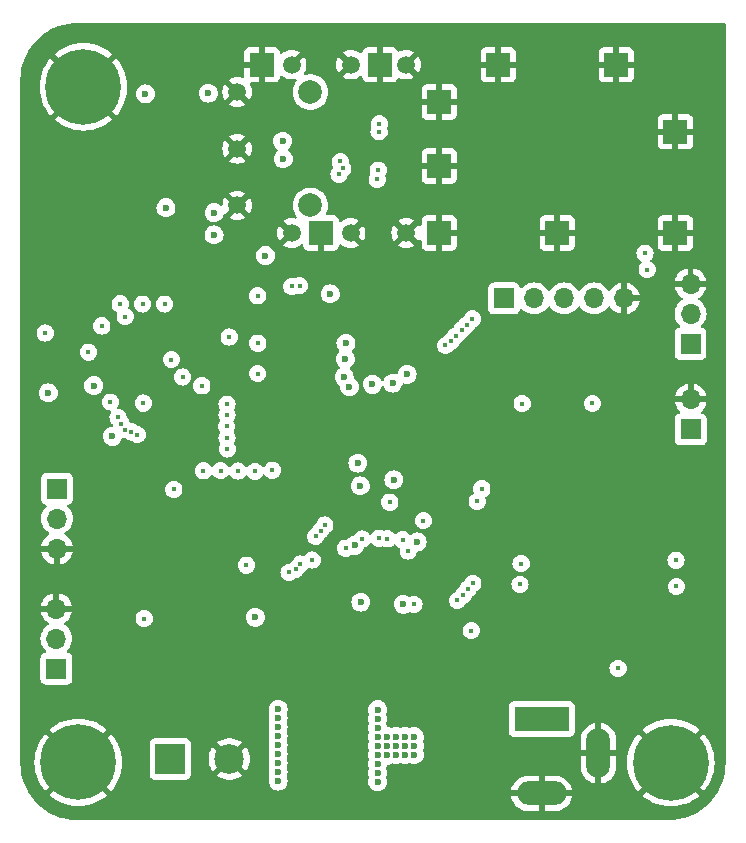
<source format=gbr>
%TF.GenerationSoftware,KiCad,Pcbnew,8.0.5*%
%TF.CreationDate,2025-11-07T08:13:22-03:00*%
%TF.ProjectId,sfp_moduloIC,7366705f-6d6f-4647-956c-6f49432e6b69,v1.0*%
%TF.SameCoordinates,Original*%
%TF.FileFunction,Copper,L2,Inr*%
%TF.FilePolarity,Positive*%
%FSLAX46Y46*%
G04 Gerber Fmt 4.6, Leading zero omitted, Abs format (unit mm)*
G04 Created by KiCad (PCBNEW 8.0.5) date 2025-11-07 08:13:22*
%MOMM*%
%LPD*%
G01*
G04 APERTURE LIST*
%TA.AperFunction,ComponentPad*%
%ADD10R,2.500000X2.500000*%
%TD*%
%TA.AperFunction,ComponentPad*%
%ADD11C,2.500000*%
%TD*%
%TA.AperFunction,ComponentPad*%
%ADD12C,6.400000*%
%TD*%
%TA.AperFunction,ComponentPad*%
%ADD13R,4.600000X2.000000*%
%TD*%
%TA.AperFunction,ComponentPad*%
%ADD14O,4.200000X2.000000*%
%TD*%
%TA.AperFunction,ComponentPad*%
%ADD15O,2.000000X4.200000*%
%TD*%
%TA.AperFunction,ComponentPad*%
%ADD16R,1.700000X1.700000*%
%TD*%
%TA.AperFunction,ComponentPad*%
%ADD17O,1.700000X1.700000*%
%TD*%
%TA.AperFunction,WasherPad*%
%ADD18C,2.000000*%
%TD*%
%TA.AperFunction,ComponentPad*%
%ADD19R,2.000000X2.000000*%
%TD*%
%TA.AperFunction,ComponentPad*%
%ADD20C,1.500000*%
%TD*%
%TA.AperFunction,ViaPad*%
%ADD21C,0.600000*%
%TD*%
%TA.AperFunction,ViaPad*%
%ADD22C,0.450000*%
%TD*%
G04 APERTURE END LIST*
D10*
%TO.N,/IN*%
%TO.C,J8*%
X127940001Y-112930000D03*
D11*
%TO.N,GND*%
X132940001Y-112930000D03*
%TD*%
D12*
%TO.N,GND*%
%TO.C,H1*%
X120590001Y-56030000D03*
%TD*%
D13*
%TO.N,/VIN*%
%TO.C,J7*%
X159390001Y-109540000D03*
D14*
%TO.N,GND*%
X159390001Y-115840000D03*
D15*
X164190001Y-112440000D03*
%TD*%
D16*
%TO.N,/CS3*%
%TO.C,J1*%
X156210001Y-73940000D03*
D17*
%TO.N,/MOSI*%
X158750001Y-73940000D03*
%TO.N,/MISO*%
X161290001Y-73940000D03*
%TO.N,/SCK*%
X163830001Y-73940000D03*
%TO.N,GND*%
X166370001Y-73940000D03*
%TD*%
D16*
%TO.N,+3V3*%
%TO.C,J4*%
X171990001Y-77775000D03*
D17*
%TO.N,Net-(J4-Pin_2)*%
X171990001Y-75235000D03*
%TO.N,GND*%
X171990001Y-72695000D03*
%TD*%
D18*
%TO.N,*%
%TO.C,J6*%
X139815001Y-66070000D03*
X139815001Y-56470000D03*
D19*
%TO.N,GND*%
X170715001Y-68395000D03*
X170715001Y-59820000D03*
X165715001Y-54145000D03*
X160715001Y-68395000D03*
X155715001Y-54145000D03*
X150715001Y-68395000D03*
X150715001Y-62720000D03*
X150715001Y-57320000D03*
D20*
X147915001Y-68395000D03*
X147915001Y-54145000D03*
D19*
X145715001Y-54145000D03*
D20*
X143215001Y-68395000D03*
X143215001Y-54145000D03*
D19*
X140715001Y-68395000D03*
D20*
X138215001Y-68395000D03*
X138215001Y-54145000D03*
D19*
X135715001Y-54145000D03*
D20*
X133615001Y-66070000D03*
X133615001Y-61270000D03*
X133615001Y-56470000D03*
%TD*%
D16*
%TO.N,/SWCLK*%
%TO.C,J3*%
X118305001Y-105285000D03*
D17*
%TO.N,/SWDIO*%
X118305001Y-102745000D03*
%TO.N,GND*%
X118305001Y-100205000D03*
%TD*%
D16*
%TO.N,/TX1*%
%TO.C,J2*%
X118350001Y-90050000D03*
D17*
%TO.N,/RX1*%
X118350001Y-92590000D03*
%TO.N,GND*%
X118350001Y-95130000D03*
%TD*%
D12*
%TO.N,GND*%
%TO.C,H2*%
X170320002Y-113240001D03*
%TD*%
D16*
%TO.N,/CTRL*%
%TO.C,J5*%
X172010001Y-85035000D03*
D17*
%TO.N,GND*%
X172010001Y-82495000D03*
%TD*%
D12*
%TO.N,GND*%
%TO.C,H3*%
X120150001Y-113230000D03*
%TD*%
D21*
%TO.N,GND*%
X141592801Y-84532000D03*
D22*
X130505536Y-82496266D03*
D21*
X141694401Y-60351200D03*
X156426401Y-78994800D03*
X138745536Y-70496266D03*
D22*
X119725536Y-79616266D03*
D21*
X143726401Y-97943200D03*
D22*
X118425536Y-77486266D03*
X136290001Y-96660000D03*
D21*
X154050001Y-95708000D03*
D22*
X165190001Y-75840000D03*
D21*
X136835536Y-76820000D03*
X145656801Y-77064400D03*
X127345536Y-69766266D03*
X167196001Y-81839600D03*
X125840001Y-55160000D03*
X132042401Y-80417200D03*
X145910801Y-99924400D03*
X147185536Y-78696266D03*
X126810001Y-86290000D03*
D22*
X141470001Y-74630000D03*
D21*
X121069601Y-74372000D03*
X139115536Y-51896266D03*
X145905536Y-79466266D03*
X161455601Y-81738000D03*
%TO.N,+3V3*%
X142659601Y-80569600D03*
X148850001Y-94560000D03*
X143116801Y-81433200D03*
X147993601Y-80366400D03*
X148603201Y-112573600D03*
X121460001Y-81320000D03*
D22*
X124125536Y-75476266D03*
D21*
X146266401Y-111049600D03*
X144082001Y-99660000D03*
X147079201Y-111830000D03*
X147841201Y-112573600D03*
X136004801Y-70308000D03*
X145060001Y-81210000D03*
X137071601Y-114046800D03*
X145510001Y-114870000D03*
X145504401Y-111830000D03*
X145504401Y-109525600D03*
X137071601Y-113284800D03*
X127580001Y-66262500D03*
X142820001Y-77740000D03*
X147665001Y-99835000D03*
X137071601Y-111760800D03*
X137071601Y-114808800D03*
X146266401Y-112624400D03*
D22*
X165860001Y-105260000D03*
X134380001Y-96530000D03*
X128240001Y-90100000D03*
D21*
X137071601Y-110998800D03*
D22*
X121015536Y-78486266D03*
D21*
X147079201Y-111049600D03*
X145504401Y-114148400D03*
D22*
X128030001Y-79115000D03*
X135350001Y-73720000D03*
D21*
X141491201Y-73559200D03*
X147841201Y-111049600D03*
D22*
X125662040Y-82805001D03*
D21*
X125840001Y-56630000D03*
X145504401Y-111049600D03*
D22*
X157735901Y-82855901D03*
X117350001Y-76870000D03*
D21*
X143828001Y-87884800D03*
X147841201Y-111830000D03*
X145504401Y-110287600D03*
X146876001Y-89307200D03*
X137071601Y-108712800D03*
X146790001Y-81120000D03*
X137071601Y-109474800D03*
X147079201Y-112573600D03*
X143550001Y-94860000D03*
X148603201Y-111049600D03*
X131660001Y-66682500D03*
X135141201Y-100940400D03*
X123040901Y-85610901D03*
D22*
X163685901Y-82835901D03*
D21*
X145504401Y-113386400D03*
X137071601Y-110236800D03*
X145504401Y-108763600D03*
X137071601Y-112522800D03*
X144031201Y-89815200D03*
X142770001Y-79070000D03*
X148603201Y-111830000D03*
D22*
X132935536Y-77206266D03*
D21*
X145504401Y-112624400D03*
X146266401Y-111830000D03*
D22*
%TO.N,/OUT*%
X148580001Y-99846266D03*
X125730001Y-101050000D03*
%TO.N,/RC*%
X135360001Y-77730000D03*
X135340001Y-80300000D03*
%TO.N,/RST3*%
X130610901Y-81340901D03*
X139952136Y-96082866D03*
%TO.N,+1V0*%
X125595536Y-74415000D03*
X122877096Y-82705001D03*
X128995001Y-80600000D03*
X127455536Y-74415000D03*
D21*
X117610001Y-81930000D03*
D22*
X122150001Y-76266266D03*
X123705536Y-74404999D03*
%TO.N,/RST1*%
X153530901Y-75670901D03*
X154325001Y-90060000D03*
%TO.N,Net-(D7-K)*%
X123524636Y-84015366D03*
X136590001Y-88486266D03*
X132745536Y-82900000D03*
%TO.N,Net-(D8-K)*%
X123777950Y-84531563D03*
X135120001Y-88576266D03*
X132740902Y-83790900D03*
%TO.N,Net-(D9-K)*%
X133670001Y-88557500D03*
X124075536Y-85056266D03*
X132710901Y-84780901D03*
%TO.N,Net-(D10-K)*%
X124640001Y-85230000D03*
X132745536Y-85730000D03*
X132210001Y-88527500D03*
%TO.N,Net-(D11-K)*%
X130750001Y-88537500D03*
X132775536Y-86690000D03*
X125157283Y-85481093D03*
%TO.N,/TX1*%
X141025536Y-93135000D03*
X146305536Y-94296266D03*
%TO.N,/RX1*%
X145610001Y-94240000D03*
X140665536Y-93610000D03*
%TO.N,/SWDIO*%
X140255536Y-94085000D03*
X144190901Y-94310901D03*
%TO.N,/CTRL*%
X142545536Y-62936266D03*
X138950901Y-96420901D03*
X145550001Y-63080000D03*
%TO.N,/SDA*%
X142334635Y-62335365D03*
X138005536Y-97146266D03*
X138224635Y-72915365D03*
%TO.N,/SCL*%
X142235001Y-63420000D03*
X138557139Y-96884663D03*
X138899811Y-72866266D03*
%TO.N,/LOS*%
X168130001Y-70115000D03*
X145641753Y-59150000D03*
%TO.N,/FAULT*%
X168325901Y-71495901D03*
X145460001Y-63870000D03*
%TO.N,/INT1*%
X153060902Y-76170900D03*
X153925001Y-91130000D03*
%TO.N,/CS1*%
X152250001Y-99516266D03*
X151240001Y-77920000D03*
%TO.N,/CS2*%
X153425536Y-102060000D03*
X142790001Y-95090000D03*
%TO.N,/RST2*%
X170790001Y-98326266D03*
X146527702Y-91194100D03*
X147630001Y-94376266D03*
%TO.N,/MOSI*%
X152610901Y-76600901D03*
X153555901Y-98075901D03*
%TO.N,/SCK*%
X151715902Y-77565900D03*
X157645901Y-96395901D03*
X152765536Y-99035000D03*
%TO.N,/MISO*%
X157550001Y-98150000D03*
X153135902Y-98545900D03*
X152135901Y-77095901D03*
%TO.N,/INT2*%
X148082135Y-95322865D03*
X170759636Y-96100366D03*
D21*
%TO.N,/VccR*%
X131160001Y-56560000D03*
X137460001Y-60640000D03*
%TO.N,/VccT*%
X137510001Y-62120000D03*
X131650001Y-68560000D03*
D22*
%TO.N,/CS3*%
X149365536Y-92760000D03*
%TO.N,Net-(J4-Pin_2)*%
X145625536Y-59830000D03*
%TD*%
%TA.AperFunction,Conductor*%
%TO.N,GND*%
G36*
X174831060Y-50616715D02*
G01*
X174898094Y-50636412D01*
X174943840Y-50689224D01*
X174955036Y-50740715D01*
X174955036Y-113271765D01*
X174954918Y-113277172D01*
X174936824Y-113691726D01*
X174935881Y-113702503D01*
X174882079Y-114111209D01*
X174880201Y-114121862D01*
X174790980Y-114524336D01*
X174788180Y-114534785D01*
X174664224Y-114927941D01*
X174660524Y-114938107D01*
X174502773Y-115318961D01*
X174498202Y-115328765D01*
X174307848Y-115694435D01*
X174302439Y-115703803D01*
X174080950Y-116051478D01*
X174074751Y-116060331D01*
X173974297Y-116191247D01*
X173823792Y-116387388D01*
X173816839Y-116395674D01*
X173538327Y-116699619D01*
X173530683Y-116707262D01*
X173410723Y-116817186D01*
X173226752Y-116985764D01*
X173218465Y-116992717D01*
X172891414Y-117243670D01*
X172882553Y-117249875D01*
X172534870Y-117471372D01*
X172525501Y-117476781D01*
X172159836Y-117667131D01*
X172150032Y-117671702D01*
X171769178Y-117829454D01*
X171759012Y-117833154D01*
X171365856Y-117957110D01*
X171355407Y-117959910D01*
X170952933Y-118049131D01*
X170942280Y-118051009D01*
X170533574Y-118104811D01*
X170522797Y-118105754D01*
X170108243Y-118123848D01*
X170102836Y-118123966D01*
X120108239Y-118123966D01*
X120102831Y-118123848D01*
X119688277Y-118105751D01*
X119677501Y-118104808D01*
X119464280Y-118076738D01*
X119268796Y-118051003D01*
X119258143Y-118049125D01*
X118855670Y-117959901D01*
X118845221Y-117957101D01*
X118681906Y-117905609D01*
X118452061Y-117833140D01*
X118441898Y-117829441D01*
X118061079Y-117671702D01*
X118061047Y-117671688D01*
X118051244Y-117667118D01*
X117685580Y-117476767D01*
X117676211Y-117471358D01*
X117328529Y-117249861D01*
X117319668Y-117243656D01*
X116992626Y-116992708D01*
X116984339Y-116985755D01*
X116939949Y-116945079D01*
X116680389Y-116707237D01*
X116672763Y-116699611D01*
X116394241Y-116395657D01*
X116387297Y-116387381D01*
X116136344Y-116060332D01*
X116130139Y-116051471D01*
X115908639Y-115703784D01*
X115903231Y-115694416D01*
X115893418Y-115675565D01*
X115712882Y-115328756D01*
X115708314Y-115318961D01*
X115550549Y-114938080D01*
X115546863Y-114927952D01*
X115422893Y-114534762D01*
X115420100Y-114524336D01*
X115330871Y-114121840D01*
X115328997Y-114111209D01*
X115275189Y-113702478D01*
X115274249Y-113691744D01*
X115256154Y-113277215D01*
X115256036Y-113271807D01*
X115256036Y-113229999D01*
X116444923Y-113229999D01*
X116444923Y-113230000D01*
X116465220Y-113617287D01*
X116525887Y-114000323D01*
X116525888Y-114000330D01*
X116626263Y-114374936D01*
X116765245Y-114736994D01*
X116941311Y-115082543D01*
X117152532Y-115407793D01*
X117361096Y-115665350D01*
X117361097Y-115665350D01*
X118855749Y-114170698D01*
X118929589Y-114272330D01*
X119107671Y-114450412D01*
X119209301Y-114524251D01*
X117714649Y-116018903D01*
X117714650Y-116018904D01*
X117972207Y-116227468D01*
X118297457Y-116438689D01*
X118643006Y-116614755D01*
X119005064Y-116753737D01*
X119379670Y-116854112D01*
X119379677Y-116854113D01*
X119762713Y-116914780D01*
X120150000Y-116935078D01*
X120150002Y-116935078D01*
X120537288Y-116914780D01*
X120920324Y-116854113D01*
X120920331Y-116854112D01*
X121294937Y-116753737D01*
X121656995Y-116614755D01*
X122002544Y-116438689D01*
X122327784Y-116227476D01*
X122327786Y-116227475D01*
X122585350Y-116018902D01*
X121090699Y-114524251D01*
X121192331Y-114450412D01*
X121370413Y-114272330D01*
X121444252Y-114170698D01*
X122938903Y-115665349D01*
X123147476Y-115407785D01*
X123147477Y-115407783D01*
X123358690Y-115082543D01*
X123534756Y-114736994D01*
X123673738Y-114374936D01*
X123774113Y-114000330D01*
X123774114Y-114000323D01*
X123834781Y-113617287D01*
X123855079Y-113230000D01*
X123855079Y-113229999D01*
X123834781Y-112842712D01*
X123774114Y-112459676D01*
X123774113Y-112459669D01*
X123673738Y-112085063D01*
X123534756Y-111723005D01*
X123488455Y-111632135D01*
X126189501Y-111632135D01*
X126189501Y-114227870D01*
X126189502Y-114227876D01*
X126195909Y-114287483D01*
X126246203Y-114422328D01*
X126246207Y-114422335D01*
X126332453Y-114537544D01*
X126332456Y-114537547D01*
X126447665Y-114623793D01*
X126447672Y-114623797D01*
X126582518Y-114674091D01*
X126582517Y-114674091D01*
X126589445Y-114674835D01*
X126642128Y-114680500D01*
X129237873Y-114680499D01*
X129297484Y-114674091D01*
X129432332Y-114623796D01*
X129547547Y-114537546D01*
X129633797Y-114422331D01*
X129684092Y-114287483D01*
X129690501Y-114227873D01*
X129690500Y-112929995D01*
X131185094Y-112929995D01*
X131185094Y-112930004D01*
X131204693Y-113191545D01*
X131204694Y-113191550D01*
X131263059Y-113447270D01*
X131358884Y-113691426D01*
X131358883Y-113691426D01*
X131490028Y-113918573D01*
X131537875Y-113978571D01*
X132338959Y-113177488D01*
X132363979Y-113237890D01*
X132435113Y-113344351D01*
X132525650Y-113434888D01*
X132632111Y-113506022D01*
X132692511Y-113531041D01*
X131890831Y-114332720D01*
X132062547Y-114449793D01*
X132062551Y-114449795D01*
X132298855Y-114563594D01*
X132298859Y-114563595D01*
X132549495Y-114640907D01*
X132549501Y-114640909D01*
X132808849Y-114679999D01*
X132808858Y-114680000D01*
X133071144Y-114680000D01*
X133071152Y-114679999D01*
X133330500Y-114640909D01*
X133330506Y-114640907D01*
X133581144Y-114563595D01*
X133817446Y-114449798D01*
X133817448Y-114449797D01*
X133989169Y-114332720D01*
X133187489Y-113531041D01*
X133247891Y-113506022D01*
X133354352Y-113434888D01*
X133444889Y-113344351D01*
X133516023Y-113237890D01*
X133541042Y-113177488D01*
X134342126Y-113978572D01*
X134389972Y-113918573D01*
X134521117Y-113691426D01*
X134616942Y-113447270D01*
X134675307Y-113191550D01*
X134675308Y-113191545D01*
X134694908Y-112930004D01*
X134694908Y-112929995D01*
X134675308Y-112668454D01*
X134675307Y-112668449D01*
X134616942Y-112412729D01*
X134521117Y-112168573D01*
X134521118Y-112168573D01*
X134389973Y-111941426D01*
X134342125Y-111881427D01*
X133541042Y-112682510D01*
X133516023Y-112622110D01*
X133444889Y-112515649D01*
X133354352Y-112425112D01*
X133247891Y-112353978D01*
X133187489Y-112328958D01*
X133989169Y-111527278D01*
X133817455Y-111410206D01*
X133817446Y-111410201D01*
X133581143Y-111296404D01*
X133581145Y-111296404D01*
X133330506Y-111219092D01*
X133330500Y-111219090D01*
X133071152Y-111180000D01*
X132808849Y-111180000D01*
X132549501Y-111219090D01*
X132549495Y-111219092D01*
X132298859Y-111296404D01*
X132298855Y-111296405D01*
X132062548Y-111410205D01*
X132062540Y-111410210D01*
X131890831Y-111527277D01*
X132692512Y-112328958D01*
X132632111Y-112353978D01*
X132525650Y-112425112D01*
X132435113Y-112515649D01*
X132363979Y-112622110D01*
X132338959Y-112682510D01*
X131537875Y-111881427D01*
X131490029Y-111941425D01*
X131358884Y-112168573D01*
X131263059Y-112412729D01*
X131204694Y-112668449D01*
X131204693Y-112668454D01*
X131185094Y-112929995D01*
X129690500Y-112929995D01*
X129690500Y-111632128D01*
X129685063Y-111581550D01*
X129684092Y-111572516D01*
X129633798Y-111437671D01*
X129633794Y-111437664D01*
X129547548Y-111322455D01*
X129547545Y-111322452D01*
X129432336Y-111236206D01*
X129432329Y-111236202D01*
X129297483Y-111185908D01*
X129297484Y-111185908D01*
X129237884Y-111179501D01*
X129237882Y-111179500D01*
X129237874Y-111179500D01*
X129237865Y-111179500D01*
X126642130Y-111179500D01*
X126642124Y-111179501D01*
X126582517Y-111185908D01*
X126447672Y-111236202D01*
X126447665Y-111236206D01*
X126332456Y-111322452D01*
X126332453Y-111322455D01*
X126246207Y-111437664D01*
X126246203Y-111437671D01*
X126195909Y-111572517D01*
X126189502Y-111632116D01*
X126189502Y-111632123D01*
X126189501Y-111632135D01*
X123488455Y-111632135D01*
X123358690Y-111377456D01*
X123147469Y-111052206D01*
X122938905Y-110794649D01*
X122938904Y-110794648D01*
X121444252Y-112289300D01*
X121370413Y-112187670D01*
X121192331Y-112009588D01*
X121090699Y-111935748D01*
X122585351Y-110441096D01*
X122585351Y-110441095D01*
X122327794Y-110232531D01*
X122002544Y-110021310D01*
X121656995Y-109845244D01*
X121294937Y-109706262D01*
X120920331Y-109605887D01*
X120920324Y-109605886D01*
X120537288Y-109545219D01*
X120150002Y-109524922D01*
X120150000Y-109524922D01*
X119762713Y-109545219D01*
X119379677Y-109605886D01*
X119379670Y-109605887D01*
X119005064Y-109706262D01*
X118643006Y-109845244D01*
X118297457Y-110021310D01*
X117972207Y-110232531D01*
X117714649Y-110441095D01*
X117714649Y-110441096D01*
X119209302Y-111935748D01*
X119107671Y-112009588D01*
X118929589Y-112187670D01*
X118855749Y-112289300D01*
X117361097Y-110794648D01*
X117361096Y-110794648D01*
X117152532Y-111052206D01*
X116941311Y-111377456D01*
X116765245Y-111723005D01*
X116626263Y-112085063D01*
X116525888Y-112459669D01*
X116525887Y-112459676D01*
X116465220Y-112842712D01*
X116444923Y-113229999D01*
X115256036Y-113229999D01*
X115256036Y-108712796D01*
X136266036Y-108712796D01*
X136266036Y-108712803D01*
X136286231Y-108892049D01*
X136286234Y-108892062D01*
X136342495Y-109052845D01*
X136346057Y-109122624D01*
X136342495Y-109134755D01*
X136286234Y-109295537D01*
X136286231Y-109295550D01*
X136266036Y-109474796D01*
X136266036Y-109474803D01*
X136286231Y-109654049D01*
X136286234Y-109654062D01*
X136342495Y-109814845D01*
X136346057Y-109884624D01*
X136342495Y-109896755D01*
X136286234Y-110057537D01*
X136286231Y-110057550D01*
X136266036Y-110236796D01*
X136266036Y-110236803D01*
X136286231Y-110416049D01*
X136286234Y-110416062D01*
X136342495Y-110576845D01*
X136346057Y-110646624D01*
X136342495Y-110658755D01*
X136286234Y-110819537D01*
X136286231Y-110819550D01*
X136266036Y-110998796D01*
X136266036Y-110998803D01*
X136286231Y-111178049D01*
X136286234Y-111178062D01*
X136342495Y-111338845D01*
X136346057Y-111408624D01*
X136342495Y-111420755D01*
X136286234Y-111581537D01*
X136286231Y-111581550D01*
X136266036Y-111760796D01*
X136266036Y-111760803D01*
X136286231Y-111940049D01*
X136286234Y-111940062D01*
X136342495Y-112100845D01*
X136346057Y-112170624D01*
X136342495Y-112182755D01*
X136286234Y-112343537D01*
X136286231Y-112343550D01*
X136266036Y-112522796D01*
X136266036Y-112522803D01*
X136286231Y-112702049D01*
X136286234Y-112702062D01*
X136342495Y-112862845D01*
X136346057Y-112932624D01*
X136342495Y-112944755D01*
X136286234Y-113105537D01*
X136286231Y-113105550D01*
X136266036Y-113284796D01*
X136266036Y-113284803D01*
X136286231Y-113464049D01*
X136286234Y-113464062D01*
X136342495Y-113624845D01*
X136346057Y-113694624D01*
X136342495Y-113706755D01*
X136286234Y-113867537D01*
X136286231Y-113867550D01*
X136266036Y-114046796D01*
X136266036Y-114046803D01*
X136286231Y-114226049D01*
X136286234Y-114226062D01*
X136342495Y-114386845D01*
X136346057Y-114456624D01*
X136342495Y-114468755D01*
X136286234Y-114629537D01*
X136286231Y-114629550D01*
X136266036Y-114808796D01*
X136266036Y-114808803D01*
X136286231Y-114988049D01*
X136286232Y-114988054D01*
X136345812Y-115158323D01*
X136384267Y-115219523D01*
X136441785Y-115311062D01*
X136569339Y-115438616D01*
X136722079Y-115534589D01*
X136733245Y-115538496D01*
X136892346Y-115594168D01*
X136892351Y-115594169D01*
X137071597Y-115614365D01*
X137071601Y-115614365D01*
X137071605Y-115614365D01*
X137250850Y-115594169D01*
X137250853Y-115594168D01*
X137250856Y-115594168D01*
X137421123Y-115534589D01*
X137573863Y-115438616D01*
X137701417Y-115311062D01*
X137797390Y-115158322D01*
X137856969Y-114988055D01*
X137862597Y-114938107D01*
X137877166Y-114808803D01*
X137877166Y-114808796D01*
X137856970Y-114629550D01*
X137856967Y-114629537D01*
X137800707Y-114468755D01*
X137797145Y-114398976D01*
X137800707Y-114386845D01*
X137856967Y-114226062D01*
X137856970Y-114226049D01*
X137877166Y-114046803D01*
X137877166Y-114046796D01*
X137856970Y-113867550D01*
X137856967Y-113867537D01*
X137800707Y-113706755D01*
X137797145Y-113636976D01*
X137800707Y-113624845D01*
X137856967Y-113464062D01*
X137856970Y-113464049D01*
X137877166Y-113284803D01*
X137877166Y-113284796D01*
X137856970Y-113105550D01*
X137856967Y-113105537D01*
X137800707Y-112944755D01*
X137797145Y-112874976D01*
X137800707Y-112862845D01*
X137856967Y-112702062D01*
X137856970Y-112702049D01*
X137877166Y-112522803D01*
X137877166Y-112522796D01*
X137856970Y-112343550D01*
X137856967Y-112343537D01*
X137800707Y-112182755D01*
X137797145Y-112112976D01*
X137800707Y-112100845D01*
X137856967Y-111940062D01*
X137856970Y-111940049D01*
X137877166Y-111760803D01*
X137877166Y-111760796D01*
X137856970Y-111581550D01*
X137856967Y-111581537D01*
X137800707Y-111420755D01*
X137797145Y-111350976D01*
X137800707Y-111338845D01*
X137856967Y-111178062D01*
X137856970Y-111178049D01*
X137877166Y-110998803D01*
X137877166Y-110998796D01*
X137856970Y-110819550D01*
X137856967Y-110819537D01*
X137800707Y-110658755D01*
X137797145Y-110588976D01*
X137800707Y-110576845D01*
X137856967Y-110416062D01*
X137856970Y-110416049D01*
X137877166Y-110236803D01*
X137877166Y-110236796D01*
X137856970Y-110057550D01*
X137856967Y-110057537D01*
X137800707Y-109896755D01*
X137797145Y-109826976D01*
X137800707Y-109814845D01*
X137856967Y-109654062D01*
X137856970Y-109654049D01*
X137877166Y-109474803D01*
X137877166Y-109474796D01*
X137856970Y-109295550D01*
X137856967Y-109295537D01*
X137800707Y-109134755D01*
X137797145Y-109064976D01*
X137800707Y-109052845D01*
X137856967Y-108892062D01*
X137856970Y-108892049D01*
X137871443Y-108763596D01*
X144698836Y-108763596D01*
X144698836Y-108763603D01*
X144719031Y-108942849D01*
X144719034Y-108942862D01*
X144775295Y-109103645D01*
X144778857Y-109173424D01*
X144775295Y-109185555D01*
X144719034Y-109346337D01*
X144719031Y-109346350D01*
X144698836Y-109525596D01*
X144698836Y-109525603D01*
X144719031Y-109704849D01*
X144719034Y-109704862D01*
X144775295Y-109865645D01*
X144778857Y-109935424D01*
X144775295Y-109947555D01*
X144719034Y-110108337D01*
X144719031Y-110108350D01*
X144698836Y-110287596D01*
X144698836Y-110287603D01*
X144719031Y-110466849D01*
X144719034Y-110466862D01*
X144775295Y-110627645D01*
X144778857Y-110697424D01*
X144775295Y-110709555D01*
X144719034Y-110870337D01*
X144719031Y-110870350D01*
X144698836Y-111049596D01*
X144698836Y-111049603D01*
X144719031Y-111228849D01*
X144719032Y-111228854D01*
X144778515Y-111398845D01*
X144782076Y-111468624D01*
X144778515Y-111480755D01*
X144719032Y-111650745D01*
X144719031Y-111650750D01*
X144698836Y-111829996D01*
X144698836Y-111830003D01*
X144719031Y-112009249D01*
X144719034Y-112009262D01*
X144780911Y-112186094D01*
X144778003Y-112187111D01*
X144786955Y-112242815D01*
X144779604Y-112267848D01*
X144780911Y-112268306D01*
X144719034Y-112445137D01*
X144719031Y-112445150D01*
X144698836Y-112624396D01*
X144698836Y-112624403D01*
X144719031Y-112803649D01*
X144719034Y-112803662D01*
X144775295Y-112964445D01*
X144778857Y-113034224D01*
X144775295Y-113046355D01*
X144719034Y-113207137D01*
X144719031Y-113207150D01*
X144698836Y-113386396D01*
X144698836Y-113386403D01*
X144719031Y-113565649D01*
X144719034Y-113565662D01*
X144775295Y-113726445D01*
X144778857Y-113796224D01*
X144775295Y-113808355D01*
X144719034Y-113969137D01*
X144719031Y-113969150D01*
X144698836Y-114148396D01*
X144698836Y-114148403D01*
X144719031Y-114327649D01*
X144719033Y-114327657D01*
X144771027Y-114476248D01*
X144774588Y-114546027D01*
X144771027Y-114558156D01*
X144724633Y-114690742D01*
X144724631Y-114690750D01*
X144704436Y-114869996D01*
X144704436Y-114870003D01*
X144724631Y-115049249D01*
X144724632Y-115049254D01*
X144784212Y-115219523D01*
X144812283Y-115264197D01*
X144880185Y-115372262D01*
X145007739Y-115499816D01*
X145060540Y-115532993D01*
X145157900Y-115594169D01*
X145160479Y-115595789D01*
X145306852Y-115647007D01*
X145330746Y-115655368D01*
X145330751Y-115655369D01*
X145509997Y-115675565D01*
X145510001Y-115675565D01*
X145510005Y-115675565D01*
X145689250Y-115655369D01*
X145689253Y-115655368D01*
X145689256Y-115655368D01*
X145859523Y-115595789D01*
X145868736Y-115590000D01*
X156810899Y-115590000D01*
X157856989Y-115590000D01*
X157824076Y-115647007D01*
X157790001Y-115774174D01*
X157790001Y-115905826D01*
X157824076Y-116032993D01*
X157856989Y-116090000D01*
X156810899Y-116090000D01*
X156826935Y-116191247D01*
X156899898Y-116415802D01*
X157007086Y-116626171D01*
X157145867Y-116817186D01*
X157312814Y-116984133D01*
X157503829Y-117122914D01*
X157714198Y-117230102D01*
X157938753Y-117303065D01*
X157938752Y-117303065D01*
X158171949Y-117340000D01*
X159140001Y-117340000D01*
X159140001Y-116340000D01*
X159640001Y-116340000D01*
X159640001Y-117340000D01*
X160608053Y-117340000D01*
X160841248Y-117303065D01*
X161065803Y-117230102D01*
X161276172Y-117122914D01*
X161467187Y-116984133D01*
X161634134Y-116817186D01*
X161772915Y-116626171D01*
X161880103Y-116415802D01*
X161953066Y-116191247D01*
X161969103Y-116090000D01*
X160923013Y-116090000D01*
X160955926Y-116032993D01*
X160990001Y-115905826D01*
X160990001Y-115774174D01*
X160955926Y-115647007D01*
X160923013Y-115590000D01*
X161969103Y-115590000D01*
X161953066Y-115488752D01*
X161880103Y-115264197D01*
X161772915Y-115053828D01*
X161634134Y-114862813D01*
X161467187Y-114695866D01*
X161276172Y-114557085D01*
X161065803Y-114449897D01*
X160841248Y-114376934D01*
X160841249Y-114376934D01*
X160608053Y-114340000D01*
X159640001Y-114340000D01*
X159640001Y-115340000D01*
X159140001Y-115340000D01*
X159140001Y-114340000D01*
X158171949Y-114340000D01*
X157938753Y-114376934D01*
X157714198Y-114449897D01*
X157503829Y-114557085D01*
X157312814Y-114695866D01*
X157145867Y-114862813D01*
X157007086Y-115053828D01*
X156899898Y-115264197D01*
X156826935Y-115488752D01*
X156810899Y-115590000D01*
X145868736Y-115590000D01*
X146012263Y-115499816D01*
X146139817Y-115372262D01*
X146235790Y-115219522D01*
X146295369Y-115049255D01*
X146298767Y-115019100D01*
X146315566Y-114870003D01*
X146315566Y-114869996D01*
X146295370Y-114690750D01*
X146295369Y-114690745D01*
X146243374Y-114542152D01*
X146239813Y-114472373D01*
X146243375Y-114460242D01*
X146289767Y-114327662D01*
X146289770Y-114327649D01*
X146309966Y-114148403D01*
X146309966Y-114148396D01*
X146289770Y-113969150D01*
X146289767Y-113969137D01*
X146233507Y-113808355D01*
X146229945Y-113738576D01*
X146233507Y-113726445D01*
X146289767Y-113565662D01*
X146289770Y-113565649D01*
X146294483Y-113523820D01*
X146321549Y-113459405D01*
X146379143Y-113419850D01*
X146403821Y-113414482D01*
X146445650Y-113409769D01*
X146445653Y-113409768D01*
X146445656Y-113409768D01*
X146615923Y-113350189D01*
X146657978Y-113323763D01*
X146725212Y-113304762D01*
X146764905Y-113311715D01*
X146899938Y-113358966D01*
X146899944Y-113358967D01*
X146899946Y-113358968D01*
X146899947Y-113358968D01*
X146899951Y-113358969D01*
X147079197Y-113379165D01*
X147079201Y-113379165D01*
X147079205Y-113379165D01*
X147258450Y-113358969D01*
X147258452Y-113358968D01*
X147258456Y-113358968D01*
X147258459Y-113358966D01*
X147258463Y-113358966D01*
X147419246Y-113302706D01*
X147489025Y-113299144D01*
X147501156Y-113302706D01*
X147661938Y-113358966D01*
X147661944Y-113358967D01*
X147661946Y-113358968D01*
X147661947Y-113358968D01*
X147661951Y-113358969D01*
X147841197Y-113379165D01*
X147841201Y-113379165D01*
X147841205Y-113379165D01*
X148020450Y-113358969D01*
X148020452Y-113358968D01*
X148020456Y-113358968D01*
X148020459Y-113358966D01*
X148020463Y-113358966D01*
X148181246Y-113302706D01*
X148251025Y-113299144D01*
X148263156Y-113302706D01*
X148423938Y-113358966D01*
X148423944Y-113358967D01*
X148423946Y-113358968D01*
X148423947Y-113358968D01*
X148423951Y-113358969D01*
X148603197Y-113379165D01*
X148603201Y-113379165D01*
X148603205Y-113379165D01*
X148782450Y-113358969D01*
X148782453Y-113358968D01*
X148782456Y-113358968D01*
X148952723Y-113299389D01*
X149105463Y-113203416D01*
X149233017Y-113075862D01*
X149328990Y-112923122D01*
X149388569Y-112752855D01*
X149394293Y-112702055D01*
X149408766Y-112573603D01*
X149408766Y-112573596D01*
X149388570Y-112394350D01*
X149388568Y-112394340D01*
X149348558Y-112280000D01*
X149335524Y-112242753D01*
X149331962Y-112172977D01*
X149335521Y-112160856D01*
X149384953Y-112019589D01*
X149388568Y-112009259D01*
X149388570Y-112009249D01*
X149408766Y-111830003D01*
X149408766Y-111829996D01*
X149388570Y-111650750D01*
X149388567Y-111650737D01*
X149329087Y-111480755D01*
X149325525Y-111410976D01*
X149329087Y-111398845D01*
X149388567Y-111228862D01*
X149388570Y-111228849D01*
X149389348Y-111221947D01*
X162690001Y-111221947D01*
X162690001Y-112190000D01*
X163690001Y-112190000D01*
X163690001Y-112690000D01*
X162690001Y-112690000D01*
X162690001Y-113658052D01*
X162726935Y-113891247D01*
X162799898Y-114115802D01*
X162907086Y-114326171D01*
X163045867Y-114517186D01*
X163212814Y-114684133D01*
X163403829Y-114822914D01*
X163614196Y-114930102D01*
X163838745Y-115003063D01*
X163838751Y-115003065D01*
X163940001Y-115019101D01*
X163940001Y-113973012D01*
X163997008Y-114005925D01*
X164124175Y-114040000D01*
X164255827Y-114040000D01*
X164382994Y-114005925D01*
X164440001Y-113973012D01*
X164440001Y-115019100D01*
X164541250Y-115003065D01*
X164541256Y-115003063D01*
X164765805Y-114930102D01*
X164976172Y-114822914D01*
X165167187Y-114684133D01*
X165334134Y-114517186D01*
X165472915Y-114326171D01*
X165580103Y-114115802D01*
X165653066Y-113891247D01*
X165690001Y-113658052D01*
X165690001Y-113240000D01*
X166614924Y-113240000D01*
X166614924Y-113240001D01*
X166635221Y-113627288D01*
X166695888Y-114010324D01*
X166695889Y-114010331D01*
X166796264Y-114384937D01*
X166935246Y-114746995D01*
X167111312Y-115092544D01*
X167322533Y-115417794D01*
X167531097Y-115675351D01*
X167531098Y-115675351D01*
X169025750Y-114180699D01*
X169099590Y-114282331D01*
X169277672Y-114460413D01*
X169379302Y-114534252D01*
X167884650Y-116028904D01*
X167884651Y-116028905D01*
X168142208Y-116237469D01*
X168467458Y-116448690D01*
X168813007Y-116624756D01*
X169175065Y-116763738D01*
X169549671Y-116864113D01*
X169549678Y-116864114D01*
X169932714Y-116924781D01*
X170320001Y-116945079D01*
X170320003Y-116945079D01*
X170707289Y-116924781D01*
X171090325Y-116864114D01*
X171090332Y-116864113D01*
X171464938Y-116763738D01*
X171826996Y-116624756D01*
X172172545Y-116448690D01*
X172497785Y-116237477D01*
X172497787Y-116237476D01*
X172755351Y-116028903D01*
X171260700Y-114534252D01*
X171362332Y-114460413D01*
X171540414Y-114282331D01*
X171614253Y-114180699D01*
X173108904Y-115675350D01*
X173317477Y-115417786D01*
X173317478Y-115417784D01*
X173528691Y-115092544D01*
X173704757Y-114746995D01*
X173843739Y-114384937D01*
X173944114Y-114010331D01*
X173944115Y-114010324D01*
X174004782Y-113627288D01*
X174025080Y-113240001D01*
X174025080Y-113240000D01*
X174004782Y-112852713D01*
X173944115Y-112469677D01*
X173944114Y-112469670D01*
X173843739Y-112095064D01*
X173704757Y-111733006D01*
X173528691Y-111387457D01*
X173317470Y-111062207D01*
X173108906Y-110804650D01*
X173108905Y-110804649D01*
X171614253Y-112299301D01*
X171540414Y-112197671D01*
X171362332Y-112019589D01*
X171260700Y-111945749D01*
X172755352Y-110451097D01*
X172755352Y-110451096D01*
X172497795Y-110242532D01*
X172172545Y-110031311D01*
X171826996Y-109855245D01*
X171464938Y-109716263D01*
X171090332Y-109615888D01*
X171090325Y-109615887D01*
X170707289Y-109555220D01*
X170320003Y-109534923D01*
X170320001Y-109534923D01*
X169932714Y-109555220D01*
X169549678Y-109615887D01*
X169549671Y-109615888D01*
X169175065Y-109716263D01*
X168813007Y-109855245D01*
X168467458Y-110031311D01*
X168142208Y-110242532D01*
X167884650Y-110451096D01*
X167884650Y-110451097D01*
X169379303Y-111945749D01*
X169277672Y-112019589D01*
X169099590Y-112197671D01*
X169025750Y-112299301D01*
X167531098Y-110804649D01*
X167531097Y-110804649D01*
X167322533Y-111062207D01*
X167111312Y-111387457D01*
X166935246Y-111733006D01*
X166796264Y-112095064D01*
X166695889Y-112469670D01*
X166695888Y-112469677D01*
X166635221Y-112852713D01*
X166614924Y-113240000D01*
X165690001Y-113240000D01*
X165690001Y-112690000D01*
X164690001Y-112690000D01*
X164690001Y-112190000D01*
X165690001Y-112190000D01*
X165690001Y-111221947D01*
X165653066Y-110988752D01*
X165580103Y-110764197D01*
X165472915Y-110553828D01*
X165334134Y-110362813D01*
X165167187Y-110195866D01*
X164976172Y-110057085D01*
X164765803Y-109949897D01*
X164541248Y-109876934D01*
X164440001Y-109860897D01*
X164440001Y-110906988D01*
X164382994Y-110874075D01*
X164255827Y-110840000D01*
X164124175Y-110840000D01*
X163997008Y-110874075D01*
X163940001Y-110906988D01*
X163940001Y-109860897D01*
X163838753Y-109876934D01*
X163614198Y-109949897D01*
X163403829Y-110057085D01*
X163212814Y-110195866D01*
X163045867Y-110362813D01*
X162907086Y-110553828D01*
X162799898Y-110764197D01*
X162726935Y-110988752D01*
X162690001Y-111221947D01*
X149389348Y-111221947D01*
X149408766Y-111049603D01*
X149408766Y-111049596D01*
X149388570Y-110870350D01*
X149388569Y-110870345D01*
X149370793Y-110819545D01*
X149328990Y-110700078D01*
X149327322Y-110697424D01*
X149233016Y-110547337D01*
X149105463Y-110419784D01*
X148952724Y-110323811D01*
X148782455Y-110264231D01*
X148782450Y-110264230D01*
X148603205Y-110244035D01*
X148603197Y-110244035D01*
X148423951Y-110264230D01*
X148423938Y-110264233D01*
X148263156Y-110320494D01*
X148193377Y-110324056D01*
X148181246Y-110320494D01*
X148020463Y-110264233D01*
X148020450Y-110264230D01*
X147841205Y-110244035D01*
X147841197Y-110244035D01*
X147661951Y-110264230D01*
X147661938Y-110264233D01*
X147501156Y-110320494D01*
X147431377Y-110324056D01*
X147419246Y-110320494D01*
X147258463Y-110264233D01*
X147258450Y-110264230D01*
X147079205Y-110244035D01*
X147079197Y-110244035D01*
X146899951Y-110264230D01*
X146899938Y-110264233D01*
X146729682Y-110323809D01*
X146726601Y-110325293D01*
X146724411Y-110325653D01*
X146723107Y-110326110D01*
X146723027Y-110325881D01*
X146657659Y-110336644D01*
X146619001Y-110325293D01*
X146615924Y-110323811D01*
X146445650Y-110264230D01*
X146403818Y-110259517D01*
X146339405Y-110232450D01*
X146299850Y-110174855D01*
X146294483Y-110150180D01*
X146289770Y-110108349D01*
X146289767Y-110108337D01*
X146233507Y-109947555D01*
X146229945Y-109877776D01*
X146233507Y-109865645D01*
X146289767Y-109704862D01*
X146289770Y-109704849D01*
X146309966Y-109525603D01*
X146309966Y-109525596D01*
X146289770Y-109346350D01*
X146289767Y-109346337D01*
X146233507Y-109185555D01*
X146229945Y-109115776D01*
X146233507Y-109103645D01*
X146289767Y-108942862D01*
X146289770Y-108942849D01*
X146309966Y-108763603D01*
X146309966Y-108763596D01*
X146289770Y-108584350D01*
X146289769Y-108584345D01*
X146257503Y-108492135D01*
X156589501Y-108492135D01*
X156589501Y-110587870D01*
X156589502Y-110587876D01*
X156595909Y-110647483D01*
X156646203Y-110782328D01*
X156646207Y-110782335D01*
X156732453Y-110897544D01*
X156732456Y-110897547D01*
X156847665Y-110983793D01*
X156847672Y-110983797D01*
X156982518Y-111034091D01*
X156982517Y-111034091D01*
X156989445Y-111034835D01*
X157042128Y-111040500D01*
X161737873Y-111040499D01*
X161797484Y-111034091D01*
X161932332Y-110983796D01*
X162047547Y-110897546D01*
X162133797Y-110782331D01*
X162184092Y-110647483D01*
X162190501Y-110587873D01*
X162190500Y-108492128D01*
X162184092Y-108432517D01*
X162133797Y-108297669D01*
X162133796Y-108297668D01*
X162133794Y-108297664D01*
X162047548Y-108182455D01*
X162047545Y-108182452D01*
X161932336Y-108096206D01*
X161932329Y-108096202D01*
X161797483Y-108045908D01*
X161797484Y-108045908D01*
X161737884Y-108039501D01*
X161737882Y-108039500D01*
X161737874Y-108039500D01*
X161737865Y-108039500D01*
X157042130Y-108039500D01*
X157042124Y-108039501D01*
X156982517Y-108045908D01*
X156847672Y-108096202D01*
X156847665Y-108096206D01*
X156732456Y-108182452D01*
X156732453Y-108182455D01*
X156646207Y-108297664D01*
X156646203Y-108297671D01*
X156595909Y-108432517D01*
X156589502Y-108492116D01*
X156589502Y-108492123D01*
X156589501Y-108492135D01*
X146257503Y-108492135D01*
X146257501Y-108492128D01*
X146230190Y-108414078D01*
X146134217Y-108261338D01*
X146006663Y-108133784D01*
X145946852Y-108096202D01*
X145853924Y-108037811D01*
X145683655Y-107978231D01*
X145683650Y-107978230D01*
X145504405Y-107958035D01*
X145504397Y-107958035D01*
X145325151Y-107978230D01*
X145325146Y-107978231D01*
X145154877Y-108037811D01*
X145002138Y-108133784D01*
X144874585Y-108261337D01*
X144778612Y-108414076D01*
X144719032Y-108584345D01*
X144719031Y-108584350D01*
X144698836Y-108763596D01*
X137871443Y-108763596D01*
X137877166Y-108712803D01*
X137877166Y-108712796D01*
X137856970Y-108533550D01*
X137856969Y-108533545D01*
X137842477Y-108492129D01*
X137797390Y-108363278D01*
X137701417Y-108210538D01*
X137573863Y-108082984D01*
X137514857Y-108045908D01*
X137421124Y-107987011D01*
X137250855Y-107927431D01*
X137250850Y-107927430D01*
X137071605Y-107907235D01*
X137071597Y-107907235D01*
X136892351Y-107927430D01*
X136892346Y-107927431D01*
X136722077Y-107987011D01*
X136569338Y-108082984D01*
X136441785Y-108210537D01*
X136345812Y-108363276D01*
X136286232Y-108533545D01*
X136286231Y-108533550D01*
X136266036Y-108712796D01*
X115256036Y-108712796D01*
X115256036Y-102744999D01*
X116949342Y-102744999D01*
X116949342Y-102745000D01*
X116969937Y-102980403D01*
X116969939Y-102980413D01*
X117031095Y-103208655D01*
X117031097Y-103208659D01*
X117031098Y-103208663D01*
X117130966Y-103422830D01*
X117130968Y-103422834D01*
X117239282Y-103577521D01*
X117266502Y-103616396D01*
X117266507Y-103616402D01*
X117388431Y-103738326D01*
X117421916Y-103799649D01*
X117416932Y-103869341D01*
X117375060Y-103925274D01*
X117344084Y-103942189D01*
X117212670Y-103991203D01*
X117212665Y-103991206D01*
X117097456Y-104077452D01*
X117097453Y-104077455D01*
X117011207Y-104192664D01*
X117011203Y-104192671D01*
X116960909Y-104327517D01*
X116954502Y-104387116D01*
X116954502Y-104387123D01*
X116954501Y-104387135D01*
X116954501Y-106182870D01*
X116954502Y-106182876D01*
X116960909Y-106242483D01*
X117011203Y-106377328D01*
X117011207Y-106377335D01*
X117097453Y-106492544D01*
X117097456Y-106492547D01*
X117212665Y-106578793D01*
X117212672Y-106578797D01*
X117347518Y-106629091D01*
X117347517Y-106629091D01*
X117354445Y-106629835D01*
X117407128Y-106635500D01*
X119202873Y-106635499D01*
X119262484Y-106629091D01*
X119397332Y-106578796D01*
X119512547Y-106492546D01*
X119598797Y-106377331D01*
X119649092Y-106242483D01*
X119655501Y-106182873D01*
X119655500Y-105259996D01*
X165129910Y-105259996D01*
X165129910Y-105260003D01*
X165148213Y-105422455D01*
X165202211Y-105576774D01*
X165202212Y-105576775D01*
X165289193Y-105715204D01*
X165404797Y-105830808D01*
X165543226Y-105917789D01*
X165697540Y-105971786D01*
X165697543Y-105971786D01*
X165697545Y-105971787D01*
X165859997Y-105990091D01*
X165860001Y-105990091D01*
X165860005Y-105990091D01*
X166022456Y-105971787D01*
X166022457Y-105971786D01*
X166022462Y-105971786D01*
X166176776Y-105917789D01*
X166315205Y-105830808D01*
X166430809Y-105715204D01*
X166517790Y-105576775D01*
X166571787Y-105422461D01*
X166590092Y-105260000D01*
X166571787Y-105097539D01*
X166517790Y-104943225D01*
X166430809Y-104804796D01*
X166315205Y-104689192D01*
X166176775Y-104602210D01*
X166022456Y-104548212D01*
X165860005Y-104529909D01*
X165859997Y-104529909D01*
X165697545Y-104548212D01*
X165543226Y-104602210D01*
X165404796Y-104689192D01*
X165289193Y-104804795D01*
X165202211Y-104943225D01*
X165148213Y-105097544D01*
X165129910Y-105259996D01*
X119655500Y-105259996D01*
X119655500Y-104387128D01*
X119649092Y-104327517D01*
X119598797Y-104192669D01*
X119598796Y-104192668D01*
X119598794Y-104192664D01*
X119512548Y-104077455D01*
X119512545Y-104077452D01*
X119397336Y-103991206D01*
X119397329Y-103991202D01*
X119265918Y-103942189D01*
X119209984Y-103900318D01*
X119185567Y-103834853D01*
X119200419Y-103766580D01*
X119221564Y-103738332D01*
X119343496Y-103616401D01*
X119479036Y-103422830D01*
X119578904Y-103208663D01*
X119640064Y-102980408D01*
X119660660Y-102745000D01*
X119640064Y-102509592D01*
X119578904Y-102281337D01*
X119479036Y-102067171D01*
X119474012Y-102059996D01*
X152695445Y-102059996D01*
X152695445Y-102060003D01*
X152713748Y-102222455D01*
X152767746Y-102376774D01*
X152767747Y-102376775D01*
X152854728Y-102515204D01*
X152970332Y-102630808D01*
X153108761Y-102717789D01*
X153263075Y-102771786D01*
X153263078Y-102771786D01*
X153263080Y-102771787D01*
X153425532Y-102790091D01*
X153425536Y-102790091D01*
X153425540Y-102790091D01*
X153587991Y-102771787D01*
X153587992Y-102771786D01*
X153587997Y-102771786D01*
X153742311Y-102717789D01*
X153880740Y-102630808D01*
X153996344Y-102515204D01*
X154083325Y-102376775D01*
X154137322Y-102222461D01*
X154154819Y-102067171D01*
X154155627Y-102060003D01*
X154155627Y-102059996D01*
X154137323Y-101897544D01*
X154137322Y-101897542D01*
X154137322Y-101897539D01*
X154083325Y-101743225D01*
X153996344Y-101604796D01*
X153880740Y-101489192D01*
X153754607Y-101409937D01*
X153742310Y-101402210D01*
X153587991Y-101348212D01*
X153425540Y-101329909D01*
X153425532Y-101329909D01*
X153263080Y-101348212D01*
X153108761Y-101402210D01*
X152970331Y-101489192D01*
X152854728Y-101604795D01*
X152767746Y-101743225D01*
X152713748Y-101897544D01*
X152695445Y-102059996D01*
X119474012Y-102059996D01*
X119360263Y-101897544D01*
X119343495Y-101873597D01*
X119176403Y-101706506D01*
X119176402Y-101706505D01*
X118990406Y-101576269D01*
X118946782Y-101521692D01*
X118939589Y-101452193D01*
X118971111Y-101389839D01*
X118990406Y-101373119D01*
X119176083Y-101243105D01*
X119343106Y-101076082D01*
X119361372Y-101049996D01*
X124999910Y-101049996D01*
X124999910Y-101050003D01*
X125018213Y-101212455D01*
X125072211Y-101366774D01*
X125110491Y-101427696D01*
X125159193Y-101505204D01*
X125274797Y-101620808D01*
X125413226Y-101707789D01*
X125567540Y-101761786D01*
X125567543Y-101761786D01*
X125567545Y-101761787D01*
X125729997Y-101780091D01*
X125730001Y-101780091D01*
X125730005Y-101780091D01*
X125892456Y-101761787D01*
X125892457Y-101761786D01*
X125892462Y-101761786D01*
X126046776Y-101707789D01*
X126185205Y-101620808D01*
X126300809Y-101505204D01*
X126387790Y-101366775D01*
X126441787Y-101212461D01*
X126452244Y-101119654D01*
X126460092Y-101050003D01*
X126460092Y-101049996D01*
X126447743Y-100940396D01*
X134335636Y-100940396D01*
X134335636Y-100940403D01*
X134355831Y-101119649D01*
X134355832Y-101119654D01*
X134415412Y-101289923D01*
X134452038Y-101348212D01*
X134511385Y-101442662D01*
X134638939Y-101570216D01*
X134791679Y-101666189D01*
X134906904Y-101706508D01*
X134961946Y-101725768D01*
X134961951Y-101725769D01*
X135141197Y-101745965D01*
X135141201Y-101745965D01*
X135141205Y-101745965D01*
X135320450Y-101725769D01*
X135320453Y-101725768D01*
X135320456Y-101725768D01*
X135490723Y-101666189D01*
X135643463Y-101570216D01*
X135771017Y-101442662D01*
X135866990Y-101289922D01*
X135926569Y-101119655D01*
X135926570Y-101119649D01*
X135946766Y-100940403D01*
X135946766Y-100940396D01*
X135926570Y-100761150D01*
X135926569Y-100761145D01*
X135906923Y-100705000D01*
X135866990Y-100590878D01*
X135771017Y-100438138D01*
X135643463Y-100310584D01*
X135610411Y-100289816D01*
X135490724Y-100214611D01*
X135320455Y-100155031D01*
X135320450Y-100155030D01*
X135141205Y-100134835D01*
X135141197Y-100134835D01*
X134961951Y-100155030D01*
X134961946Y-100155031D01*
X134791677Y-100214611D01*
X134638938Y-100310584D01*
X134511385Y-100438137D01*
X134415412Y-100590876D01*
X134355832Y-100761145D01*
X134355831Y-100761150D01*
X134335636Y-100940396D01*
X126447743Y-100940396D01*
X126441788Y-100887544D01*
X126441787Y-100887542D01*
X126441787Y-100887539D01*
X126387790Y-100733225D01*
X126300809Y-100594796D01*
X126185205Y-100479192D01*
X126119867Y-100438137D01*
X126046775Y-100392210D01*
X125892456Y-100338212D01*
X125730005Y-100319909D01*
X125729997Y-100319909D01*
X125567545Y-100338212D01*
X125413226Y-100392210D01*
X125274796Y-100479192D01*
X125159193Y-100594795D01*
X125072211Y-100733225D01*
X125018213Y-100887544D01*
X124999910Y-101049996D01*
X119361372Y-101049996D01*
X119478601Y-100882578D01*
X119578430Y-100668492D01*
X119578433Y-100668486D01*
X119635637Y-100455000D01*
X118738013Y-100455000D01*
X118770926Y-100397993D01*
X118805001Y-100270826D01*
X118805001Y-100139174D01*
X118770926Y-100012007D01*
X118738013Y-99955000D01*
X119635637Y-99955000D01*
X119635636Y-99954999D01*
X119578433Y-99741513D01*
X119578430Y-99741507D01*
X119540421Y-99659996D01*
X143276436Y-99659996D01*
X143276436Y-99660003D01*
X143296631Y-99839249D01*
X143296632Y-99839254D01*
X143356212Y-100009523D01*
X143404941Y-100087074D01*
X143452185Y-100162262D01*
X143579739Y-100289816D01*
X143732479Y-100385789D01*
X143882081Y-100438137D01*
X143902746Y-100445368D01*
X143902751Y-100445369D01*
X144081997Y-100465565D01*
X144082001Y-100465565D01*
X144082005Y-100465565D01*
X144261250Y-100445369D01*
X144261253Y-100445368D01*
X144261256Y-100445368D01*
X144431523Y-100385789D01*
X144584263Y-100289816D01*
X144711817Y-100162262D01*
X144807790Y-100009522D01*
X144867369Y-99839255D01*
X144867848Y-99835003D01*
X144867849Y-99834996D01*
X146859436Y-99834996D01*
X146859436Y-99835003D01*
X146879631Y-100014249D01*
X146879632Y-100014254D01*
X146939212Y-100184523D01*
X147012695Y-100301470D01*
X147035185Y-100337262D01*
X147162739Y-100464816D01*
X147237843Y-100512007D01*
X147311124Y-100558053D01*
X147315479Y-100560789D01*
X147442110Y-100605099D01*
X147485746Y-100620368D01*
X147485751Y-100620369D01*
X147664997Y-100640565D01*
X147665001Y-100640565D01*
X147665005Y-100640565D01*
X147844250Y-100620369D01*
X147844253Y-100620368D01*
X147844256Y-100620368D01*
X148014523Y-100560789D01*
X148018878Y-100558053D01*
X148033798Y-100548677D01*
X148118049Y-100495739D01*
X148185282Y-100476739D01*
X148249992Y-100495740D01*
X148263224Y-100504054D01*
X148263226Y-100504055D01*
X148417540Y-100558052D01*
X148417543Y-100558052D01*
X148417545Y-100558053D01*
X148579997Y-100576357D01*
X148580001Y-100576357D01*
X148580005Y-100576357D01*
X148742456Y-100558053D01*
X148742457Y-100558052D01*
X148742462Y-100558052D01*
X148896776Y-100504055D01*
X149035205Y-100417074D01*
X149150809Y-100301470D01*
X149237790Y-100163041D01*
X149291787Y-100008727D01*
X149310092Y-99846266D01*
X149309301Y-99839249D01*
X149291788Y-99683810D01*
X149291787Y-99683808D01*
X149291787Y-99683805D01*
X149237790Y-99529491D01*
X149229478Y-99516262D01*
X151519910Y-99516262D01*
X151519910Y-99516269D01*
X151538213Y-99678721D01*
X151592211Y-99833040D01*
X151633024Y-99897993D01*
X151679193Y-99971470D01*
X151794797Y-100087074D01*
X151933226Y-100174055D01*
X152087540Y-100228052D01*
X152087543Y-100228052D01*
X152087545Y-100228053D01*
X152249997Y-100246357D01*
X152250001Y-100246357D01*
X152250005Y-100246357D01*
X152412456Y-100228053D01*
X152412457Y-100228052D01*
X152412462Y-100228052D01*
X152566776Y-100174055D01*
X152705205Y-100087074D01*
X152820809Y-99971470D01*
X152907790Y-99833041D01*
X152919640Y-99799175D01*
X152960360Y-99742398D01*
X152995726Y-99723085D01*
X153082311Y-99692789D01*
X153220740Y-99605808D01*
X153336344Y-99490204D01*
X153423325Y-99351775D01*
X153467144Y-99226547D01*
X153507865Y-99169773D01*
X153518205Y-99162514D01*
X153591106Y-99116708D01*
X153706710Y-99001104D01*
X153793691Y-98862675D01*
X153814999Y-98801777D01*
X153855719Y-98745001D01*
X153867114Y-98737929D01*
X153866779Y-98737395D01*
X153872674Y-98733690D01*
X153872676Y-98733690D01*
X154011105Y-98646709D01*
X154126709Y-98531105D01*
X154213690Y-98392676D01*
X154267687Y-98238362D01*
X154277643Y-98150000D01*
X154277643Y-98149996D01*
X156819910Y-98149996D01*
X156819910Y-98150003D01*
X156838213Y-98312455D01*
X156892211Y-98466774D01*
X156906005Y-98488727D01*
X156979193Y-98605204D01*
X157094797Y-98720808D01*
X157233226Y-98807789D01*
X157387540Y-98861786D01*
X157387543Y-98861786D01*
X157387545Y-98861787D01*
X157549997Y-98880091D01*
X157550001Y-98880091D01*
X157550005Y-98880091D01*
X157712456Y-98861787D01*
X157712457Y-98861786D01*
X157712462Y-98861786D01*
X157866776Y-98807789D01*
X158005205Y-98720808D01*
X158120809Y-98605204D01*
X158207790Y-98466775D01*
X158256958Y-98326262D01*
X170059910Y-98326262D01*
X170059910Y-98326269D01*
X170078213Y-98488721D01*
X170132211Y-98643040D01*
X170179453Y-98718225D01*
X170219193Y-98781470D01*
X170334797Y-98897074D01*
X170473226Y-98984055D01*
X170627540Y-99038052D01*
X170627543Y-99038052D01*
X170627545Y-99038053D01*
X170789997Y-99056357D01*
X170790001Y-99056357D01*
X170790005Y-99056357D01*
X170952456Y-99038053D01*
X170952457Y-99038052D01*
X170952462Y-99038052D01*
X171106776Y-98984055D01*
X171245205Y-98897074D01*
X171360809Y-98781470D01*
X171447790Y-98643041D01*
X171501787Y-98488727D01*
X171501788Y-98488721D01*
X171520092Y-98326269D01*
X171520092Y-98326262D01*
X171501788Y-98163810D01*
X171501787Y-98163808D01*
X171501787Y-98163805D01*
X171447790Y-98009491D01*
X171360809Y-97871062D01*
X171245205Y-97755458D01*
X171106775Y-97668476D01*
X170952456Y-97614478D01*
X170790005Y-97596175D01*
X170789997Y-97596175D01*
X170627545Y-97614478D01*
X170473226Y-97668476D01*
X170334796Y-97755458D01*
X170219193Y-97871061D01*
X170132211Y-98009491D01*
X170078213Y-98163810D01*
X170059910Y-98326262D01*
X158256958Y-98326262D01*
X158261787Y-98312461D01*
X158280092Y-98150000D01*
X158271743Y-98075904D01*
X158261788Y-97987544D01*
X158261787Y-97987542D01*
X158261787Y-97987539D01*
X158207790Y-97833225D01*
X158120809Y-97694796D01*
X158005205Y-97579192D01*
X157887278Y-97505093D01*
X157866775Y-97492210D01*
X157712456Y-97438212D01*
X157550005Y-97419909D01*
X157549997Y-97419909D01*
X157387545Y-97438212D01*
X157233226Y-97492210D01*
X157094796Y-97579192D01*
X156979193Y-97694795D01*
X156892211Y-97833225D01*
X156838213Y-97987544D01*
X156819910Y-98149996D01*
X154277643Y-98149996D01*
X154285992Y-98075904D01*
X154285992Y-98075897D01*
X154267688Y-97913445D01*
X154267687Y-97913443D01*
X154267687Y-97913440D01*
X154213690Y-97759126D01*
X154126709Y-97620697D01*
X154011105Y-97505093D01*
X153872675Y-97418111D01*
X153718356Y-97364113D01*
X153555905Y-97345810D01*
X153555897Y-97345810D01*
X153393445Y-97364113D01*
X153239126Y-97418111D01*
X153100696Y-97505093D01*
X152985093Y-97620696D01*
X152898113Y-97759123D01*
X152898112Y-97759124D01*
X152876801Y-97820027D01*
X152836078Y-97876803D01*
X152824692Y-97883881D01*
X152825023Y-97884407D01*
X152819129Y-97888110D01*
X152819127Y-97888111D01*
X152748210Y-97932670D01*
X152680697Y-97975092D01*
X152565094Y-98090695D01*
X152478110Y-98229127D01*
X152434293Y-98354350D01*
X152393571Y-98411126D01*
X152383226Y-98418387D01*
X152310336Y-98464188D01*
X152310329Y-98464194D01*
X152194728Y-98579795D01*
X152107748Y-98718222D01*
X152095895Y-98752095D01*
X152055172Y-98808870D01*
X152019810Y-98828179D01*
X151933224Y-98858477D01*
X151933223Y-98858478D01*
X151794796Y-98945458D01*
X151679193Y-99061061D01*
X151592211Y-99199491D01*
X151538213Y-99353810D01*
X151519910Y-99516262D01*
X149229478Y-99516262D01*
X149150809Y-99391062D01*
X149035205Y-99275458D01*
X148896775Y-99188476D01*
X148742456Y-99134478D01*
X148580005Y-99116175D01*
X148579997Y-99116175D01*
X148417545Y-99134478D01*
X148263230Y-99188475D01*
X148256959Y-99191496D01*
X148255748Y-99188983D01*
X148200592Y-99204525D01*
X148135978Y-99185526D01*
X148014524Y-99109211D01*
X147844255Y-99049631D01*
X147844250Y-99049630D01*
X147665005Y-99029435D01*
X147664997Y-99029435D01*
X147485751Y-99049630D01*
X147485746Y-99049631D01*
X147315477Y-99109211D01*
X147162738Y-99205184D01*
X147035185Y-99332737D01*
X146939212Y-99485476D01*
X146879632Y-99655745D01*
X146879631Y-99655750D01*
X146859436Y-99834996D01*
X144867849Y-99834996D01*
X144887566Y-99660003D01*
X144887566Y-99659996D01*
X144867370Y-99480750D01*
X144867369Y-99480745D01*
X144807790Y-99310478D01*
X144785785Y-99275458D01*
X144738052Y-99199491D01*
X144711817Y-99157738D01*
X144584263Y-99030184D01*
X144583071Y-99029435D01*
X144431524Y-98934211D01*
X144261255Y-98874631D01*
X144261250Y-98874630D01*
X144082005Y-98854435D01*
X144081997Y-98854435D01*
X143902751Y-98874630D01*
X143902746Y-98874631D01*
X143732477Y-98934211D01*
X143579738Y-99030184D01*
X143452185Y-99157737D01*
X143356212Y-99310476D01*
X143296632Y-99480745D01*
X143296631Y-99480750D01*
X143276436Y-99659996D01*
X119540421Y-99659996D01*
X119478601Y-99527422D01*
X119478600Y-99527420D01*
X119343114Y-99333926D01*
X119343109Y-99333920D01*
X119176083Y-99166894D01*
X118982579Y-99031399D01*
X118768493Y-98931570D01*
X118768487Y-98931567D01*
X118555001Y-98874364D01*
X118555001Y-99771988D01*
X118497994Y-99739075D01*
X118370827Y-99705000D01*
X118239175Y-99705000D01*
X118112008Y-99739075D01*
X118055001Y-99771988D01*
X118055001Y-98874364D01*
X118055000Y-98874364D01*
X117841514Y-98931567D01*
X117841508Y-98931570D01*
X117627423Y-99031399D01*
X117627421Y-99031400D01*
X117433927Y-99166886D01*
X117433921Y-99166891D01*
X117266892Y-99333920D01*
X117266887Y-99333926D01*
X117131401Y-99527420D01*
X117131400Y-99527422D01*
X117031571Y-99741507D01*
X117031568Y-99741513D01*
X116974365Y-99954999D01*
X116974365Y-99955000D01*
X117871989Y-99955000D01*
X117839076Y-100012007D01*
X117805001Y-100139174D01*
X117805001Y-100270826D01*
X117839076Y-100397993D01*
X117871989Y-100455000D01*
X116974365Y-100455000D01*
X117031568Y-100668486D01*
X117031571Y-100668492D01*
X117131400Y-100882578D01*
X117266895Y-101076082D01*
X117433918Y-101243105D01*
X117619596Y-101373119D01*
X117663220Y-101427696D01*
X117670413Y-101497195D01*
X117638891Y-101559549D01*
X117619596Y-101576269D01*
X117433595Y-101706508D01*
X117266506Y-101873597D01*
X117130966Y-102067169D01*
X117130965Y-102067171D01*
X117031099Y-102281335D01*
X117031095Y-102281344D01*
X116969939Y-102509586D01*
X116969937Y-102509596D01*
X116949342Y-102744999D01*
X115256036Y-102744999D01*
X115256036Y-96529996D01*
X133649910Y-96529996D01*
X133649910Y-96530003D01*
X133668213Y-96692455D01*
X133722211Y-96846774D01*
X133740641Y-96876105D01*
X133809193Y-96985204D01*
X133924797Y-97100808D01*
X134063226Y-97187789D01*
X134217540Y-97241786D01*
X134217543Y-97241786D01*
X134217545Y-97241787D01*
X134379997Y-97260091D01*
X134380001Y-97260091D01*
X134380005Y-97260091D01*
X134542456Y-97241787D01*
X134542457Y-97241786D01*
X134542462Y-97241786D01*
X134696776Y-97187789D01*
X134762866Y-97146262D01*
X137275445Y-97146262D01*
X137275445Y-97146269D01*
X137293748Y-97308721D01*
X137347746Y-97463040D01*
X137374170Y-97505093D01*
X137434728Y-97601470D01*
X137550332Y-97717074D01*
X137688761Y-97804055D01*
X137843075Y-97858052D01*
X137843078Y-97858052D01*
X137843080Y-97858053D01*
X138005532Y-97876357D01*
X138005536Y-97876357D01*
X138005540Y-97876357D01*
X138167991Y-97858053D01*
X138167992Y-97858052D01*
X138167997Y-97858052D01*
X138322311Y-97804055D01*
X138460740Y-97717074D01*
X138533130Y-97644682D01*
X138594452Y-97611197D01*
X138606897Y-97609147D01*
X138719600Y-97596449D01*
X138873914Y-97542452D01*
X139012343Y-97455471D01*
X139127947Y-97339867D01*
X139214928Y-97201438D01*
X139240787Y-97127533D01*
X139281508Y-97070759D01*
X139291843Y-97063504D01*
X139406105Y-96991709D01*
X139521709Y-96876105D01*
X139559352Y-96816195D01*
X139611685Y-96769906D01*
X139680739Y-96759257D01*
X139705292Y-96765125D01*
X139789675Y-96794652D01*
X139789681Y-96794652D01*
X139789682Y-96794653D01*
X139952132Y-96812957D01*
X139952136Y-96812957D01*
X139952140Y-96812957D01*
X140114591Y-96794653D01*
X140114592Y-96794652D01*
X140114597Y-96794652D01*
X140268911Y-96740655D01*
X140407340Y-96653674D01*
X140522944Y-96538070D01*
X140609925Y-96399641D01*
X140611235Y-96395897D01*
X156915810Y-96395897D01*
X156915810Y-96395904D01*
X156934113Y-96558356D01*
X156988111Y-96712675D01*
X157005692Y-96740655D01*
X157075093Y-96851105D01*
X157190697Y-96966709D01*
X157329126Y-97053690D01*
X157483440Y-97107687D01*
X157483443Y-97107687D01*
X157483445Y-97107688D01*
X157645897Y-97125992D01*
X157645901Y-97125992D01*
X157645905Y-97125992D01*
X157808356Y-97107688D01*
X157808357Y-97107687D01*
X157808362Y-97107687D01*
X157962676Y-97053690D01*
X158101105Y-96966709D01*
X158216709Y-96851105D01*
X158303690Y-96712676D01*
X158357687Y-96558362D01*
X158358002Y-96555570D01*
X158375992Y-96395904D01*
X158375992Y-96395897D01*
X158357688Y-96233445D01*
X158357687Y-96233443D01*
X158357687Y-96233440D01*
X158311121Y-96100362D01*
X170029545Y-96100362D01*
X170029545Y-96100369D01*
X170047848Y-96262821D01*
X170101846Y-96417140D01*
X170172759Y-96529996D01*
X170188828Y-96555570D01*
X170304432Y-96671174D01*
X170442861Y-96758155D01*
X170597175Y-96812152D01*
X170597178Y-96812152D01*
X170597180Y-96812153D01*
X170759632Y-96830457D01*
X170759636Y-96830457D01*
X170759640Y-96830457D01*
X170922091Y-96812153D01*
X170922092Y-96812152D01*
X170922097Y-96812152D01*
X171076411Y-96758155D01*
X171214840Y-96671174D01*
X171330444Y-96555570D01*
X171417425Y-96417141D01*
X171471422Y-96262827D01*
X171473394Y-96245327D01*
X171489727Y-96100369D01*
X171489727Y-96100362D01*
X171471423Y-95937910D01*
X171471422Y-95937908D01*
X171471422Y-95937905D01*
X171417425Y-95783591D01*
X171330444Y-95645162D01*
X171214840Y-95529558D01*
X171144447Y-95485327D01*
X171076410Y-95442576D01*
X170922091Y-95388578D01*
X170759640Y-95370275D01*
X170759632Y-95370275D01*
X170597180Y-95388578D01*
X170442861Y-95442576D01*
X170304431Y-95529558D01*
X170188828Y-95645161D01*
X170101846Y-95783591D01*
X170047848Y-95937910D01*
X170029545Y-96100362D01*
X158311121Y-96100362D01*
X158303690Y-96079126D01*
X158216709Y-95940697D01*
X158101105Y-95825093D01*
X158025180Y-95777386D01*
X157962675Y-95738111D01*
X157808356Y-95684113D01*
X157645905Y-95665810D01*
X157645897Y-95665810D01*
X157483445Y-95684113D01*
X157329126Y-95738111D01*
X157190696Y-95825093D01*
X157075093Y-95940696D01*
X156988111Y-96079126D01*
X156934113Y-96233445D01*
X156915810Y-96395897D01*
X140611235Y-96395897D01*
X140663922Y-96245327D01*
X140663923Y-96245321D01*
X140682227Y-96082869D01*
X140682227Y-96082862D01*
X140663923Y-95920410D01*
X140663922Y-95920408D01*
X140663922Y-95920405D01*
X140609925Y-95766091D01*
X140522944Y-95627662D01*
X140407340Y-95512058D01*
X140364798Y-95485327D01*
X140268910Y-95425076D01*
X140114591Y-95371078D01*
X139952140Y-95352775D01*
X139952132Y-95352775D01*
X139789680Y-95371078D01*
X139635361Y-95425076D01*
X139496931Y-95512058D01*
X139381328Y-95627661D01*
X139381326Y-95627664D01*
X139343684Y-95687570D01*
X139291349Y-95733861D01*
X139222295Y-95744508D01*
X139197737Y-95738639D01*
X139113356Y-95709113D01*
X138950905Y-95690810D01*
X138950897Y-95690810D01*
X138788445Y-95709113D01*
X138634126Y-95763111D01*
X138495696Y-95850093D01*
X138380093Y-95965696D01*
X138293113Y-96104123D01*
X138293112Y-96104124D01*
X138267251Y-96178030D01*
X138226529Y-96234806D01*
X138216183Y-96242067D01*
X138101935Y-96313854D01*
X138029543Y-96386246D01*
X137968219Y-96419730D01*
X137955746Y-96421784D01*
X137843080Y-96434478D01*
X137688761Y-96488476D01*
X137550331Y-96575458D01*
X137434728Y-96691061D01*
X137347746Y-96829491D01*
X137293748Y-96983810D01*
X137275445Y-97146262D01*
X134762866Y-97146262D01*
X134835205Y-97100808D01*
X134950809Y-96985204D01*
X135037790Y-96846775D01*
X135091787Y-96692461D01*
X135091945Y-96691061D01*
X135110092Y-96530003D01*
X135110092Y-96529996D01*
X135091788Y-96367544D01*
X135091787Y-96367542D01*
X135091787Y-96367539D01*
X135037790Y-96213225D01*
X134950809Y-96074796D01*
X134835205Y-95959192D01*
X134696775Y-95872210D01*
X134542456Y-95818212D01*
X134380005Y-95799909D01*
X134379997Y-95799909D01*
X134217545Y-95818212D01*
X134063226Y-95872210D01*
X133924796Y-95959192D01*
X133809193Y-96074795D01*
X133722211Y-96213225D01*
X133668213Y-96367544D01*
X133649910Y-96529996D01*
X115256036Y-96529996D01*
X115256036Y-92589999D01*
X116994342Y-92589999D01*
X116994342Y-92590000D01*
X117014937Y-92825403D01*
X117014939Y-92825413D01*
X117076095Y-93053655D01*
X117076097Y-93053659D01*
X117076098Y-93053663D01*
X117151426Y-93215204D01*
X117175966Y-93267830D01*
X117175968Y-93267834D01*
X117311502Y-93461395D01*
X117311507Y-93461402D01*
X117478598Y-93628493D01*
X117478604Y-93628498D01*
X117513755Y-93653111D01*
X117648172Y-93747231D01*
X117664595Y-93758730D01*
X117708220Y-93813307D01*
X117715414Y-93882805D01*
X117683891Y-93945160D01*
X117664596Y-93961880D01*
X117478923Y-94091890D01*
X117478921Y-94091891D01*
X117311892Y-94258920D01*
X117311887Y-94258926D01*
X117176401Y-94452420D01*
X117176400Y-94452422D01*
X117076571Y-94666507D01*
X117076568Y-94666513D01*
X117019365Y-94879999D01*
X117019365Y-94880000D01*
X117916989Y-94880000D01*
X117884076Y-94937007D01*
X117850001Y-95064174D01*
X117850001Y-95195826D01*
X117884076Y-95322993D01*
X117916989Y-95380000D01*
X117019365Y-95380000D01*
X117076568Y-95593486D01*
X117076571Y-95593492D01*
X117176400Y-95807578D01*
X117311895Y-96001082D01*
X117478918Y-96168105D01*
X117672422Y-96303600D01*
X117886508Y-96403429D01*
X117886517Y-96403433D01*
X118100001Y-96460634D01*
X118100001Y-95563012D01*
X118157008Y-95595925D01*
X118284175Y-95630000D01*
X118415827Y-95630000D01*
X118542994Y-95595925D01*
X118600001Y-95563012D01*
X118600001Y-96460633D01*
X118813484Y-96403433D01*
X118813493Y-96403429D01*
X119027579Y-96303600D01*
X119221083Y-96168105D01*
X119388106Y-96001082D01*
X119523601Y-95807578D01*
X119623430Y-95593492D01*
X119623433Y-95593486D01*
X119680637Y-95380000D01*
X118783013Y-95380000D01*
X118815926Y-95322993D01*
X118850001Y-95195826D01*
X118850001Y-95089996D01*
X142059910Y-95089996D01*
X142059910Y-95090003D01*
X142078213Y-95252455D01*
X142132211Y-95406774D01*
X142181573Y-95485333D01*
X142219193Y-95545204D01*
X142334797Y-95660808D01*
X142473226Y-95747789D01*
X142627540Y-95801786D01*
X142627543Y-95801786D01*
X142627545Y-95801787D01*
X142789997Y-95820091D01*
X142790001Y-95820091D01*
X142790005Y-95820091D01*
X142952456Y-95801787D01*
X142952457Y-95801786D01*
X142952462Y-95801786D01*
X143106776Y-95747789D01*
X143208112Y-95684115D01*
X143251102Y-95657103D01*
X143252111Y-95658709D01*
X143308027Y-95635867D01*
X143361636Y-95642180D01*
X143370746Y-95645368D01*
X143370750Y-95645368D01*
X143370754Y-95645369D01*
X143549997Y-95665565D01*
X143550001Y-95665565D01*
X143550005Y-95665565D01*
X143729250Y-95645369D01*
X143729253Y-95645368D01*
X143729256Y-95645368D01*
X143899523Y-95585789D01*
X144052263Y-95489816D01*
X144179817Y-95362262D01*
X144275790Y-95209522D01*
X144280583Y-95195826D01*
X144292977Y-95160404D01*
X144319742Y-95083912D01*
X144360462Y-95027138D01*
X144395826Y-95007828D01*
X144475710Y-94979875D01*
X144507674Y-94968691D01*
X144530967Y-94954055D01*
X144646105Y-94881709D01*
X144761709Y-94766105D01*
X144817733Y-94676942D01*
X144870067Y-94630653D01*
X144939120Y-94620004D01*
X145002968Y-94648380D01*
X145027720Y-94676945D01*
X145039190Y-94695201D01*
X145039193Y-94695204D01*
X145154797Y-94810808D01*
X145293226Y-94897789D01*
X145447540Y-94951786D01*
X145447543Y-94951786D01*
X145447545Y-94951787D01*
X145609997Y-94970091D01*
X145610001Y-94970091D01*
X145610005Y-94970091D01*
X145772458Y-94951787D01*
X145772460Y-94951786D01*
X145772462Y-94951786D01*
X145852708Y-94923705D01*
X145922486Y-94920143D01*
X145959631Y-94935751D01*
X145988761Y-94954055D01*
X146142429Y-95007826D01*
X146143078Y-95008053D01*
X146305532Y-95026357D01*
X146305536Y-95026357D01*
X146305540Y-95026357D01*
X146467991Y-95008053D01*
X146467992Y-95008052D01*
X146467997Y-95008052D01*
X146622311Y-94954055D01*
X146760740Y-94867074D01*
X146847819Y-94779994D01*
X146909138Y-94746512D01*
X146978830Y-94751496D01*
X147034764Y-94793367D01*
X147040490Y-94801705D01*
X147059191Y-94831468D01*
X147059193Y-94831470D01*
X147174797Y-94947074D01*
X147313226Y-95034055D01*
X147313227Y-95034055D01*
X147313908Y-95034483D01*
X147360199Y-95086818D01*
X147370467Y-95153409D01*
X147371128Y-95153484D01*
X147352044Y-95322861D01*
X147352044Y-95322868D01*
X147370347Y-95485320D01*
X147370348Y-95485325D01*
X147370349Y-95485326D01*
X147371920Y-95489815D01*
X147424345Y-95639639D01*
X147456498Y-95690810D01*
X147511327Y-95778069D01*
X147626931Y-95893673D01*
X147765360Y-95980654D01*
X147919674Y-96034651D01*
X147919677Y-96034651D01*
X147919679Y-96034652D01*
X148082131Y-96052956D01*
X148082135Y-96052956D01*
X148082139Y-96052956D01*
X148244590Y-96034652D01*
X148244591Y-96034651D01*
X148244596Y-96034651D01*
X148398910Y-95980654D01*
X148537339Y-95893673D01*
X148652943Y-95778069D01*
X148739924Y-95639640D01*
X148778254Y-95530099D01*
X148793919Y-95485333D01*
X148793919Y-95485330D01*
X148793921Y-95485326D01*
X148795795Y-95468692D01*
X148822858Y-95404280D01*
X148880451Y-95364722D01*
X148905129Y-95359353D01*
X148954246Y-95353819D01*
X149029251Y-95345369D01*
X149029254Y-95345368D01*
X149029256Y-95345368D01*
X149199523Y-95285789D01*
X149352263Y-95189816D01*
X149479817Y-95062262D01*
X149575790Y-94909522D01*
X149635369Y-94739255D01*
X149636423Y-94729901D01*
X149655566Y-94560003D01*
X149655566Y-94559996D01*
X149635370Y-94380750D01*
X149635369Y-94380745D01*
X149630274Y-94366185D01*
X149575790Y-94210478D01*
X149479817Y-94057738D01*
X149352263Y-93930184D01*
X149340096Y-93922539D01*
X149199524Y-93834211D01*
X149029255Y-93774631D01*
X149029250Y-93774630D01*
X148850005Y-93754435D01*
X148849997Y-93754435D01*
X148670751Y-93774630D01*
X148670746Y-93774631D01*
X148500477Y-93834211D01*
X148346837Y-93930750D01*
X148279600Y-93949750D01*
X148212765Y-93929382D01*
X148193184Y-93913437D01*
X148085205Y-93805458D01*
X147946775Y-93718476D01*
X147792456Y-93664478D01*
X147630005Y-93646175D01*
X147629997Y-93646175D01*
X147467545Y-93664478D01*
X147313226Y-93718476D01*
X147174798Y-93805457D01*
X147087720Y-93892535D01*
X147026396Y-93926019D01*
X146956705Y-93921035D01*
X146900771Y-93879163D01*
X146895045Y-93870825D01*
X146885539Y-93855697D01*
X146876344Y-93841062D01*
X146760740Y-93725458D01*
X146729466Y-93705807D01*
X146622310Y-93638476D01*
X146467991Y-93584478D01*
X146305540Y-93566175D01*
X146305532Y-93566175D01*
X146143076Y-93584479D01*
X146143075Y-93584479D01*
X146062826Y-93612559D01*
X145993048Y-93616120D01*
X145955901Y-93600511D01*
X145926778Y-93582212D01*
X145926775Y-93582210D01*
X145772458Y-93528212D01*
X145610005Y-93509909D01*
X145609997Y-93509909D01*
X145447545Y-93528212D01*
X145293226Y-93582210D01*
X145154796Y-93669192D01*
X145039193Y-93784795D01*
X145039191Y-93784798D01*
X144983168Y-93873957D01*
X144930833Y-93920248D01*
X144861780Y-93930895D01*
X144797931Y-93902520D01*
X144773182Y-93873956D01*
X144761709Y-93855697D01*
X144646105Y-93740093D01*
X144622814Y-93725458D01*
X144507675Y-93653111D01*
X144373840Y-93606280D01*
X144353362Y-93599115D01*
X144353361Y-93599114D01*
X144353356Y-93599113D01*
X144190905Y-93580810D01*
X144190897Y-93580810D01*
X144028445Y-93599113D01*
X143874126Y-93653111D01*
X143735696Y-93740093D01*
X143620093Y-93855696D01*
X143533107Y-93994134D01*
X143531162Y-93998173D01*
X143484334Y-94050028D01*
X143433333Y-94067579D01*
X143370751Y-94074630D01*
X143200479Y-94134210D01*
X143047740Y-94230183D01*
X142947276Y-94330647D01*
X142885953Y-94364131D01*
X142845713Y-94366185D01*
X142790005Y-94359909D01*
X142789997Y-94359909D01*
X142627545Y-94378212D01*
X142473226Y-94432210D01*
X142334796Y-94519192D01*
X142219193Y-94634795D01*
X142132211Y-94773225D01*
X142078213Y-94927544D01*
X142059910Y-95089996D01*
X118850001Y-95089996D01*
X118850001Y-95064174D01*
X118815926Y-94937007D01*
X118783013Y-94880000D01*
X119680637Y-94880000D01*
X119680636Y-94879999D01*
X119623433Y-94666513D01*
X119623430Y-94666507D01*
X119523601Y-94452422D01*
X119523600Y-94452420D01*
X119388114Y-94258926D01*
X119388109Y-94258920D01*
X119221079Y-94091890D01*
X119211233Y-94084996D01*
X139525445Y-94084996D01*
X139525445Y-94085003D01*
X139543748Y-94247455D01*
X139597746Y-94401774D01*
X139642728Y-94473362D01*
X139684728Y-94540204D01*
X139800332Y-94655808D01*
X139938761Y-94742789D01*
X140093075Y-94796786D01*
X140093078Y-94796786D01*
X140093080Y-94796787D01*
X140255532Y-94815091D01*
X140255536Y-94815091D01*
X140255540Y-94815091D01*
X140417991Y-94796787D01*
X140417992Y-94796786D01*
X140417997Y-94796786D01*
X140572311Y-94742789D01*
X140710740Y-94655808D01*
X140826344Y-94540204D01*
X140913325Y-94401775D01*
X140939649Y-94326544D01*
X140980369Y-94269769D01*
X140990706Y-94262513D01*
X141120740Y-94180808D01*
X141236344Y-94065204D01*
X141323325Y-93926775D01*
X141324806Y-93922544D01*
X141341808Y-93873954D01*
X141363742Y-93811270D01*
X141404461Y-93754496D01*
X141414788Y-93747247D01*
X141480740Y-93705808D01*
X141596344Y-93590204D01*
X141683325Y-93451775D01*
X141737322Y-93297461D01*
X141737323Y-93297455D01*
X141755627Y-93135003D01*
X141755627Y-93134996D01*
X141737323Y-92972544D01*
X141737322Y-92972542D01*
X141737322Y-92972539D01*
X141683325Y-92818225D01*
X141646737Y-92759996D01*
X148635445Y-92759996D01*
X148635445Y-92760003D01*
X148653748Y-92922455D01*
X148707746Y-93076774D01*
X148707747Y-93076775D01*
X148794728Y-93215204D01*
X148910332Y-93330808D01*
X149048761Y-93417789D01*
X149203075Y-93471786D01*
X149203078Y-93471786D01*
X149203080Y-93471787D01*
X149365532Y-93490091D01*
X149365536Y-93490091D01*
X149365540Y-93490091D01*
X149527991Y-93471787D01*
X149527992Y-93471786D01*
X149527997Y-93471786D01*
X149682311Y-93417789D01*
X149820740Y-93330808D01*
X149936344Y-93215204D01*
X150023325Y-93076775D01*
X150077322Y-92922461D01*
X150088257Y-92825413D01*
X150095627Y-92760003D01*
X150095627Y-92759996D01*
X150077323Y-92597544D01*
X150077322Y-92597542D01*
X150077322Y-92597539D01*
X150023325Y-92443225D01*
X149936344Y-92304796D01*
X149820740Y-92189192D01*
X149682310Y-92102210D01*
X149527991Y-92048212D01*
X149365540Y-92029909D01*
X149365532Y-92029909D01*
X149203080Y-92048212D01*
X149048761Y-92102210D01*
X148910331Y-92189192D01*
X148794728Y-92304795D01*
X148707746Y-92443225D01*
X148653748Y-92597544D01*
X148635445Y-92759996D01*
X141646737Y-92759996D01*
X141596344Y-92679796D01*
X141480740Y-92564192D01*
X141342310Y-92477210D01*
X141187991Y-92423212D01*
X141025540Y-92404909D01*
X141025532Y-92404909D01*
X140863080Y-92423212D01*
X140708761Y-92477210D01*
X140570331Y-92564192D01*
X140454728Y-92679795D01*
X140367745Y-92818227D01*
X140327330Y-92933726D01*
X140286609Y-92990502D01*
X140276262Y-92997764D01*
X140210335Y-93039189D01*
X140210333Y-93039190D01*
X140094728Y-93154795D01*
X140007748Y-93293222D01*
X139981421Y-93368457D01*
X139940698Y-93425232D01*
X139930353Y-93432493D01*
X139800333Y-93514190D01*
X139684728Y-93629795D01*
X139597746Y-93768225D01*
X139543748Y-93922544D01*
X139525445Y-94084996D01*
X119211233Y-94084996D01*
X119035406Y-93961879D01*
X118991781Y-93907302D01*
X118984589Y-93837804D01*
X119016111Y-93775449D01*
X119035407Y-93758730D01*
X119041541Y-93754435D01*
X119221402Y-93628495D01*
X119388496Y-93461401D01*
X119524036Y-93267830D01*
X119623904Y-93053663D01*
X119685064Y-92825408D01*
X119705660Y-92590000D01*
X119685064Y-92354592D01*
X119623904Y-92126337D01*
X119524036Y-91912171D01*
X119519635Y-91905886D01*
X119388497Y-91718600D01*
X119370704Y-91700807D01*
X119266568Y-91596671D01*
X119233085Y-91535351D01*
X119238069Y-91465659D01*
X119279940Y-91409725D01*
X119310916Y-91392810D01*
X119442332Y-91343796D01*
X119557547Y-91257546D01*
X119605046Y-91194096D01*
X145797611Y-91194096D01*
X145797611Y-91194103D01*
X145815914Y-91356555D01*
X145869912Y-91510874D01*
X145923824Y-91596674D01*
X145956894Y-91649304D01*
X146072498Y-91764908D01*
X146210927Y-91851889D01*
X146365241Y-91905886D01*
X146365244Y-91905886D01*
X146365246Y-91905887D01*
X146527698Y-91924191D01*
X146527702Y-91924191D01*
X146527706Y-91924191D01*
X146690157Y-91905887D01*
X146690158Y-91905886D01*
X146690163Y-91905886D01*
X146844477Y-91851889D01*
X146982906Y-91764908D01*
X147098510Y-91649304D01*
X147185491Y-91510875D01*
X147239488Y-91356561D01*
X147240926Y-91343797D01*
X147257793Y-91194103D01*
X147257793Y-91194096D01*
X147250571Y-91129996D01*
X153194910Y-91129996D01*
X153194910Y-91130003D01*
X153213213Y-91292455D01*
X153267211Y-91446774D01*
X153307488Y-91510874D01*
X153354193Y-91585204D01*
X153469797Y-91700808D01*
X153608226Y-91787789D01*
X153762540Y-91841786D01*
X153762543Y-91841786D01*
X153762545Y-91841787D01*
X153924997Y-91860091D01*
X153925001Y-91860091D01*
X153925005Y-91860091D01*
X154087456Y-91841787D01*
X154087457Y-91841786D01*
X154087462Y-91841786D01*
X154241776Y-91787789D01*
X154380205Y-91700808D01*
X154495809Y-91585204D01*
X154582790Y-91446775D01*
X154636787Y-91292461D01*
X154640721Y-91257546D01*
X154655092Y-91130003D01*
X154655092Y-91129996D01*
X154636788Y-90967544D01*
X154636787Y-90967542D01*
X154636787Y-90967539D01*
X154598706Y-90858710D01*
X154595145Y-90788931D01*
X154629874Y-90728304D01*
X154649776Y-90712762D01*
X154780205Y-90630808D01*
X154895809Y-90515204D01*
X154982790Y-90376775D01*
X155036787Y-90222461D01*
X155050586Y-90099996D01*
X155055092Y-90060003D01*
X155055092Y-90059996D01*
X155036788Y-89897544D01*
X155036787Y-89897542D01*
X155036787Y-89897539D01*
X154982790Y-89743225D01*
X154895809Y-89604796D01*
X154780205Y-89489192D01*
X154742780Y-89465676D01*
X154641775Y-89402210D01*
X154487456Y-89348212D01*
X154325005Y-89329909D01*
X154324997Y-89329909D01*
X154162545Y-89348212D01*
X154008226Y-89402210D01*
X153869796Y-89489192D01*
X153754193Y-89604795D01*
X153667211Y-89743225D01*
X153613213Y-89897544D01*
X153594910Y-90059996D01*
X153594910Y-90060003D01*
X153613213Y-90222455D01*
X153651296Y-90331290D01*
X153654857Y-90401069D01*
X153620128Y-90461696D01*
X153600227Y-90477236D01*
X153563120Y-90500552D01*
X153469796Y-90559192D01*
X153354193Y-90674795D01*
X153267211Y-90813225D01*
X153213213Y-90967544D01*
X153194910Y-91129996D01*
X147250571Y-91129996D01*
X147239489Y-91031644D01*
X147239488Y-91031642D01*
X147239488Y-91031639D01*
X147185491Y-90877325D01*
X147098510Y-90738896D01*
X146982906Y-90623292D01*
X146874545Y-90555204D01*
X146844476Y-90536310D01*
X146690157Y-90482312D01*
X146527706Y-90464009D01*
X146527698Y-90464009D01*
X146365246Y-90482312D01*
X146210927Y-90536310D01*
X146072497Y-90623292D01*
X145956894Y-90738895D01*
X145869912Y-90877325D01*
X145815914Y-91031644D01*
X145797611Y-91194096D01*
X119605046Y-91194096D01*
X119643797Y-91142331D01*
X119694092Y-91007483D01*
X119700501Y-90947873D01*
X119700501Y-90099996D01*
X127509910Y-90099996D01*
X127509910Y-90100003D01*
X127528213Y-90262455D01*
X127582211Y-90416774D01*
X127623392Y-90482312D01*
X127669193Y-90555204D01*
X127784797Y-90670808D01*
X127923226Y-90757789D01*
X128077540Y-90811786D01*
X128077543Y-90811786D01*
X128077545Y-90811787D01*
X128239997Y-90830091D01*
X128240001Y-90830091D01*
X128240005Y-90830091D01*
X128402456Y-90811787D01*
X128402457Y-90811786D01*
X128402462Y-90811786D01*
X128556776Y-90757789D01*
X128695205Y-90670808D01*
X128810809Y-90555204D01*
X128897790Y-90416775D01*
X128951787Y-90262461D01*
X128956295Y-90222455D01*
X128970092Y-90100003D01*
X128970092Y-90099996D01*
X128951788Y-89937544D01*
X128951787Y-89937542D01*
X128951787Y-89937539D01*
X128908977Y-89815196D01*
X143225636Y-89815196D01*
X143225636Y-89815203D01*
X143245831Y-89994449D01*
X143245832Y-89994454D01*
X143305412Y-90164723D01*
X143401385Y-90317462D01*
X143528939Y-90445016D01*
X143681679Y-90540989D01*
X143851946Y-90600568D01*
X143851951Y-90600569D01*
X144031197Y-90620765D01*
X144031201Y-90620765D01*
X144031205Y-90620765D01*
X144210450Y-90600569D01*
X144210453Y-90600568D01*
X144210456Y-90600568D01*
X144380723Y-90540989D01*
X144533463Y-90445016D01*
X144661017Y-90317462D01*
X144756990Y-90164722D01*
X144816569Y-89994455D01*
X144816570Y-89994449D01*
X144836766Y-89815203D01*
X144836766Y-89815196D01*
X144816570Y-89635950D01*
X144816569Y-89635945D01*
X144805669Y-89604795D01*
X144756990Y-89465678D01*
X144661017Y-89312938D01*
X144655275Y-89307196D01*
X146070436Y-89307196D01*
X146070436Y-89307203D01*
X146090631Y-89486449D01*
X146090632Y-89486454D01*
X146150212Y-89656723D01*
X146204565Y-89743225D01*
X146246185Y-89809462D01*
X146373739Y-89937016D01*
X146526479Y-90032989D01*
X146603661Y-90059996D01*
X146696746Y-90092568D01*
X146696751Y-90092569D01*
X146875997Y-90112765D01*
X146876001Y-90112765D01*
X146876005Y-90112765D01*
X147055250Y-90092569D01*
X147055253Y-90092568D01*
X147055256Y-90092568D01*
X147225523Y-90032989D01*
X147378263Y-89937016D01*
X147505817Y-89809462D01*
X147601790Y-89656722D01*
X147661369Y-89486455D01*
X147663710Y-89465678D01*
X147681566Y-89307203D01*
X147681566Y-89307196D01*
X147661370Y-89127950D01*
X147661369Y-89127945D01*
X147621044Y-89012702D01*
X147601790Y-88957678D01*
X147601784Y-88957669D01*
X147536964Y-88854508D01*
X147505817Y-88804938D01*
X147378263Y-88677384D01*
X147332646Y-88648721D01*
X147225524Y-88581411D01*
X147055255Y-88521831D01*
X147055250Y-88521830D01*
X146876005Y-88501635D01*
X146875997Y-88501635D01*
X146696751Y-88521830D01*
X146696746Y-88521831D01*
X146526477Y-88581411D01*
X146373738Y-88677384D01*
X146246185Y-88804937D01*
X146150212Y-88957676D01*
X146090632Y-89127945D01*
X146090631Y-89127950D01*
X146070436Y-89307196D01*
X144655275Y-89307196D01*
X144533463Y-89185384D01*
X144480538Y-89152129D01*
X144380724Y-89089411D01*
X144210455Y-89029831D01*
X144210450Y-89029830D01*
X144031205Y-89009635D01*
X144031197Y-89009635D01*
X143851951Y-89029830D01*
X143851946Y-89029831D01*
X143681677Y-89089411D01*
X143528938Y-89185384D01*
X143401385Y-89312937D01*
X143305412Y-89465676D01*
X143245832Y-89635945D01*
X143245831Y-89635950D01*
X143225636Y-89815196D01*
X128908977Y-89815196D01*
X128897790Y-89783225D01*
X128810809Y-89644796D01*
X128695205Y-89529192D01*
X128627180Y-89486449D01*
X128556775Y-89442210D01*
X128402456Y-89388212D01*
X128240005Y-89369909D01*
X128239997Y-89369909D01*
X128077545Y-89388212D01*
X127923226Y-89442210D01*
X127784796Y-89529192D01*
X127669193Y-89644795D01*
X127582211Y-89783225D01*
X127528213Y-89937544D01*
X127509910Y-90099996D01*
X119700501Y-90099996D01*
X119700500Y-89152128D01*
X119694092Y-89092517D01*
X119680872Y-89057073D01*
X119643798Y-88957671D01*
X119643794Y-88957664D01*
X119557548Y-88842455D01*
X119557545Y-88842452D01*
X119442336Y-88756206D01*
X119442329Y-88756202D01*
X119307483Y-88705908D01*
X119307484Y-88705908D01*
X119247884Y-88699501D01*
X119247882Y-88699500D01*
X119247874Y-88699500D01*
X119247865Y-88699500D01*
X117452130Y-88699500D01*
X117452124Y-88699501D01*
X117392517Y-88705908D01*
X117257672Y-88756202D01*
X117257665Y-88756206D01*
X117142456Y-88842452D01*
X117142453Y-88842455D01*
X117056207Y-88957664D01*
X117056203Y-88957671D01*
X117005909Y-89092517D01*
X117000369Y-89144055D01*
X116999502Y-89152123D01*
X116999501Y-89152135D01*
X116999501Y-90947870D01*
X116999502Y-90947876D01*
X117005909Y-91007483D01*
X117056203Y-91142328D01*
X117056207Y-91142335D01*
X117142453Y-91257544D01*
X117142456Y-91257547D01*
X117257665Y-91343793D01*
X117257672Y-91343797D01*
X117389082Y-91392810D01*
X117445016Y-91434681D01*
X117469433Y-91500145D01*
X117454581Y-91568418D01*
X117433431Y-91596673D01*
X117311504Y-91718600D01*
X117175966Y-91912169D01*
X117175965Y-91912171D01*
X117076099Y-92126335D01*
X117076095Y-92126344D01*
X117014939Y-92354586D01*
X117014937Y-92354596D01*
X116994342Y-92589999D01*
X115256036Y-92589999D01*
X115256036Y-88537496D01*
X130019910Y-88537496D01*
X130019910Y-88537503D01*
X130038213Y-88699955D01*
X130092211Y-88854274D01*
X130157176Y-88957664D01*
X130179193Y-88992704D01*
X130294797Y-89108308D01*
X130433226Y-89195289D01*
X130587540Y-89249286D01*
X130587543Y-89249286D01*
X130587545Y-89249287D01*
X130749997Y-89267591D01*
X130750001Y-89267591D01*
X130750005Y-89267591D01*
X130912456Y-89249287D01*
X130912457Y-89249286D01*
X130912462Y-89249286D01*
X131066776Y-89195289D01*
X131205205Y-89108308D01*
X131320809Y-88992704D01*
X131378149Y-88901447D01*
X131430482Y-88855157D01*
X131499536Y-88844508D01*
X131563384Y-88872883D01*
X131588135Y-88901447D01*
X131639191Y-88982702D01*
X131639193Y-88982704D01*
X131754797Y-89098308D01*
X131893226Y-89185289D01*
X132047540Y-89239286D01*
X132047543Y-89239286D01*
X132047545Y-89239287D01*
X132209997Y-89257591D01*
X132210001Y-89257591D01*
X132210005Y-89257591D01*
X132372456Y-89239287D01*
X132372457Y-89239286D01*
X132372462Y-89239286D01*
X132526776Y-89185289D01*
X132665205Y-89098308D01*
X132780809Y-88982704D01*
X132825582Y-88911447D01*
X132877915Y-88865157D01*
X132946968Y-88854508D01*
X133010817Y-88882883D01*
X133035568Y-88911447D01*
X133099191Y-89012702D01*
X133099193Y-89012704D01*
X133214797Y-89128308D01*
X133353226Y-89215289D01*
X133507540Y-89269286D01*
X133507543Y-89269286D01*
X133507545Y-89269287D01*
X133669997Y-89287591D01*
X133670001Y-89287591D01*
X133670005Y-89287591D01*
X133832456Y-89269287D01*
X133832457Y-89269286D01*
X133832462Y-89269286D01*
X133986776Y-89215289D01*
X134125205Y-89128308D01*
X134240809Y-89012704D01*
X134284111Y-88943788D01*
X134336446Y-88897498D01*
X134405499Y-88886850D01*
X134469348Y-88915225D01*
X134494098Y-88943788D01*
X134549191Y-89031468D01*
X134549193Y-89031470D01*
X134664797Y-89147074D01*
X134803226Y-89234055D01*
X134957540Y-89288052D01*
X134957543Y-89288052D01*
X134957545Y-89288053D01*
X135119997Y-89306357D01*
X135120001Y-89306357D01*
X135120005Y-89306357D01*
X135282456Y-89288053D01*
X135282457Y-89288052D01*
X135282462Y-89288052D01*
X135436776Y-89234055D01*
X135575205Y-89147074D01*
X135690809Y-89031470D01*
X135777790Y-88893041D01*
X135777790Y-88893038D01*
X135778282Y-88892257D01*
X135830617Y-88845966D01*
X135899670Y-88835318D01*
X135963519Y-88863693D01*
X135988269Y-88892256D01*
X136000328Y-88911447D01*
X136019193Y-88941470D01*
X136134797Y-89057074D01*
X136273226Y-89144055D01*
X136427540Y-89198052D01*
X136427543Y-89198052D01*
X136427545Y-89198053D01*
X136589997Y-89216357D01*
X136590001Y-89216357D01*
X136590005Y-89216357D01*
X136752456Y-89198053D01*
X136752457Y-89198052D01*
X136752462Y-89198052D01*
X136906776Y-89144055D01*
X137045205Y-89057074D01*
X137160809Y-88941470D01*
X137247790Y-88803041D01*
X137301787Y-88648727D01*
X137306084Y-88610589D01*
X137320092Y-88486269D01*
X137320092Y-88486262D01*
X137301788Y-88323810D01*
X137301787Y-88323808D01*
X137301787Y-88323805D01*
X137247790Y-88169491D01*
X137160809Y-88031062D01*
X137045205Y-87915458D01*
X136996407Y-87884796D01*
X143022436Y-87884796D01*
X143022436Y-87884803D01*
X143042631Y-88064049D01*
X143042632Y-88064054D01*
X143102212Y-88234323D01*
X143158438Y-88323805D01*
X143198185Y-88387062D01*
X143325739Y-88514616D01*
X143416081Y-88571382D01*
X143432042Y-88581411D01*
X143478479Y-88610589D01*
X143587454Y-88648721D01*
X143648746Y-88670168D01*
X143648751Y-88670169D01*
X143827997Y-88690365D01*
X143828001Y-88690365D01*
X143828005Y-88690365D01*
X144007250Y-88670169D01*
X144007253Y-88670168D01*
X144007256Y-88670168D01*
X144177523Y-88610589D01*
X144330263Y-88514616D01*
X144457817Y-88387062D01*
X144553790Y-88234322D01*
X144613369Y-88064055D01*
X144613370Y-88064049D01*
X144633566Y-87884803D01*
X144633566Y-87884796D01*
X144613370Y-87705550D01*
X144613369Y-87705545D01*
X144553789Y-87535276D01*
X144457816Y-87382537D01*
X144330263Y-87254984D01*
X144177524Y-87159011D01*
X144007255Y-87099431D01*
X144007250Y-87099430D01*
X143828005Y-87079235D01*
X143827997Y-87079235D01*
X143648751Y-87099430D01*
X143648746Y-87099431D01*
X143478477Y-87159011D01*
X143325738Y-87254984D01*
X143198185Y-87382537D01*
X143102212Y-87535276D01*
X143042632Y-87705545D01*
X143042631Y-87705550D01*
X143022436Y-87884796D01*
X136996407Y-87884796D01*
X136988313Y-87879710D01*
X136906775Y-87828476D01*
X136752456Y-87774478D01*
X136590005Y-87756175D01*
X136589997Y-87756175D01*
X136427545Y-87774478D01*
X136273226Y-87828476D01*
X136134796Y-87915458D01*
X136019191Y-88031063D01*
X135931718Y-88170275D01*
X135879383Y-88216566D01*
X135810330Y-88227213D01*
X135746482Y-88198838D01*
X135721731Y-88170274D01*
X135690808Y-88121061D01*
X135575205Y-88005458D01*
X135436775Y-87918476D01*
X135282456Y-87864478D01*
X135120005Y-87846175D01*
X135119997Y-87846175D01*
X134957545Y-87864478D01*
X134803226Y-87918476D01*
X134664796Y-88005458D01*
X134549194Y-88121060D01*
X134505889Y-88189978D01*
X134453553Y-88236268D01*
X134384500Y-88246915D01*
X134320652Y-88218539D01*
X134295902Y-88189976D01*
X134285582Y-88173552D01*
X134240809Y-88102296D01*
X134125205Y-87986692D01*
X134093375Y-87966692D01*
X133986775Y-87899710D01*
X133832456Y-87845712D01*
X133670005Y-87827409D01*
X133669997Y-87827409D01*
X133507545Y-87845712D01*
X133353226Y-87899710D01*
X133214796Y-87986692D01*
X133099191Y-88102297D01*
X133054419Y-88173552D01*
X133002084Y-88219842D01*
X132933031Y-88230490D01*
X132869183Y-88202115D01*
X132844432Y-88173551D01*
X132811450Y-88121061D01*
X132780809Y-88072296D01*
X132665205Y-87956692D01*
X132526775Y-87869710D01*
X132372456Y-87815712D01*
X132210005Y-87797409D01*
X132209997Y-87797409D01*
X132047545Y-87815712D01*
X131893226Y-87869710D01*
X131754796Y-87956692D01*
X131639191Y-88072297D01*
X131581852Y-88163552D01*
X131529517Y-88209842D01*
X131460464Y-88220490D01*
X131396616Y-88192115D01*
X131371865Y-88163551D01*
X131345166Y-88121060D01*
X131320809Y-88082296D01*
X131205205Y-87966692D01*
X131098606Y-87899711D01*
X131066775Y-87879710D01*
X130912456Y-87825712D01*
X130750005Y-87807409D01*
X130749997Y-87807409D01*
X130587545Y-87825712D01*
X130433226Y-87879710D01*
X130294796Y-87966692D01*
X130179193Y-88082295D01*
X130092211Y-88220725D01*
X130038213Y-88375044D01*
X130019910Y-88537496D01*
X115256036Y-88537496D01*
X115256036Y-81929996D01*
X116804436Y-81929996D01*
X116804436Y-81930003D01*
X116824631Y-82109249D01*
X116824632Y-82109254D01*
X116884212Y-82279523D01*
X116952515Y-82388226D01*
X116980185Y-82432262D01*
X117107739Y-82559816D01*
X117260479Y-82655789D01*
X117430746Y-82715368D01*
X117430751Y-82715369D01*
X117609997Y-82735565D01*
X117610001Y-82735565D01*
X117610005Y-82735565D01*
X117789250Y-82715369D01*
X117789253Y-82715368D01*
X117789256Y-82715368D01*
X117818895Y-82704997D01*
X122147005Y-82704997D01*
X122147005Y-82705004D01*
X122165308Y-82867456D01*
X122219306Y-83021775D01*
X122244871Y-83062461D01*
X122306288Y-83160205D01*
X122421892Y-83275809D01*
X122560321Y-83362790D01*
X122714635Y-83416787D01*
X122714639Y-83416787D01*
X122714641Y-83416788D01*
X122778107Y-83423938D01*
X122826039Y-83429339D01*
X122890454Y-83456405D01*
X122930009Y-83513999D01*
X122932148Y-83583836D01*
X122917151Y-83618530D01*
X122866847Y-83698588D01*
X122812848Y-83852910D01*
X122794545Y-84015362D01*
X122794545Y-84015369D01*
X122812848Y-84177821D01*
X122866846Y-84332140D01*
X122953828Y-84470570D01*
X123021372Y-84538114D01*
X123054857Y-84599437D01*
X123056911Y-84611912D01*
X123064347Y-84677909D01*
X123052293Y-84746730D01*
X123004943Y-84798110D01*
X122955011Y-84815012D01*
X122861650Y-84825531D01*
X122861646Y-84825532D01*
X122691377Y-84885112D01*
X122538638Y-84981085D01*
X122411085Y-85108638D01*
X122315112Y-85261377D01*
X122255532Y-85431646D01*
X122255531Y-85431651D01*
X122235336Y-85610897D01*
X122235336Y-85610904D01*
X122255531Y-85790150D01*
X122255532Y-85790155D01*
X122315112Y-85960424D01*
X122372591Y-86051900D01*
X122411085Y-86113163D01*
X122538639Y-86240717D01*
X122628981Y-86297483D01*
X122678815Y-86328796D01*
X122691379Y-86336690D01*
X122795790Y-86373225D01*
X122861646Y-86396269D01*
X122861651Y-86396270D01*
X123040897Y-86416466D01*
X123040901Y-86416466D01*
X123040905Y-86416466D01*
X123220150Y-86396270D01*
X123220153Y-86396269D01*
X123220156Y-86396269D01*
X123390423Y-86336690D01*
X123543163Y-86240717D01*
X123670717Y-86113163D01*
X123766690Y-85960423D01*
X123804342Y-85852818D01*
X123845064Y-85796043D01*
X123910016Y-85770295D01*
X123935268Y-85770553D01*
X124075533Y-85786357D01*
X124075534Y-85786357D01*
X124075534Y-85786356D01*
X124075536Y-85786357D01*
X124105564Y-85782973D01*
X124174383Y-85795026D01*
X124185421Y-85801200D01*
X124323227Y-85887790D01*
X124477532Y-85941784D01*
X124477538Y-85941785D01*
X124477540Y-85941786D01*
X124477541Y-85941786D01*
X124477545Y-85941787D01*
X124563375Y-85951457D01*
X124627789Y-85978523D01*
X124637174Y-85986996D01*
X124702079Y-86051901D01*
X124840508Y-86138882D01*
X124994822Y-86192879D01*
X124994825Y-86192879D01*
X124994827Y-86192880D01*
X125157279Y-86211184D01*
X125157283Y-86211184D01*
X125157287Y-86211184D01*
X125319738Y-86192880D01*
X125319739Y-86192879D01*
X125319744Y-86192879D01*
X125474058Y-86138882D01*
X125612487Y-86051901D01*
X125728091Y-85936297D01*
X125815072Y-85797868D01*
X125869069Y-85643554D01*
X125872749Y-85610897D01*
X125887374Y-85481096D01*
X125887374Y-85481089D01*
X125869070Y-85318637D01*
X125869069Y-85318635D01*
X125869069Y-85318632D01*
X125815072Y-85164318D01*
X125728091Y-85025889D01*
X125612487Y-84910285D01*
X125572425Y-84885112D01*
X125474057Y-84823303D01*
X125352866Y-84780897D01*
X131980810Y-84780897D01*
X131980810Y-84780904D01*
X131999113Y-84943356D01*
X132053112Y-85097677D01*
X132128112Y-85217037D01*
X132147113Y-85284274D01*
X132128113Y-85348982D01*
X132087746Y-85413224D01*
X132033748Y-85567544D01*
X132015445Y-85729996D01*
X132015445Y-85730003D01*
X132033748Y-85892455D01*
X132087746Y-86046774D01*
X132163855Y-86167900D01*
X132182855Y-86235136D01*
X132163855Y-86299844D01*
X132117746Y-86373225D01*
X132063748Y-86527544D01*
X132045445Y-86689996D01*
X132045445Y-86690003D01*
X132063748Y-86852455D01*
X132117746Y-87006774D01*
X132117747Y-87006775D01*
X132204728Y-87145204D01*
X132320332Y-87260808D01*
X132458761Y-87347789D01*
X132613075Y-87401786D01*
X132613078Y-87401786D01*
X132613080Y-87401787D01*
X132775532Y-87420091D01*
X132775536Y-87420091D01*
X132775540Y-87420091D01*
X132937991Y-87401787D01*
X132937992Y-87401786D01*
X132937997Y-87401786D01*
X133092311Y-87347789D01*
X133230740Y-87260808D01*
X133346344Y-87145204D01*
X133433325Y-87006775D01*
X133487322Y-86852461D01*
X133505627Y-86690000D01*
X133487322Y-86527539D01*
X133433325Y-86373225D01*
X133357215Y-86252098D01*
X133338216Y-86184863D01*
X133357216Y-86120156D01*
X133403325Y-86046775D01*
X133457322Y-85892461D01*
X133457323Y-85892455D01*
X133475627Y-85730003D01*
X133475627Y-85729996D01*
X133457323Y-85567544D01*
X133457322Y-85567542D01*
X133457322Y-85567539D01*
X133403325Y-85413225D01*
X133328323Y-85293861D01*
X133309323Y-85226626D01*
X133328323Y-85161918D01*
X133368690Y-85097676D01*
X133422687Y-84943362D01*
X133426414Y-84910285D01*
X133440992Y-84780904D01*
X133440992Y-84780897D01*
X133422688Y-84618445D01*
X133422687Y-84618443D01*
X133422687Y-84618440D01*
X133368690Y-84464126D01*
X133354594Y-84441693D01*
X133313157Y-84375746D01*
X133294156Y-84308509D01*
X133313156Y-84243802D01*
X133380180Y-84137135D01*
X170659501Y-84137135D01*
X170659501Y-85932870D01*
X170659502Y-85932876D01*
X170665909Y-85992483D01*
X170716203Y-86127328D01*
X170716207Y-86127335D01*
X170802453Y-86242544D01*
X170802456Y-86242547D01*
X170917665Y-86328793D01*
X170917672Y-86328797D01*
X171052518Y-86379091D01*
X171052517Y-86379091D01*
X171059445Y-86379835D01*
X171112128Y-86385500D01*
X172907873Y-86385499D01*
X172967484Y-86379091D01*
X173102332Y-86328796D01*
X173217547Y-86242546D01*
X173303797Y-86127331D01*
X173354092Y-85992483D01*
X173360501Y-85932873D01*
X173360500Y-84137128D01*
X173354092Y-84077517D01*
X173330912Y-84015369D01*
X173303798Y-83942671D01*
X173303794Y-83942664D01*
X173217548Y-83827455D01*
X173217545Y-83827452D01*
X173102336Y-83741206D01*
X173102329Y-83741202D01*
X172970402Y-83691997D01*
X172914468Y-83650126D01*
X172890051Y-83584662D01*
X172904903Y-83516389D01*
X172926054Y-83488133D01*
X173048109Y-83366078D01*
X173183601Y-83172578D01*
X173283430Y-82958492D01*
X173283433Y-82958486D01*
X173340637Y-82745000D01*
X172443013Y-82745000D01*
X172475926Y-82687993D01*
X172510001Y-82560826D01*
X172510001Y-82429174D01*
X172475926Y-82302007D01*
X172443013Y-82245000D01*
X173340637Y-82245000D01*
X173340636Y-82244999D01*
X173283433Y-82031513D01*
X173283430Y-82031507D01*
X173183601Y-81817422D01*
X173183600Y-81817420D01*
X173048114Y-81623926D01*
X173048109Y-81623920D01*
X172881083Y-81456894D01*
X172687579Y-81321399D01*
X172473493Y-81221570D01*
X172473487Y-81221567D01*
X172260001Y-81164364D01*
X172260001Y-82061988D01*
X172202994Y-82029075D01*
X172075827Y-81995000D01*
X171944175Y-81995000D01*
X171817008Y-82029075D01*
X171760001Y-82061988D01*
X171760001Y-81164364D01*
X171760000Y-81164364D01*
X171546514Y-81221567D01*
X171546508Y-81221570D01*
X171332423Y-81321399D01*
X171332421Y-81321400D01*
X171138927Y-81456886D01*
X171138921Y-81456891D01*
X170971892Y-81623920D01*
X170971887Y-81623926D01*
X170836401Y-81817420D01*
X170836400Y-81817422D01*
X170736571Y-82031507D01*
X170736568Y-82031513D01*
X170679365Y-82244999D01*
X170679365Y-82245000D01*
X171576989Y-82245000D01*
X171544076Y-82302007D01*
X171510001Y-82429174D01*
X171510001Y-82560826D01*
X171544076Y-82687993D01*
X171576989Y-82745000D01*
X170679365Y-82745000D01*
X170736568Y-82958486D01*
X170736571Y-82958492D01*
X170836400Y-83172578D01*
X170971895Y-83366082D01*
X171093947Y-83488134D01*
X171127432Y-83549457D01*
X171122448Y-83619149D01*
X171080576Y-83675082D01*
X171049599Y-83691997D01*
X170917672Y-83741202D01*
X170917665Y-83741206D01*
X170802456Y-83827452D01*
X170802453Y-83827455D01*
X170716207Y-83942664D01*
X170716203Y-83942671D01*
X170665909Y-84077517D01*
X170662667Y-84107676D01*
X170659502Y-84137123D01*
X170659501Y-84137135D01*
X133380180Y-84137135D01*
X133398691Y-84107675D01*
X133452688Y-83953361D01*
X133453350Y-83947490D01*
X133470993Y-83790903D01*
X133470993Y-83790896D01*
X133452689Y-83628442D01*
X133424432Y-83547688D01*
X133398691Y-83474125D01*
X133361607Y-83415107D01*
X133342607Y-83347874D01*
X133361606Y-83283168D01*
X133403325Y-83216775D01*
X133457322Y-83062461D01*
X133457322Y-83062459D01*
X133457323Y-83062457D01*
X133475627Y-82900003D01*
X133475627Y-82899996D01*
X133470658Y-82855897D01*
X157005810Y-82855897D01*
X157005810Y-82855904D01*
X157024113Y-83018356D01*
X157078111Y-83172675D01*
X157078112Y-83172676D01*
X157165093Y-83311105D01*
X157280697Y-83426709D01*
X157419126Y-83513690D01*
X157573440Y-83567687D01*
X157573443Y-83567687D01*
X157573445Y-83567688D01*
X157735897Y-83585992D01*
X157735901Y-83585992D01*
X157735905Y-83585992D01*
X157898356Y-83567688D01*
X157898357Y-83567687D01*
X157898362Y-83567687D01*
X158052676Y-83513690D01*
X158191105Y-83426709D01*
X158306709Y-83311105D01*
X158393690Y-83172676D01*
X158447687Y-83018362D01*
X158447688Y-83018356D01*
X158465992Y-82855904D01*
X158465992Y-82855897D01*
X158463739Y-82835897D01*
X162955810Y-82835897D01*
X162955810Y-82835904D01*
X162974113Y-82998356D01*
X163028111Y-83152675D01*
X163068388Y-83216775D01*
X163115093Y-83291105D01*
X163230697Y-83406709D01*
X163369126Y-83493690D01*
X163523440Y-83547687D01*
X163523443Y-83547687D01*
X163523445Y-83547688D01*
X163685897Y-83565992D01*
X163685901Y-83565992D01*
X163685905Y-83565992D01*
X163848356Y-83547688D01*
X163848357Y-83547687D01*
X163848362Y-83547687D01*
X164002676Y-83493690D01*
X164141105Y-83406709D01*
X164256709Y-83291105D01*
X164343690Y-83152676D01*
X164397687Y-82998362D01*
X164401169Y-82967462D01*
X164415992Y-82835904D01*
X164415992Y-82835897D01*
X164397688Y-82673445D01*
X164397687Y-82673443D01*
X164397687Y-82673440D01*
X164343690Y-82519126D01*
X164256709Y-82380697D01*
X164141105Y-82265093D01*
X164104687Y-82242210D01*
X164002675Y-82178111D01*
X163848356Y-82124113D01*
X163685905Y-82105810D01*
X163685897Y-82105810D01*
X163523445Y-82124113D01*
X163369126Y-82178111D01*
X163230696Y-82265093D01*
X163115093Y-82380696D01*
X163028111Y-82519126D01*
X162974113Y-82673445D01*
X162955810Y-82835897D01*
X158463739Y-82835897D01*
X158447688Y-82693445D01*
X158447687Y-82693443D01*
X158447687Y-82693440D01*
X158393690Y-82539126D01*
X158306709Y-82400697D01*
X158191105Y-82285093D01*
X158134932Y-82249797D01*
X158052675Y-82198111D01*
X157898356Y-82144113D01*
X157735905Y-82125810D01*
X157735897Y-82125810D01*
X157573445Y-82144113D01*
X157419126Y-82198111D01*
X157280696Y-82285093D01*
X157165093Y-82400696D01*
X157078111Y-82539126D01*
X157024113Y-82693445D01*
X157005810Y-82855897D01*
X133470658Y-82855897D01*
X133457323Y-82737544D01*
X133457322Y-82737542D01*
X133457322Y-82737539D01*
X133403325Y-82583225D01*
X133316344Y-82444796D01*
X133200740Y-82329192D01*
X133062310Y-82242210D01*
X132907991Y-82188212D01*
X132745540Y-82169909D01*
X132745532Y-82169909D01*
X132583080Y-82188212D01*
X132428761Y-82242210D01*
X132290331Y-82329192D01*
X132174728Y-82444795D01*
X132087746Y-82583225D01*
X132033748Y-82737544D01*
X132015445Y-82899996D01*
X132015445Y-82900003D01*
X132033748Y-83062455D01*
X132087746Y-83216775D01*
X132124828Y-83275790D01*
X132143828Y-83343027D01*
X132124828Y-83407733D01*
X132083113Y-83474122D01*
X132029114Y-83628444D01*
X132010811Y-83790896D01*
X132010811Y-83790903D01*
X132029114Y-83953355D01*
X132083112Y-84107674D01*
X132138646Y-84196055D01*
X132157646Y-84263291D01*
X132138646Y-84327999D01*
X132053111Y-84464126D01*
X131999113Y-84618445D01*
X131980810Y-84780897D01*
X125352866Y-84780897D01*
X125319738Y-84769305D01*
X125233905Y-84759634D01*
X125169491Y-84732567D01*
X125160108Y-84724095D01*
X125095205Y-84659192D01*
X124956775Y-84572210D01*
X124802456Y-84518212D01*
X124640005Y-84499909D01*
X124639997Y-84499909D01*
X124629385Y-84501104D01*
X124560564Y-84489045D01*
X124509188Y-84441693D01*
X124492289Y-84391764D01*
X124489736Y-84369102D01*
X124489734Y-84369098D01*
X124489734Y-84369094D01*
X124435740Y-84214790D01*
X124423968Y-84196055D01*
X124348758Y-84076359D01*
X124281212Y-84008813D01*
X124247727Y-83947490D01*
X124245675Y-83935033D01*
X124236422Y-83852905D01*
X124236421Y-83852901D01*
X124236420Y-83852897D01*
X124182426Y-83698593D01*
X124182423Y-83698588D01*
X124095444Y-83560162D01*
X123979840Y-83444558D01*
X123951432Y-83426708D01*
X123841410Y-83357576D01*
X123687091Y-83303578D01*
X123575691Y-83291027D01*
X123511277Y-83263961D01*
X123471721Y-83206366D01*
X123469584Y-83136529D01*
X123484581Y-83101834D01*
X123509323Y-83062457D01*
X123534885Y-83021776D01*
X123588882Y-82867462D01*
X123588883Y-82867456D01*
X123595920Y-82804997D01*
X124931949Y-82804997D01*
X124931949Y-82805004D01*
X124950252Y-82967456D01*
X125004250Y-83121775D01*
X125063943Y-83216775D01*
X125091232Y-83260205D01*
X125206836Y-83375809D01*
X125345265Y-83462790D01*
X125499579Y-83516787D01*
X125499582Y-83516787D01*
X125499584Y-83516788D01*
X125662036Y-83535092D01*
X125662040Y-83535092D01*
X125662044Y-83535092D01*
X125824495Y-83516788D01*
X125824496Y-83516787D01*
X125824501Y-83516787D01*
X125978815Y-83462790D01*
X126117244Y-83375809D01*
X126232848Y-83260205D01*
X126319829Y-83121776D01*
X126373826Y-82967462D01*
X126374837Y-82958492D01*
X126392131Y-82805004D01*
X126392131Y-82804997D01*
X126373827Y-82642545D01*
X126373826Y-82642543D01*
X126373826Y-82642540D01*
X126319829Y-82488226D01*
X126232848Y-82349797D01*
X126117244Y-82234193D01*
X126044066Y-82188212D01*
X125978814Y-82147211D01*
X125824495Y-82093213D01*
X125662044Y-82074910D01*
X125662036Y-82074910D01*
X125499584Y-82093213D01*
X125345265Y-82147211D01*
X125206835Y-82234193D01*
X125091232Y-82349796D01*
X125004250Y-82488226D01*
X124950252Y-82642545D01*
X124931949Y-82804997D01*
X123595920Y-82804997D01*
X123607187Y-82705004D01*
X123607187Y-82704997D01*
X123588883Y-82542545D01*
X123588882Y-82542543D01*
X123588882Y-82542540D01*
X123534885Y-82388226D01*
X123447904Y-82249797D01*
X123332300Y-82134193D01*
X123286427Y-82105369D01*
X123193870Y-82047211D01*
X123039551Y-81993213D01*
X122877100Y-81974910D01*
X122877092Y-81974910D01*
X122714640Y-81993213D01*
X122560321Y-82047211D01*
X122421891Y-82134193D01*
X122306288Y-82249796D01*
X122219306Y-82388226D01*
X122165308Y-82542545D01*
X122147005Y-82704997D01*
X117818895Y-82704997D01*
X117959523Y-82655789D01*
X118112263Y-82559816D01*
X118239817Y-82432262D01*
X118335790Y-82279522D01*
X118395369Y-82109255D01*
X118395807Y-82105368D01*
X118415566Y-81930003D01*
X118415566Y-81929996D01*
X118395370Y-81750750D01*
X118395369Y-81750745D01*
X118335789Y-81580476D01*
X118284754Y-81499255D01*
X118239817Y-81427738D01*
X118132075Y-81319996D01*
X120654436Y-81319996D01*
X120654436Y-81320003D01*
X120674631Y-81499249D01*
X120674632Y-81499254D01*
X120734212Y-81669523D01*
X120761067Y-81712262D01*
X120830185Y-81822262D01*
X120957739Y-81949816D01*
X121110479Y-82045789D01*
X121193702Y-82074910D01*
X121280746Y-82105368D01*
X121280751Y-82105369D01*
X121459997Y-82125565D01*
X121460001Y-82125565D01*
X121460005Y-82125565D01*
X121639250Y-82105369D01*
X121639253Y-82105368D01*
X121639256Y-82105368D01*
X121809523Y-82045789D01*
X121962263Y-81949816D01*
X122089817Y-81822262D01*
X122185790Y-81669522D01*
X122245369Y-81499255D01*
X122248719Y-81469522D01*
X122263212Y-81340897D01*
X129880810Y-81340897D01*
X129880810Y-81340904D01*
X129899113Y-81503356D01*
X129953111Y-81657675D01*
X130040093Y-81796105D01*
X130155697Y-81911709D01*
X130294126Y-81998690D01*
X130448440Y-82052687D01*
X130448443Y-82052687D01*
X130448445Y-82052688D01*
X130610897Y-82070992D01*
X130610901Y-82070992D01*
X130610905Y-82070992D01*
X130773356Y-82052688D01*
X130773357Y-82052687D01*
X130773362Y-82052687D01*
X130927676Y-81998690D01*
X131066105Y-81911709D01*
X131181709Y-81796105D01*
X131268690Y-81657676D01*
X131322687Y-81503362D01*
X131323150Y-81499254D01*
X131340992Y-81340904D01*
X131340992Y-81340897D01*
X131322688Y-81178445D01*
X131322687Y-81178443D01*
X131322687Y-81178440D01*
X131268690Y-81024126D01*
X131181709Y-80885697D01*
X131066105Y-80770093D01*
X131032305Y-80748855D01*
X130927675Y-80683111D01*
X130773356Y-80629113D01*
X130610905Y-80610810D01*
X130610897Y-80610810D01*
X130448445Y-80629113D01*
X130294126Y-80683111D01*
X130155696Y-80770093D01*
X130040093Y-80885696D01*
X129953111Y-81024126D01*
X129899113Y-81178445D01*
X129880810Y-81340897D01*
X122263212Y-81340897D01*
X122265566Y-81320003D01*
X122265566Y-81319996D01*
X122245370Y-81140750D01*
X122245369Y-81140745D01*
X122238110Y-81120000D01*
X122185790Y-80970478D01*
X122167107Y-80940745D01*
X122141199Y-80899512D01*
X122089817Y-80817738D01*
X121962263Y-80690184D01*
X121951006Y-80683111D01*
X121818731Y-80599996D01*
X128264910Y-80599996D01*
X128264910Y-80600003D01*
X128283213Y-80762455D01*
X128337211Y-80916774D01*
X128396912Y-81011787D01*
X128424193Y-81055204D01*
X128539797Y-81170808D01*
X128678226Y-81257789D01*
X128832540Y-81311786D01*
X128832543Y-81311786D01*
X128832545Y-81311787D01*
X128994997Y-81330091D01*
X128995001Y-81330091D01*
X128995005Y-81330091D01*
X129157456Y-81311787D01*
X129157457Y-81311786D01*
X129157462Y-81311786D01*
X129311776Y-81257789D01*
X129450205Y-81170808D01*
X129565809Y-81055204D01*
X129652790Y-80916775D01*
X129706787Y-80762461D01*
X129708321Y-80748849D01*
X129725092Y-80600003D01*
X129725092Y-80599996D01*
X129706788Y-80437544D01*
X129706787Y-80437542D01*
X129706787Y-80437539D01*
X129658658Y-80299996D01*
X134609910Y-80299996D01*
X134609910Y-80300003D01*
X134628213Y-80462455D01*
X134682211Y-80616774D01*
X134739367Y-80707737D01*
X134769193Y-80755204D01*
X134884797Y-80870808D01*
X135023226Y-80957789D01*
X135177540Y-81011786D01*
X135177543Y-81011786D01*
X135177545Y-81011787D01*
X135339997Y-81030091D01*
X135340001Y-81030091D01*
X135340005Y-81030091D01*
X135502456Y-81011787D01*
X135502457Y-81011786D01*
X135502462Y-81011786D01*
X135656776Y-80957789D01*
X135795205Y-80870808D01*
X135910809Y-80755204D01*
X135997790Y-80616775D01*
X136014299Y-80569596D01*
X141854036Y-80569596D01*
X141854036Y-80569603D01*
X141874231Y-80748849D01*
X141874232Y-80748854D01*
X141933812Y-80919123D01*
X142019318Y-81055204D01*
X142029785Y-81071862D01*
X142157339Y-81199416D01*
X142250239Y-81257789D01*
X142259688Y-81263726D01*
X142305979Y-81316061D01*
X142316936Y-81382602D01*
X142311236Y-81433195D01*
X142311236Y-81433203D01*
X142331431Y-81612449D01*
X142331432Y-81612454D01*
X142391012Y-81782723D01*
X142468076Y-81905368D01*
X142486985Y-81935462D01*
X142614539Y-82063016D01*
X142767279Y-82158989D01*
X142879086Y-82198112D01*
X142937546Y-82218568D01*
X142937551Y-82218569D01*
X143116797Y-82238765D01*
X143116801Y-82238765D01*
X143116805Y-82238765D01*
X143296050Y-82218569D01*
X143296053Y-82218568D01*
X143296056Y-82218568D01*
X143466323Y-82158989D01*
X143619063Y-82063016D01*
X143746617Y-81935462D01*
X143842590Y-81782722D01*
X143902169Y-81612455D01*
X143908133Y-81559522D01*
X143922366Y-81433203D01*
X143922366Y-81433196D01*
X143902170Y-81253950D01*
X143902169Y-81253945D01*
X143886790Y-81209996D01*
X144254436Y-81209996D01*
X144254436Y-81210003D01*
X144274631Y-81389249D01*
X144274632Y-81389254D01*
X144334212Y-81559523D01*
X144403330Y-81669523D01*
X144430185Y-81712262D01*
X144557739Y-81839816D01*
X144567245Y-81845789D01*
X144709958Y-81935462D01*
X144710479Y-81935789D01*
X144874587Y-81993213D01*
X144880746Y-81995368D01*
X144880751Y-81995369D01*
X145059997Y-82015565D01*
X145060001Y-82015565D01*
X145060005Y-82015565D01*
X145239250Y-81995369D01*
X145239253Y-81995368D01*
X145239256Y-81995368D01*
X145409523Y-81935789D01*
X145562263Y-81839816D01*
X145689817Y-81712262D01*
X145785790Y-81559522D01*
X145823705Y-81451166D01*
X145864427Y-81394391D01*
X145929379Y-81368643D01*
X145997941Y-81382099D01*
X146048344Y-81430486D01*
X146057789Y-81451167D01*
X146064211Y-81469521D01*
X146085471Y-81503356D01*
X146160185Y-81622262D01*
X146287739Y-81749816D01*
X146440479Y-81845789D01*
X146610746Y-81905368D01*
X146610751Y-81905369D01*
X146789997Y-81925565D01*
X146790001Y-81925565D01*
X146790005Y-81925565D01*
X146969250Y-81905369D01*
X146969253Y-81905368D01*
X146969256Y-81905368D01*
X147139523Y-81845789D01*
X147292263Y-81749816D01*
X147419817Y-81622262D01*
X147515790Y-81469522D01*
X147575369Y-81299255D01*
X147583011Y-81231422D01*
X147610076Y-81167013D01*
X147667671Y-81127457D01*
X147737507Y-81125318D01*
X147747187Y-81128268D01*
X147814341Y-81151767D01*
X147814351Y-81151769D01*
X147993597Y-81171965D01*
X147993601Y-81171965D01*
X147993605Y-81171965D01*
X148172850Y-81151769D01*
X148172853Y-81151768D01*
X148172856Y-81151768D01*
X148343123Y-81092189D01*
X148495863Y-80996216D01*
X148623417Y-80868662D01*
X148719390Y-80715922D01*
X148778969Y-80545655D01*
X148780211Y-80534631D01*
X148799166Y-80366403D01*
X148799166Y-80366396D01*
X148778970Y-80187150D01*
X148778969Y-80187145D01*
X148719389Y-80016876D01*
X148638545Y-79888214D01*
X148623417Y-79864138D01*
X148495863Y-79736584D01*
X148484099Y-79729192D01*
X148343124Y-79640611D01*
X148172855Y-79581031D01*
X148172850Y-79581030D01*
X147993605Y-79560835D01*
X147993597Y-79560835D01*
X147814351Y-79581030D01*
X147814346Y-79581031D01*
X147644077Y-79640611D01*
X147491338Y-79736584D01*
X147363785Y-79864137D01*
X147267812Y-80016876D01*
X147208232Y-80187145D01*
X147208231Y-80187149D01*
X147200590Y-80254973D01*
X147173523Y-80319387D01*
X147115929Y-80358942D01*
X147046092Y-80361079D01*
X147036417Y-80358131D01*
X146969261Y-80334633D01*
X146969250Y-80334630D01*
X146790005Y-80314435D01*
X146789997Y-80314435D01*
X146610751Y-80334630D01*
X146610746Y-80334631D01*
X146440477Y-80394211D01*
X146287738Y-80490184D01*
X146160185Y-80617737D01*
X146064209Y-80770480D01*
X146026295Y-80878833D01*
X145985573Y-80935609D01*
X145920620Y-80961356D01*
X145852059Y-80947899D01*
X145801656Y-80899512D01*
X145792213Y-80878836D01*
X145785790Y-80860478D01*
X145689817Y-80707738D01*
X145562263Y-80580184D01*
X145409524Y-80484211D01*
X145239255Y-80424631D01*
X145239250Y-80424630D01*
X145060005Y-80404435D01*
X145059997Y-80404435D01*
X144880751Y-80424630D01*
X144880746Y-80424631D01*
X144710477Y-80484211D01*
X144557738Y-80580184D01*
X144430185Y-80707737D01*
X144334212Y-80860476D01*
X144274632Y-81030745D01*
X144274631Y-81030750D01*
X144254436Y-81209996D01*
X143886790Y-81209996D01*
X143862560Y-81140750D01*
X143842590Y-81083678D01*
X143746617Y-80930938D01*
X143619063Y-80803384D01*
X143566697Y-80770480D01*
X143516713Y-80739073D01*
X143470422Y-80686738D01*
X143459465Y-80620194D01*
X143459851Y-80616775D01*
X143465166Y-80569600D01*
X143462468Y-80545655D01*
X143444970Y-80390350D01*
X143444969Y-80390345D01*
X143433697Y-80358131D01*
X143385390Y-80220078D01*
X143289417Y-80067338D01*
X143167043Y-79944964D01*
X143133558Y-79883641D01*
X143138542Y-79813949D01*
X143180414Y-79758016D01*
X143188743Y-79752294D01*
X143272263Y-79699816D01*
X143399817Y-79572262D01*
X143495790Y-79419522D01*
X143555369Y-79249255D01*
X143570035Y-79119091D01*
X143575566Y-79070003D01*
X143575566Y-79069996D01*
X143555370Y-78890750D01*
X143555369Y-78890745D01*
X143522995Y-78798225D01*
X143495790Y-78720478D01*
X143399817Y-78567738D01*
X143349760Y-78517681D01*
X143316275Y-78456358D01*
X143321259Y-78386666D01*
X143349760Y-78342319D01*
X143399760Y-78292319D01*
X143449817Y-78242262D01*
X143545790Y-78089522D01*
X143605110Y-77919996D01*
X150509910Y-77919996D01*
X150509910Y-77920003D01*
X150528213Y-78082455D01*
X150582211Y-78236774D01*
X150636897Y-78323805D01*
X150669193Y-78375204D01*
X150784797Y-78490808D01*
X150923226Y-78577789D01*
X151077540Y-78631786D01*
X151077543Y-78631786D01*
X151077545Y-78631787D01*
X151239997Y-78650091D01*
X151240001Y-78650091D01*
X151240005Y-78650091D01*
X151402456Y-78631787D01*
X151402457Y-78631786D01*
X151402462Y-78631786D01*
X151556776Y-78577789D01*
X151695205Y-78490808D01*
X151810809Y-78375204D01*
X151847229Y-78317240D01*
X151899561Y-78270951D01*
X151911250Y-78266177D01*
X152032677Y-78223689D01*
X152171106Y-78136708D01*
X152286710Y-78021104D01*
X152373691Y-77882675D01*
X152394999Y-77821777D01*
X152435719Y-77765001D01*
X152447114Y-77757929D01*
X152446779Y-77757395D01*
X152452674Y-77753690D01*
X152452676Y-77753690D01*
X152591105Y-77666709D01*
X152706709Y-77551105D01*
X152793690Y-77412676D01*
X152816672Y-77346995D01*
X152857393Y-77290219D01*
X152892761Y-77270907D01*
X152917613Y-77262211D01*
X152927676Y-77258690D01*
X153066105Y-77171709D01*
X153181709Y-77056105D01*
X153268690Y-76917676D01*
X153269243Y-76916097D01*
X153269874Y-76915216D01*
X153271711Y-76911403D01*
X153272378Y-76911724D01*
X153309963Y-76859320D01*
X153345329Y-76840007D01*
X153377677Y-76828689D01*
X153516106Y-76741708D01*
X153631710Y-76626104D01*
X153718691Y-76487675D01*
X153744364Y-76414303D01*
X153785085Y-76357527D01*
X153820451Y-76338215D01*
X153847676Y-76328690D01*
X153986105Y-76241709D01*
X154101709Y-76126105D01*
X154188690Y-75987676D01*
X154242687Y-75833362D01*
X154247230Y-75793041D01*
X154260992Y-75670904D01*
X154260992Y-75670897D01*
X154242688Y-75508445D01*
X154242687Y-75508443D01*
X154242687Y-75508440D01*
X154188690Y-75354126D01*
X154101709Y-75215697D01*
X153986105Y-75100093D01*
X153942651Y-75072789D01*
X153847675Y-75013111D01*
X153693356Y-74959113D01*
X153530905Y-74940810D01*
X153530897Y-74940810D01*
X153368445Y-74959113D01*
X153214126Y-75013111D01*
X153075696Y-75100093D01*
X152960093Y-75215696D01*
X152873113Y-75354123D01*
X152873112Y-75354124D01*
X152847437Y-75427499D01*
X152806715Y-75484275D01*
X152771353Y-75503584D01*
X152744124Y-75513112D01*
X152605697Y-75600092D01*
X152490094Y-75715695D01*
X152403113Y-75854125D01*
X152403106Y-75854139D01*
X152402552Y-75855724D01*
X152401917Y-75856607D01*
X152400090Y-75860403D01*
X152399424Y-75860082D01*
X152361821Y-75912494D01*
X152326476Y-75931791D01*
X152294128Y-75943111D01*
X152155696Y-76030093D01*
X152040093Y-76145696D01*
X151953113Y-76284123D01*
X151953112Y-76284124D01*
X151930128Y-76349808D01*
X151889405Y-76406584D01*
X151854045Y-76425892D01*
X151819128Y-76438111D01*
X151819123Y-76438113D01*
X151680696Y-76525093D01*
X151565093Y-76640696D01*
X151478113Y-76779123D01*
X151478112Y-76779124D01*
X151456801Y-76840027D01*
X151416078Y-76896803D01*
X151404692Y-76903881D01*
X151405023Y-76904407D01*
X151399129Y-76908110D01*
X151399127Y-76908111D01*
X151357233Y-76934435D01*
X151260697Y-76995092D01*
X151145096Y-77110693D01*
X151145093Y-77110697D01*
X151108672Y-77168660D01*
X151056337Y-77214951D01*
X151044638Y-77219726D01*
X151016552Y-77229554D01*
X150923226Y-77262210D01*
X150784796Y-77349192D01*
X150669193Y-77464795D01*
X150582211Y-77603225D01*
X150528213Y-77757544D01*
X150509910Y-77919996D01*
X143605110Y-77919996D01*
X143605369Y-77919255D01*
X143605370Y-77919249D01*
X143625566Y-77740003D01*
X143625566Y-77739996D01*
X143605370Y-77560750D01*
X143605369Y-77560745D01*
X143571795Y-77464796D01*
X143545790Y-77390478D01*
X143449817Y-77237738D01*
X143322263Y-77110184D01*
X143169524Y-77014211D01*
X142999255Y-76954631D01*
X142999250Y-76954630D01*
X142820005Y-76934435D01*
X142819997Y-76934435D01*
X142640751Y-76954630D01*
X142640746Y-76954631D01*
X142470477Y-77014211D01*
X142317738Y-77110184D01*
X142190185Y-77237737D01*
X142094212Y-77390476D01*
X142034632Y-77560745D01*
X142034631Y-77560750D01*
X142014436Y-77739996D01*
X142014436Y-77740003D01*
X142034631Y-77919249D01*
X142034632Y-77919254D01*
X142094212Y-78089523D01*
X142190185Y-78242262D01*
X142240242Y-78292319D01*
X142273727Y-78353642D01*
X142268743Y-78423334D01*
X142240242Y-78467681D01*
X142140185Y-78567737D01*
X142044212Y-78720476D01*
X141984632Y-78890745D01*
X141984631Y-78890750D01*
X141964436Y-79069996D01*
X141964436Y-79070003D01*
X141984631Y-79249249D01*
X141984632Y-79249254D01*
X142044212Y-79419523D01*
X142140185Y-79572262D01*
X142262558Y-79694635D01*
X142296043Y-79755958D01*
X142291059Y-79825650D01*
X142249187Y-79881583D01*
X142240850Y-79887309D01*
X142157341Y-79939782D01*
X142157338Y-79939784D01*
X142029785Y-80067337D01*
X141933812Y-80220076D01*
X141874232Y-80390345D01*
X141874231Y-80390350D01*
X141854036Y-80569596D01*
X136014299Y-80569596D01*
X136051787Y-80462461D01*
X136051788Y-80462455D01*
X136070092Y-80300003D01*
X136070092Y-80299996D01*
X136051788Y-80137544D01*
X136051787Y-80137542D01*
X136051787Y-80137539D01*
X135997790Y-79983225D01*
X135910809Y-79844796D01*
X135795205Y-79729192D01*
X135726160Y-79685808D01*
X135656775Y-79642210D01*
X135502456Y-79588212D01*
X135340005Y-79569909D01*
X135339997Y-79569909D01*
X135177545Y-79588212D01*
X135023226Y-79642210D01*
X134884796Y-79729192D01*
X134769193Y-79844795D01*
X134682211Y-79983225D01*
X134628213Y-80137544D01*
X134609910Y-80299996D01*
X129658658Y-80299996D01*
X129652790Y-80283225D01*
X129565809Y-80144796D01*
X129450205Y-80029192D01*
X129311775Y-79942210D01*
X129157456Y-79888212D01*
X128995005Y-79869909D01*
X128994997Y-79869909D01*
X128832545Y-79888212D01*
X128678226Y-79942210D01*
X128539796Y-80029192D01*
X128424193Y-80144795D01*
X128337211Y-80283225D01*
X128283213Y-80437544D01*
X128264910Y-80599996D01*
X121818731Y-80599996D01*
X121809524Y-80594211D01*
X121639255Y-80534631D01*
X121639250Y-80534630D01*
X121460005Y-80514435D01*
X121459997Y-80514435D01*
X121280751Y-80534630D01*
X121280746Y-80534631D01*
X121110477Y-80594211D01*
X120957738Y-80690184D01*
X120830185Y-80817737D01*
X120734212Y-80970476D01*
X120674632Y-81140745D01*
X120674631Y-81140750D01*
X120654436Y-81319996D01*
X118132075Y-81319996D01*
X118112263Y-81300184D01*
X118104632Y-81295389D01*
X117959524Y-81204211D01*
X117789255Y-81144631D01*
X117789250Y-81144630D01*
X117610005Y-81124435D01*
X117609997Y-81124435D01*
X117430751Y-81144630D01*
X117430746Y-81144631D01*
X117260477Y-81204211D01*
X117107738Y-81300184D01*
X116980185Y-81427737D01*
X116884212Y-81580476D01*
X116824632Y-81750745D01*
X116824631Y-81750750D01*
X116804436Y-81929996D01*
X115256036Y-81929996D01*
X115256036Y-78486262D01*
X120285445Y-78486262D01*
X120285445Y-78486269D01*
X120303748Y-78648721D01*
X120357746Y-78803040D01*
X120357747Y-78803041D01*
X120444728Y-78941470D01*
X120560332Y-79057074D01*
X120698761Y-79144055D01*
X120853075Y-79198052D01*
X120853078Y-79198052D01*
X120853080Y-79198053D01*
X121015532Y-79216357D01*
X121015536Y-79216357D01*
X121015540Y-79216357D01*
X121177991Y-79198053D01*
X121177992Y-79198052D01*
X121177997Y-79198052D01*
X121332311Y-79144055D01*
X121378558Y-79114996D01*
X127299910Y-79114996D01*
X127299910Y-79115003D01*
X127318213Y-79277455D01*
X127372211Y-79431774D01*
X127372212Y-79431775D01*
X127459193Y-79570204D01*
X127574797Y-79685808D01*
X127713226Y-79772789D01*
X127867540Y-79826786D01*
X127867543Y-79826786D01*
X127867545Y-79826787D01*
X128029997Y-79845091D01*
X128030001Y-79845091D01*
X128030005Y-79845091D01*
X128192456Y-79826787D01*
X128192457Y-79826786D01*
X128192462Y-79826786D01*
X128346776Y-79772789D01*
X128485205Y-79685808D01*
X128600809Y-79570204D01*
X128687790Y-79431775D01*
X128741787Y-79277461D01*
X128750734Y-79198053D01*
X128760092Y-79115003D01*
X128760092Y-79114996D01*
X128741788Y-78952544D01*
X128741787Y-78952542D01*
X128741787Y-78952539D01*
X128687790Y-78798225D01*
X128600809Y-78659796D01*
X128485205Y-78544192D01*
X128443013Y-78517681D01*
X128346775Y-78457210D01*
X128192456Y-78403212D01*
X128030005Y-78384909D01*
X128029997Y-78384909D01*
X127867545Y-78403212D01*
X127713226Y-78457210D01*
X127574796Y-78544192D01*
X127459193Y-78659795D01*
X127372211Y-78798225D01*
X127318213Y-78952544D01*
X127299910Y-79114996D01*
X121378558Y-79114996D01*
X121470740Y-79057074D01*
X121586344Y-78941470D01*
X121673325Y-78803041D01*
X121727322Y-78648727D01*
X121735315Y-78577789D01*
X121745627Y-78486269D01*
X121745627Y-78486262D01*
X121727323Y-78323810D01*
X121727322Y-78323808D01*
X121727322Y-78323805D01*
X121673325Y-78169491D01*
X121586344Y-78031062D01*
X121470740Y-77915458D01*
X121434131Y-77892455D01*
X121332310Y-77828476D01*
X121177991Y-77774478D01*
X121015540Y-77756175D01*
X121015532Y-77756175D01*
X120853080Y-77774478D01*
X120698761Y-77828476D01*
X120560331Y-77915458D01*
X120444728Y-78031061D01*
X120357746Y-78169491D01*
X120303748Y-78323810D01*
X120285445Y-78486262D01*
X115256036Y-78486262D01*
X115256036Y-76869996D01*
X116619910Y-76869996D01*
X116619910Y-76870003D01*
X116638213Y-77032455D01*
X116692211Y-77186774D01*
X116724234Y-77237738D01*
X116779193Y-77325204D01*
X116894797Y-77440808D01*
X117033226Y-77527789D01*
X117187540Y-77581786D01*
X117187543Y-77581786D01*
X117187545Y-77581787D01*
X117349997Y-77600091D01*
X117350001Y-77600091D01*
X117350005Y-77600091D01*
X117512456Y-77581787D01*
X117512457Y-77581786D01*
X117512462Y-77581786D01*
X117666776Y-77527789D01*
X117805205Y-77440808D01*
X117920809Y-77325204D01*
X117995545Y-77206262D01*
X132205445Y-77206262D01*
X132205445Y-77206269D01*
X132223748Y-77368721D01*
X132277746Y-77523040D01*
X132326161Y-77600091D01*
X132364728Y-77661470D01*
X132480332Y-77777074D01*
X132618761Y-77864055D01*
X132773075Y-77918052D01*
X132773078Y-77918052D01*
X132773080Y-77918053D01*
X132935532Y-77936357D01*
X132935536Y-77936357D01*
X132935540Y-77936357D01*
X133097991Y-77918053D01*
X133097992Y-77918052D01*
X133097997Y-77918052D01*
X133252311Y-77864055D01*
X133390740Y-77777074D01*
X133437818Y-77729996D01*
X134629910Y-77729996D01*
X134629910Y-77730003D01*
X134648213Y-77892455D01*
X134702211Y-78046774D01*
X134702212Y-78046775D01*
X134789193Y-78185204D01*
X134904797Y-78300808D01*
X135043226Y-78387789D01*
X135197540Y-78441786D01*
X135197543Y-78441786D01*
X135197545Y-78441787D01*
X135359997Y-78460091D01*
X135360001Y-78460091D01*
X135360005Y-78460091D01*
X135522456Y-78441787D01*
X135522457Y-78441786D01*
X135522462Y-78441786D01*
X135676776Y-78387789D01*
X135815205Y-78300808D01*
X135930809Y-78185204D01*
X136017790Y-78046775D01*
X136071787Y-77892461D01*
X136074988Y-77864055D01*
X136090092Y-77730003D01*
X136090092Y-77729996D01*
X136071788Y-77567544D01*
X136071787Y-77567542D01*
X136071787Y-77567539D01*
X136017790Y-77413225D01*
X135930809Y-77274796D01*
X135815205Y-77159192D01*
X135738026Y-77110697D01*
X135676775Y-77072210D01*
X135522456Y-77018212D01*
X135360005Y-76999909D01*
X135359997Y-76999909D01*
X135197545Y-77018212D01*
X135043226Y-77072210D01*
X134904796Y-77159192D01*
X134789193Y-77274795D01*
X134702211Y-77413225D01*
X134648213Y-77567544D01*
X134629910Y-77729996D01*
X133437818Y-77729996D01*
X133506344Y-77661470D01*
X133593325Y-77523041D01*
X133647322Y-77368727D01*
X133652226Y-77325204D01*
X133665627Y-77206269D01*
X133665627Y-77206262D01*
X133647323Y-77043810D01*
X133647322Y-77043808D01*
X133647322Y-77043805D01*
X133593325Y-76889491D01*
X133506344Y-76751062D01*
X133390740Y-76635458D01*
X133307318Y-76583040D01*
X133252310Y-76548476D01*
X133097991Y-76494478D01*
X132935540Y-76476175D01*
X132935532Y-76476175D01*
X132773080Y-76494478D01*
X132618761Y-76548476D01*
X132480331Y-76635458D01*
X132364728Y-76751061D01*
X132277746Y-76889491D01*
X132223748Y-77043810D01*
X132205445Y-77206262D01*
X117995545Y-77206262D01*
X118007790Y-77186775D01*
X118061787Y-77032461D01*
X118061788Y-77032455D01*
X118080092Y-76870003D01*
X118080092Y-76869996D01*
X118061788Y-76707544D01*
X118061787Y-76707542D01*
X118061787Y-76707539D01*
X118007790Y-76553225D01*
X117920809Y-76414796D01*
X117805205Y-76299192D01*
X117752798Y-76266262D01*
X121419910Y-76266262D01*
X121419910Y-76266269D01*
X121438213Y-76428721D01*
X121492211Y-76583040D01*
X121492212Y-76583041D01*
X121579193Y-76721470D01*
X121694797Y-76837074D01*
X121833226Y-76924055D01*
X121987540Y-76978052D01*
X121987543Y-76978052D01*
X121987545Y-76978053D01*
X122149997Y-76996357D01*
X122150001Y-76996357D01*
X122150005Y-76996357D01*
X122312456Y-76978053D01*
X122312457Y-76978052D01*
X122312462Y-76978052D01*
X122466776Y-76924055D01*
X122605205Y-76837074D01*
X122720809Y-76721470D01*
X122807790Y-76583041D01*
X122861787Y-76428727D01*
X122861788Y-76428721D01*
X122880092Y-76266269D01*
X122880092Y-76266262D01*
X122861788Y-76103810D01*
X122861787Y-76103808D01*
X122861787Y-76103805D01*
X122807790Y-75949491D01*
X122720809Y-75811062D01*
X122605205Y-75695458D01*
X122566117Y-75670897D01*
X122466775Y-75608476D01*
X122312456Y-75554478D01*
X122150005Y-75536175D01*
X122149997Y-75536175D01*
X121987545Y-75554478D01*
X121833226Y-75608476D01*
X121694796Y-75695458D01*
X121579193Y-75811061D01*
X121492211Y-75949491D01*
X121438213Y-76103810D01*
X121419910Y-76266262D01*
X117752798Y-76266262D01*
X117666775Y-76212210D01*
X117512456Y-76158212D01*
X117350005Y-76139909D01*
X117349997Y-76139909D01*
X117187545Y-76158212D01*
X117033226Y-76212210D01*
X116894796Y-76299192D01*
X116779193Y-76414795D01*
X116692211Y-76553225D01*
X116638213Y-76707544D01*
X116619910Y-76869996D01*
X115256036Y-76869996D01*
X115256036Y-74404995D01*
X122975445Y-74404995D01*
X122975445Y-74405002D01*
X122993748Y-74567454D01*
X123047746Y-74721773D01*
X123104064Y-74811402D01*
X123134728Y-74860203D01*
X123250332Y-74975807D01*
X123322353Y-75021061D01*
X123394657Y-75066493D01*
X123393452Y-75068409D01*
X123437335Y-75108030D01*
X123455647Y-75175457D01*
X123448715Y-75213880D01*
X123413748Y-75313810D01*
X123395445Y-75476262D01*
X123395445Y-75476269D01*
X123413748Y-75638721D01*
X123467746Y-75793040D01*
X123543016Y-75912830D01*
X123554728Y-75931470D01*
X123670332Y-76047074D01*
X123808761Y-76134055D01*
X123963075Y-76188052D01*
X123963078Y-76188052D01*
X123963080Y-76188053D01*
X124125532Y-76206357D01*
X124125536Y-76206357D01*
X124125540Y-76206357D01*
X124287991Y-76188053D01*
X124287992Y-76188052D01*
X124287997Y-76188052D01*
X124442311Y-76134055D01*
X124580740Y-76047074D01*
X124696344Y-75931470D01*
X124783325Y-75793041D01*
X124837322Y-75638727D01*
X124837323Y-75638721D01*
X124855627Y-75476269D01*
X124855627Y-75476262D01*
X124837323Y-75313810D01*
X124837322Y-75313808D01*
X124837322Y-75313805D01*
X124783325Y-75159491D01*
X124696344Y-75021062D01*
X124580740Y-74905458D01*
X124524634Y-74870204D01*
X124436415Y-74814772D01*
X124437617Y-74812859D01*
X124393727Y-74773219D01*
X124375424Y-74705789D01*
X124382357Y-74667383D01*
X124396893Y-74625842D01*
X124417322Y-74567460D01*
X124417322Y-74567458D01*
X124417323Y-74567456D01*
X124434501Y-74414996D01*
X124865445Y-74414996D01*
X124865445Y-74415003D01*
X124883748Y-74577455D01*
X124883749Y-74577460D01*
X124883750Y-74577461D01*
X124890915Y-74597939D01*
X124937746Y-74731774D01*
X125018444Y-74860203D01*
X125024728Y-74870204D01*
X125140332Y-74985808D01*
X125278761Y-75072789D01*
X125433075Y-75126786D01*
X125433078Y-75126786D01*
X125433080Y-75126787D01*
X125595532Y-75145091D01*
X125595536Y-75145091D01*
X125595540Y-75145091D01*
X125757991Y-75126787D01*
X125757992Y-75126786D01*
X125757997Y-75126786D01*
X125912311Y-75072789D01*
X126050740Y-74985808D01*
X126166344Y-74870204D01*
X126253325Y-74731775D01*
X126307322Y-74577461D01*
X126308449Y-74567460D01*
X126325627Y-74415003D01*
X126325627Y-74414996D01*
X126725445Y-74414996D01*
X126725445Y-74415003D01*
X126743748Y-74577455D01*
X126743749Y-74577460D01*
X126743750Y-74577461D01*
X126750915Y-74597939D01*
X126797746Y-74731774D01*
X126878444Y-74860203D01*
X126884728Y-74870204D01*
X127000332Y-74985808D01*
X127138761Y-75072789D01*
X127293075Y-75126786D01*
X127293078Y-75126786D01*
X127293080Y-75126787D01*
X127455532Y-75145091D01*
X127455536Y-75145091D01*
X127455540Y-75145091D01*
X127617991Y-75126787D01*
X127617992Y-75126786D01*
X127617997Y-75126786D01*
X127772311Y-75072789D01*
X127910740Y-74985808D01*
X128026344Y-74870204D01*
X128113325Y-74731775D01*
X128167322Y-74577461D01*
X128168449Y-74567460D01*
X128185627Y-74415003D01*
X128185627Y-74414996D01*
X128167323Y-74252544D01*
X128167322Y-74252542D01*
X128167322Y-74252539D01*
X128113325Y-74098225D01*
X128026344Y-73959796D01*
X127910740Y-73844192D01*
X127894824Y-73834191D01*
X127772310Y-73757210D01*
X127665957Y-73719996D01*
X134619910Y-73719996D01*
X134619910Y-73720003D01*
X134638213Y-73882455D01*
X134692211Y-74036774D01*
X134730824Y-74098225D01*
X134779193Y-74175204D01*
X134894797Y-74290808D01*
X135033226Y-74377789D01*
X135187540Y-74431786D01*
X135187543Y-74431786D01*
X135187545Y-74431787D01*
X135349997Y-74450091D01*
X135350001Y-74450091D01*
X135350005Y-74450091D01*
X135512456Y-74431787D01*
X135512457Y-74431786D01*
X135512462Y-74431786D01*
X135666776Y-74377789D01*
X135805205Y-74290808D01*
X135920809Y-74175204D01*
X136007790Y-74036775D01*
X136061787Y-73882461D01*
X136061788Y-73882455D01*
X136080092Y-73720003D01*
X136080092Y-73719996D01*
X136061788Y-73557544D01*
X136061787Y-73557542D01*
X136061787Y-73557539D01*
X136007790Y-73403225D01*
X135920809Y-73264796D01*
X135805205Y-73149192D01*
X135719117Y-73095099D01*
X135666775Y-73062210D01*
X135512456Y-73008212D01*
X135350005Y-72989909D01*
X135349997Y-72989909D01*
X135187545Y-73008212D01*
X135033226Y-73062210D01*
X134894796Y-73149192D01*
X134779193Y-73264795D01*
X134692211Y-73403225D01*
X134638213Y-73557544D01*
X134619910Y-73719996D01*
X127665957Y-73719996D01*
X127617991Y-73703212D01*
X127455540Y-73684909D01*
X127455532Y-73684909D01*
X127293080Y-73703212D01*
X127138761Y-73757210D01*
X127000331Y-73844192D01*
X126884728Y-73959795D01*
X126797746Y-74098225D01*
X126743748Y-74252544D01*
X126725445Y-74414996D01*
X126325627Y-74414996D01*
X126307323Y-74252544D01*
X126307322Y-74252542D01*
X126307322Y-74252539D01*
X126253325Y-74098225D01*
X126166344Y-73959796D01*
X126050740Y-73844192D01*
X126034824Y-73834191D01*
X125912310Y-73757210D01*
X125757991Y-73703212D01*
X125595540Y-73684909D01*
X125595532Y-73684909D01*
X125433080Y-73703212D01*
X125278761Y-73757210D01*
X125140331Y-73844192D01*
X125024728Y-73959795D01*
X124937746Y-74098225D01*
X124883748Y-74252544D01*
X124865445Y-74414996D01*
X124434501Y-74414996D01*
X124435627Y-74405002D01*
X124435627Y-74404995D01*
X124417323Y-74242543D01*
X124417322Y-74242541D01*
X124417322Y-74242538D01*
X124363325Y-74088224D01*
X124276344Y-73949795D01*
X124160740Y-73834191D01*
X124022310Y-73747209D01*
X123867991Y-73693211D01*
X123705540Y-73674908D01*
X123705532Y-73674908D01*
X123543080Y-73693211D01*
X123388761Y-73747209D01*
X123250331Y-73834191D01*
X123134728Y-73949794D01*
X123047746Y-74088224D01*
X122993748Y-74242543D01*
X122975445Y-74404995D01*
X115256036Y-74404995D01*
X115256036Y-72915361D01*
X137494544Y-72915361D01*
X137494544Y-72915368D01*
X137512847Y-73077820D01*
X137566845Y-73232139D01*
X137612886Y-73305412D01*
X137653827Y-73370569D01*
X137769431Y-73486173D01*
X137907860Y-73573154D01*
X138062174Y-73627151D01*
X138062177Y-73627151D01*
X138062179Y-73627152D01*
X138224631Y-73645456D01*
X138224635Y-73645456D01*
X138224639Y-73645456D01*
X138387092Y-73627152D01*
X138387094Y-73627151D01*
X138387096Y-73627151D01*
X138541410Y-73573154D01*
X138555925Y-73564032D01*
X138623158Y-73545031D01*
X138662851Y-73551983D01*
X138737350Y-73578052D01*
X138737354Y-73578052D01*
X138737356Y-73578053D01*
X138737353Y-73578053D01*
X138899807Y-73596357D01*
X138899811Y-73596357D01*
X138899815Y-73596357D01*
X139062266Y-73578053D01*
X139062267Y-73578052D01*
X139062272Y-73578052D01*
X139116159Y-73559196D01*
X140685636Y-73559196D01*
X140685636Y-73559203D01*
X140705831Y-73738449D01*
X140705832Y-73738454D01*
X140765412Y-73908723D01*
X140830112Y-74011692D01*
X140861385Y-74061462D01*
X140988939Y-74189016D01*
X141141679Y-74284989D01*
X141299174Y-74340099D01*
X141311946Y-74344568D01*
X141311951Y-74344569D01*
X141491197Y-74364765D01*
X141491201Y-74364765D01*
X141491205Y-74364765D01*
X141670450Y-74344569D01*
X141670453Y-74344568D01*
X141670456Y-74344568D01*
X141840723Y-74284989D01*
X141993463Y-74189016D01*
X142121017Y-74061462D01*
X142216990Y-73908722D01*
X142276569Y-73738455D01*
X142278648Y-73720003D01*
X142296766Y-73559203D01*
X142296766Y-73559196D01*
X142276570Y-73379950D01*
X142276569Y-73379945D01*
X142250489Y-73305412D01*
X142216990Y-73209678D01*
X142121017Y-73056938D01*
X142106214Y-73042135D01*
X154859501Y-73042135D01*
X154859501Y-74837870D01*
X154859502Y-74837876D01*
X154865909Y-74897483D01*
X154916203Y-75032328D01*
X154916207Y-75032335D01*
X155002453Y-75147544D01*
X155002456Y-75147547D01*
X155117665Y-75233793D01*
X155117672Y-75233797D01*
X155252518Y-75284091D01*
X155252517Y-75284091D01*
X155259445Y-75284835D01*
X155312128Y-75290500D01*
X157107873Y-75290499D01*
X157167484Y-75284091D01*
X157302332Y-75233796D01*
X157417547Y-75147546D01*
X157503797Y-75032331D01*
X157552811Y-74900916D01*
X157594682Y-74844984D01*
X157660146Y-74820566D01*
X157728419Y-74835417D01*
X157756674Y-74856569D01*
X157878600Y-74978495D01*
X157975385Y-75046265D01*
X158072166Y-75114032D01*
X158072168Y-75114033D01*
X158072171Y-75114035D01*
X158286338Y-75213903D01*
X158286344Y-75213904D01*
X158286345Y-75213905D01*
X158293033Y-75215697D01*
X158514593Y-75275063D01*
X158691035Y-75290500D01*
X158750000Y-75295659D01*
X158750001Y-75295659D01*
X158750002Y-75295659D01*
X158808967Y-75290500D01*
X158985409Y-75275063D01*
X159213664Y-75213903D01*
X159427831Y-75114035D01*
X159621402Y-74978495D01*
X159788496Y-74811401D01*
X159918426Y-74625842D01*
X159973003Y-74582217D01*
X160042501Y-74575023D01*
X160104856Y-74606546D01*
X160121576Y-74625842D01*
X160251282Y-74811082D01*
X160251506Y-74811401D01*
X160418600Y-74978495D01*
X160515385Y-75046265D01*
X160612166Y-75114032D01*
X160612168Y-75114033D01*
X160612171Y-75114035D01*
X160826338Y-75213903D01*
X160826344Y-75213904D01*
X160826345Y-75213905D01*
X160833033Y-75215697D01*
X161054593Y-75275063D01*
X161231035Y-75290500D01*
X161290000Y-75295659D01*
X161290001Y-75295659D01*
X161290002Y-75295659D01*
X161348967Y-75290500D01*
X161525409Y-75275063D01*
X161753664Y-75213903D01*
X161967831Y-75114035D01*
X162161402Y-74978495D01*
X162328496Y-74811401D01*
X162458426Y-74625842D01*
X162513003Y-74582217D01*
X162582501Y-74575023D01*
X162644856Y-74606546D01*
X162661576Y-74625842D01*
X162791282Y-74811082D01*
X162791506Y-74811401D01*
X162958600Y-74978495D01*
X163055385Y-75046265D01*
X163152166Y-75114032D01*
X163152168Y-75114033D01*
X163152171Y-75114035D01*
X163366338Y-75213903D01*
X163366344Y-75213904D01*
X163366345Y-75213905D01*
X163373033Y-75215697D01*
X163594593Y-75275063D01*
X163771035Y-75290500D01*
X163830000Y-75295659D01*
X163830001Y-75295659D01*
X163830002Y-75295659D01*
X163888967Y-75290500D01*
X164065409Y-75275063D01*
X164293664Y-75213903D01*
X164507831Y-75114035D01*
X164701402Y-74978495D01*
X164868496Y-74811401D01*
X164998731Y-74625405D01*
X165053308Y-74581781D01*
X165122806Y-74574587D01*
X165185161Y-74606110D01*
X165201880Y-74625405D01*
X165331891Y-74811078D01*
X165498918Y-74978105D01*
X165692422Y-75113600D01*
X165906508Y-75213429D01*
X165906517Y-75213433D01*
X166120001Y-75270634D01*
X166120001Y-74373012D01*
X166177008Y-74405925D01*
X166304175Y-74440000D01*
X166435827Y-74440000D01*
X166562994Y-74405925D01*
X166620001Y-74373012D01*
X166620001Y-75270633D01*
X166752995Y-75234999D01*
X170634342Y-75234999D01*
X170634342Y-75235000D01*
X170654937Y-75470403D01*
X170654939Y-75470413D01*
X170716095Y-75698655D01*
X170716097Y-75698659D01*
X170716098Y-75698663D01*
X170788591Y-75854125D01*
X170815966Y-75912830D01*
X170815968Y-75912834D01*
X170909964Y-76047073D01*
X170951502Y-76106396D01*
X170951507Y-76106402D01*
X171073431Y-76228326D01*
X171106916Y-76289649D01*
X171101932Y-76359341D01*
X171060060Y-76415274D01*
X171029084Y-76432189D01*
X170897670Y-76481203D01*
X170897665Y-76481206D01*
X170782456Y-76567452D01*
X170782453Y-76567455D01*
X170696207Y-76682664D01*
X170696203Y-76682671D01*
X170645909Y-76817517D01*
X170640267Y-76870000D01*
X170639502Y-76877123D01*
X170639501Y-76877135D01*
X170639501Y-78672870D01*
X170639502Y-78672876D01*
X170645909Y-78732483D01*
X170696203Y-78867328D01*
X170696207Y-78867335D01*
X170782453Y-78982544D01*
X170782456Y-78982547D01*
X170897665Y-79068793D01*
X170897672Y-79068797D01*
X171032518Y-79119091D01*
X171032517Y-79119091D01*
X171039445Y-79119835D01*
X171092128Y-79125500D01*
X172887873Y-79125499D01*
X172947484Y-79119091D01*
X173082332Y-79068796D01*
X173197547Y-78982546D01*
X173283797Y-78867331D01*
X173334092Y-78732483D01*
X173340501Y-78672873D01*
X173340500Y-76877128D01*
X173334092Y-76817517D01*
X173319772Y-76779124D01*
X173283798Y-76682671D01*
X173283794Y-76682664D01*
X173197548Y-76567455D01*
X173197545Y-76567452D01*
X173082336Y-76481206D01*
X173082329Y-76481202D01*
X172950918Y-76432189D01*
X172894984Y-76390318D01*
X172870567Y-76324853D01*
X172885419Y-76256580D01*
X172906564Y-76228332D01*
X173028496Y-76106401D01*
X173164036Y-75912830D01*
X173263904Y-75698663D01*
X173325064Y-75470408D01*
X173345660Y-75235000D01*
X173325064Y-74999592D01*
X173263904Y-74771337D01*
X173164036Y-74557171D01*
X173081993Y-74440000D01*
X173028495Y-74363597D01*
X172861403Y-74196506D01*
X172861402Y-74196505D01*
X172675406Y-74066269D01*
X172631782Y-74011692D01*
X172624589Y-73942193D01*
X172656111Y-73879839D01*
X172675406Y-73863119D01*
X172861083Y-73733105D01*
X173028106Y-73566082D01*
X173163601Y-73372578D01*
X173263430Y-73158492D01*
X173263433Y-73158486D01*
X173320637Y-72945000D01*
X172423013Y-72945000D01*
X172455926Y-72887993D01*
X172490001Y-72760826D01*
X172490001Y-72629174D01*
X172455926Y-72502007D01*
X172423013Y-72445000D01*
X173320637Y-72445000D01*
X173320636Y-72444999D01*
X173263433Y-72231513D01*
X173263430Y-72231507D01*
X173163601Y-72017422D01*
X173163600Y-72017420D01*
X173028114Y-71823926D01*
X173028109Y-71823920D01*
X172861083Y-71656894D01*
X172667579Y-71521399D01*
X172453493Y-71421570D01*
X172453487Y-71421567D01*
X172240001Y-71364364D01*
X172240001Y-72261988D01*
X172182994Y-72229075D01*
X172055827Y-72195000D01*
X171924175Y-72195000D01*
X171797008Y-72229075D01*
X171740001Y-72261988D01*
X171740001Y-71364364D01*
X171740000Y-71364364D01*
X171526514Y-71421567D01*
X171526508Y-71421570D01*
X171312423Y-71521399D01*
X171312421Y-71521400D01*
X171118927Y-71656886D01*
X171118921Y-71656891D01*
X170951892Y-71823920D01*
X170951887Y-71823926D01*
X170816401Y-72017420D01*
X170816400Y-72017422D01*
X170716571Y-72231507D01*
X170716568Y-72231513D01*
X170659365Y-72444999D01*
X170659365Y-72445000D01*
X171556989Y-72445000D01*
X171524076Y-72502007D01*
X171490001Y-72629174D01*
X171490001Y-72760826D01*
X171524076Y-72887993D01*
X171556989Y-72945000D01*
X170659365Y-72945000D01*
X170716568Y-73158486D01*
X170716571Y-73158492D01*
X170816400Y-73372578D01*
X170951895Y-73566082D01*
X171118918Y-73733105D01*
X171304596Y-73863119D01*
X171348220Y-73917696D01*
X171355413Y-73987195D01*
X171323891Y-74049549D01*
X171304596Y-74066269D01*
X171118595Y-74196508D01*
X170951506Y-74363597D01*
X170815966Y-74557169D01*
X170815965Y-74557171D01*
X170716099Y-74771335D01*
X170716095Y-74771344D01*
X170654939Y-74999586D01*
X170654937Y-74999596D01*
X170634342Y-75234999D01*
X166752995Y-75234999D01*
X166833484Y-75213433D01*
X166833493Y-75213429D01*
X167047579Y-75113600D01*
X167241083Y-74978105D01*
X167408106Y-74811082D01*
X167543601Y-74617578D01*
X167643430Y-74403492D01*
X167643433Y-74403486D01*
X167700637Y-74190000D01*
X166803013Y-74190000D01*
X166835926Y-74132993D01*
X166870001Y-74005826D01*
X166870001Y-73874174D01*
X166835926Y-73747007D01*
X166803013Y-73690000D01*
X167700637Y-73690000D01*
X167700636Y-73689999D01*
X167643433Y-73476513D01*
X167643430Y-73476507D01*
X167543601Y-73262422D01*
X167543600Y-73262420D01*
X167408114Y-73068926D01*
X167408109Y-73068920D01*
X167241083Y-72901894D01*
X167047579Y-72766399D01*
X166833493Y-72666570D01*
X166833487Y-72666567D01*
X166620001Y-72609364D01*
X166620001Y-73506988D01*
X166562994Y-73474075D01*
X166435827Y-73440000D01*
X166304175Y-73440000D01*
X166177008Y-73474075D01*
X166120001Y-73506988D01*
X166120001Y-72609364D01*
X166120000Y-72609364D01*
X165906514Y-72666567D01*
X165906508Y-72666570D01*
X165692423Y-72766399D01*
X165692421Y-72766400D01*
X165498927Y-72901886D01*
X165498921Y-72901891D01*
X165331892Y-73068920D01*
X165331891Y-73068922D01*
X165201881Y-73254595D01*
X165147304Y-73298219D01*
X165077805Y-73305412D01*
X165015451Y-73273890D01*
X164998731Y-73254594D01*
X164868495Y-73068597D01*
X164701403Y-72901506D01*
X164701396Y-72901501D01*
X164507835Y-72765967D01*
X164507831Y-72765965D01*
X164479822Y-72752904D01*
X164293664Y-72666097D01*
X164293660Y-72666096D01*
X164293656Y-72666094D01*
X164065414Y-72604938D01*
X164065404Y-72604936D01*
X163830002Y-72584341D01*
X163830000Y-72584341D01*
X163594597Y-72604936D01*
X163594587Y-72604938D01*
X163366345Y-72666094D01*
X163366336Y-72666098D01*
X163152172Y-72765964D01*
X163152170Y-72765965D01*
X162958598Y-72901505D01*
X162791506Y-73068597D01*
X162661576Y-73254158D01*
X162606999Y-73297783D01*
X162537501Y-73304977D01*
X162475146Y-73273454D01*
X162458426Y-73254158D01*
X162328495Y-73068597D01*
X162161403Y-72901506D01*
X162161396Y-72901501D01*
X161967835Y-72765967D01*
X161967831Y-72765965D01*
X161939822Y-72752904D01*
X161753664Y-72666097D01*
X161753660Y-72666096D01*
X161753656Y-72666094D01*
X161525414Y-72604938D01*
X161525404Y-72604936D01*
X161290002Y-72584341D01*
X161290000Y-72584341D01*
X161054597Y-72604936D01*
X161054587Y-72604938D01*
X160826345Y-72666094D01*
X160826336Y-72666098D01*
X160612172Y-72765964D01*
X160612170Y-72765965D01*
X160418598Y-72901505D01*
X160251506Y-73068597D01*
X160121576Y-73254158D01*
X160066999Y-73297783D01*
X159997501Y-73304977D01*
X159935146Y-73273454D01*
X159918426Y-73254158D01*
X159788495Y-73068597D01*
X159621403Y-72901506D01*
X159621396Y-72901501D01*
X159427835Y-72765967D01*
X159427831Y-72765965D01*
X159399822Y-72752904D01*
X159213664Y-72666097D01*
X159213660Y-72666096D01*
X159213656Y-72666094D01*
X158985414Y-72604938D01*
X158985404Y-72604936D01*
X158750002Y-72584341D01*
X158750000Y-72584341D01*
X158514597Y-72604936D01*
X158514587Y-72604938D01*
X158286345Y-72666094D01*
X158286336Y-72666098D01*
X158072172Y-72765964D01*
X158072170Y-72765965D01*
X157878601Y-72901503D01*
X157756674Y-73023430D01*
X157695351Y-73056914D01*
X157625659Y-73051930D01*
X157569726Y-73010058D01*
X157552811Y-72979081D01*
X157503798Y-72847671D01*
X157503794Y-72847664D01*
X157417548Y-72732455D01*
X157417545Y-72732452D01*
X157302336Y-72646206D01*
X157302329Y-72646202D01*
X157167483Y-72595908D01*
X157167484Y-72595908D01*
X157107884Y-72589501D01*
X157107882Y-72589500D01*
X157107874Y-72589500D01*
X157107865Y-72589500D01*
X155312130Y-72589500D01*
X155312124Y-72589501D01*
X155252517Y-72595908D01*
X155117672Y-72646202D01*
X155117665Y-72646206D01*
X155002456Y-72732452D01*
X155002453Y-72732455D01*
X154916207Y-72847664D01*
X154916203Y-72847671D01*
X154865909Y-72982517D01*
X154859502Y-73042116D01*
X154859501Y-73042135D01*
X142106214Y-73042135D01*
X141993463Y-72929384D01*
X141949708Y-72901891D01*
X141840724Y-72833411D01*
X141670455Y-72773831D01*
X141670450Y-72773830D01*
X141491205Y-72753635D01*
X141491197Y-72753635D01*
X141311951Y-72773830D01*
X141311946Y-72773831D01*
X141141677Y-72833411D01*
X140988938Y-72929384D01*
X140861385Y-73056937D01*
X140765412Y-73209676D01*
X140705832Y-73379945D01*
X140705831Y-73379950D01*
X140685636Y-73559196D01*
X139116159Y-73559196D01*
X139216586Y-73524055D01*
X139355015Y-73437074D01*
X139470619Y-73321470D01*
X139557600Y-73183041D01*
X139611597Y-73028727D01*
X139612194Y-73023430D01*
X139629902Y-72866269D01*
X139629902Y-72866262D01*
X139611598Y-72703810D01*
X139611597Y-72703808D01*
X139611597Y-72703805D01*
X139557600Y-72549491D01*
X139470619Y-72411062D01*
X139355015Y-72295458D01*
X139354129Y-72294901D01*
X139216585Y-72208476D01*
X139062266Y-72154478D01*
X138899815Y-72136175D01*
X138899807Y-72136175D01*
X138737355Y-72154478D01*
X138583034Y-72208477D01*
X138568515Y-72217600D01*
X138501278Y-72236598D01*
X138461594Y-72229646D01*
X138387091Y-72203577D01*
X138387092Y-72203577D01*
X138224639Y-72185274D01*
X138224631Y-72185274D01*
X138062179Y-72203577D01*
X137907860Y-72257575D01*
X137769430Y-72344557D01*
X137653827Y-72460160D01*
X137566845Y-72598590D01*
X137512847Y-72752909D01*
X137494544Y-72915361D01*
X115256036Y-72915361D01*
X115256036Y-70307996D01*
X135199236Y-70307996D01*
X135199236Y-70308003D01*
X135219431Y-70487249D01*
X135219432Y-70487254D01*
X135279012Y-70657523D01*
X135350321Y-70771010D01*
X135374985Y-70810262D01*
X135502539Y-70937816D01*
X135655279Y-71033789D01*
X135825546Y-71093368D01*
X135825551Y-71093369D01*
X136004797Y-71113565D01*
X136004801Y-71113565D01*
X136004805Y-71113565D01*
X136184050Y-71093369D01*
X136184053Y-71093368D01*
X136184056Y-71093368D01*
X136354323Y-71033789D01*
X136507063Y-70937816D01*
X136634617Y-70810262D01*
X136730590Y-70657522D01*
X136790169Y-70487255D01*
X136810366Y-70308000D01*
X136806925Y-70277461D01*
X136790170Y-70128750D01*
X136790169Y-70128745D01*
X136785358Y-70114996D01*
X167399910Y-70114996D01*
X167399910Y-70115003D01*
X167418213Y-70277455D01*
X167472211Y-70431774D01*
X167559191Y-70570201D01*
X167559193Y-70570204D01*
X167674797Y-70685808D01*
X167810395Y-70771010D01*
X167856686Y-70823345D01*
X167867334Y-70892398D01*
X167838959Y-70956247D01*
X167832105Y-70963685D01*
X167755092Y-71040698D01*
X167668111Y-71179126D01*
X167614113Y-71333445D01*
X167595810Y-71495897D01*
X167595810Y-71495904D01*
X167614113Y-71658356D01*
X167668111Y-71812675D01*
X167668112Y-71812676D01*
X167755093Y-71951105D01*
X167870697Y-72066709D01*
X168009126Y-72153690D01*
X168163440Y-72207687D01*
X168163443Y-72207687D01*
X168163445Y-72207688D01*
X168325897Y-72225992D01*
X168325901Y-72225992D01*
X168325905Y-72225992D01*
X168488356Y-72207688D01*
X168488357Y-72207687D01*
X168488362Y-72207687D01*
X168642676Y-72153690D01*
X168781105Y-72066709D01*
X168896709Y-71951105D01*
X168983690Y-71812676D01*
X169037687Y-71658362D01*
X169037688Y-71658356D01*
X169055992Y-71495904D01*
X169055992Y-71495897D01*
X169037688Y-71333445D01*
X169037687Y-71333443D01*
X169037687Y-71333440D01*
X168983690Y-71179126D01*
X168896709Y-71040697D01*
X168781105Y-70925093D01*
X168645506Y-70839890D01*
X168599215Y-70787555D01*
X168588567Y-70718501D01*
X168616942Y-70654653D01*
X168623773Y-70647239D01*
X168700809Y-70570204D01*
X168787790Y-70431775D01*
X168841787Y-70277461D01*
X168858543Y-70128750D01*
X168860092Y-70115003D01*
X168860092Y-70114996D01*
X168841788Y-69952544D01*
X168841787Y-69952542D01*
X168841787Y-69952539D01*
X168787790Y-69798225D01*
X168700809Y-69659796D01*
X168585205Y-69544192D01*
X168550891Y-69522631D01*
X168446775Y-69457210D01*
X168292456Y-69403212D01*
X168130005Y-69384909D01*
X168129997Y-69384909D01*
X167967545Y-69403212D01*
X167813226Y-69457210D01*
X167674796Y-69544192D01*
X167559193Y-69659795D01*
X167472211Y-69798225D01*
X167418213Y-69952544D01*
X167399910Y-70114996D01*
X136785358Y-70114996D01*
X136730589Y-69958476D01*
X136634616Y-69805737D01*
X136507063Y-69678184D01*
X136354324Y-69582211D01*
X136184055Y-69522631D01*
X136184050Y-69522630D01*
X136004805Y-69502435D01*
X136004797Y-69502435D01*
X135825551Y-69522630D01*
X135825546Y-69522631D01*
X135655277Y-69582211D01*
X135502538Y-69678184D01*
X135374985Y-69805737D01*
X135279012Y-69958476D01*
X135219432Y-70128745D01*
X135219431Y-70128750D01*
X135199236Y-70307996D01*
X115256036Y-70307996D01*
X115256036Y-68559996D01*
X130844436Y-68559996D01*
X130844436Y-68560003D01*
X130864631Y-68739249D01*
X130864632Y-68739254D01*
X130924212Y-68909523D01*
X131020185Y-69062262D01*
X131147739Y-69189816D01*
X131300479Y-69285789D01*
X131439390Y-69334396D01*
X131470746Y-69345368D01*
X131470751Y-69345369D01*
X131649997Y-69365565D01*
X131650001Y-69365565D01*
X131650005Y-69365565D01*
X131829250Y-69345369D01*
X131829253Y-69345368D01*
X131829256Y-69345368D01*
X131999523Y-69285789D01*
X132152263Y-69189816D01*
X132279817Y-69062262D01*
X132375790Y-68909522D01*
X132435369Y-68739255D01*
X132435839Y-68735084D01*
X132455566Y-68560003D01*
X132455566Y-68559996D01*
X132436975Y-68394999D01*
X136960226Y-68394999D01*
X136960226Y-68395000D01*
X136979288Y-68612884D01*
X136979290Y-68612894D01*
X137035895Y-68824150D01*
X137035899Y-68824159D01*
X137128334Y-69022387D01*
X137171875Y-69084571D01*
X137752450Y-68503996D01*
X137772371Y-68578343D01*
X137834906Y-68686657D01*
X137923344Y-68775095D01*
X138031658Y-68837630D01*
X138106001Y-68857550D01*
X137525428Y-69438124D01*
X137587613Y-69481666D01*
X137785841Y-69574101D01*
X137785850Y-69574105D01*
X137997106Y-69630710D01*
X137997116Y-69630712D01*
X138215000Y-69649775D01*
X138215002Y-69649775D01*
X138432885Y-69630712D01*
X138432895Y-69630710D01*
X138644151Y-69574105D01*
X138644160Y-69574101D01*
X138842388Y-69481667D01*
X139020825Y-69356723D01*
X139087031Y-69334396D01*
X139154798Y-69351406D01*
X139202612Y-69402354D01*
X139215238Y-69445041D01*
X139221402Y-69502373D01*
X139221404Y-69502379D01*
X139271646Y-69637086D01*
X139271650Y-69637093D01*
X139357810Y-69752187D01*
X139357813Y-69752190D01*
X139472907Y-69838350D01*
X139472914Y-69838354D01*
X139607621Y-69888596D01*
X139607628Y-69888598D01*
X139667156Y-69894999D01*
X139667173Y-69895000D01*
X140465001Y-69895000D01*
X140465001Y-68741409D01*
X140550957Y-68791037D01*
X140659049Y-68820000D01*
X140770953Y-68820000D01*
X140879045Y-68791037D01*
X140965001Y-68741409D01*
X140965001Y-69895000D01*
X141762829Y-69895000D01*
X141762845Y-69894999D01*
X141822373Y-69888598D01*
X141822380Y-69888596D01*
X141957087Y-69838354D01*
X141957094Y-69838350D01*
X142072188Y-69752190D01*
X142072191Y-69752187D01*
X142158351Y-69637093D01*
X142158355Y-69637086D01*
X142208597Y-69502380D01*
X142214762Y-69445043D01*
X142241500Y-69380492D01*
X142298893Y-69340644D01*
X142368718Y-69338150D01*
X142409176Y-69356723D01*
X142587613Y-69481666D01*
X142785841Y-69574101D01*
X142785850Y-69574105D01*
X142997106Y-69630710D01*
X142997116Y-69630712D01*
X143215000Y-69649775D01*
X143215002Y-69649775D01*
X143432885Y-69630712D01*
X143432895Y-69630710D01*
X143644151Y-69574105D01*
X143644165Y-69574100D01*
X143842384Y-69481669D01*
X143842386Y-69481668D01*
X143904571Y-69438124D01*
X143323997Y-68857550D01*
X143398344Y-68837630D01*
X143506658Y-68775095D01*
X143595096Y-68686657D01*
X143657631Y-68578343D01*
X143677551Y-68503997D01*
X144258125Y-69084570D01*
X144301669Y-69022385D01*
X144301670Y-69022383D01*
X144394101Y-68824164D01*
X144394106Y-68824150D01*
X144450711Y-68612894D01*
X144450713Y-68612884D01*
X144469776Y-68395000D01*
X144469776Y-68394999D01*
X146660226Y-68394999D01*
X146660226Y-68395000D01*
X146679288Y-68612884D01*
X146679290Y-68612894D01*
X146735895Y-68824150D01*
X146735899Y-68824159D01*
X146828334Y-69022387D01*
X146871875Y-69084571D01*
X147452450Y-68503996D01*
X147472371Y-68578343D01*
X147534906Y-68686657D01*
X147623344Y-68775095D01*
X147731658Y-68837630D01*
X147806003Y-68857550D01*
X147225428Y-69438124D01*
X147287613Y-69481666D01*
X147485841Y-69574101D01*
X147485850Y-69574105D01*
X147697106Y-69630710D01*
X147697116Y-69630712D01*
X147915000Y-69649775D01*
X147915002Y-69649775D01*
X148132885Y-69630712D01*
X148132895Y-69630710D01*
X148344151Y-69574105D01*
X148344165Y-69574100D01*
X148542384Y-69481669D01*
X148542386Y-69481668D01*
X148604572Y-69438124D01*
X148023999Y-68857550D01*
X148098344Y-68837630D01*
X148206658Y-68775095D01*
X148295096Y-68686657D01*
X148357631Y-68578343D01*
X148377551Y-68503997D01*
X148958125Y-69084570D01*
X148989427Y-69039869D01*
X149044004Y-68996245D01*
X149113503Y-68989053D01*
X149175857Y-69020576D01*
X149211270Y-69080806D01*
X149215001Y-69110994D01*
X149215001Y-69442844D01*
X149221402Y-69502372D01*
X149221404Y-69502379D01*
X149271646Y-69637086D01*
X149271650Y-69637093D01*
X149357810Y-69752187D01*
X149357813Y-69752190D01*
X149472907Y-69838350D01*
X149472914Y-69838354D01*
X149607621Y-69888596D01*
X149607628Y-69888598D01*
X149667156Y-69894999D01*
X149667173Y-69895000D01*
X150465001Y-69895000D01*
X150465001Y-68856879D01*
X150512359Y-68884222D01*
X150645883Y-68920000D01*
X150784119Y-68920000D01*
X150917643Y-68884222D01*
X150965001Y-68856879D01*
X150965001Y-69895000D01*
X151762829Y-69895000D01*
X151762845Y-69894999D01*
X151822373Y-69888598D01*
X151822380Y-69888596D01*
X151957087Y-69838354D01*
X151957094Y-69838350D01*
X152072188Y-69752190D01*
X152072191Y-69752187D01*
X152158351Y-69637093D01*
X152158355Y-69637086D01*
X152208597Y-69502379D01*
X152208599Y-69502372D01*
X152215000Y-69442844D01*
X152215001Y-69442827D01*
X152215001Y-68645000D01*
X151176881Y-68645000D01*
X151204223Y-68597642D01*
X151240001Y-68464118D01*
X151240001Y-68325882D01*
X151204223Y-68192358D01*
X151176881Y-68145000D01*
X152215001Y-68145000D01*
X152215001Y-67347172D01*
X152215000Y-67347155D01*
X159215001Y-67347155D01*
X159215001Y-68145000D01*
X160253121Y-68145000D01*
X160225779Y-68192358D01*
X160190001Y-68325882D01*
X160190001Y-68464118D01*
X160225779Y-68597642D01*
X160253121Y-68645000D01*
X159215001Y-68645000D01*
X159215001Y-69442844D01*
X159221402Y-69502372D01*
X159221404Y-69502379D01*
X159271646Y-69637086D01*
X159271650Y-69637093D01*
X159357810Y-69752187D01*
X159357813Y-69752190D01*
X159472907Y-69838350D01*
X159472914Y-69838354D01*
X159607621Y-69888596D01*
X159607628Y-69888598D01*
X159667156Y-69894999D01*
X159667173Y-69895000D01*
X160465001Y-69895000D01*
X160465001Y-68856879D01*
X160512359Y-68884222D01*
X160645883Y-68920000D01*
X160784119Y-68920000D01*
X160917643Y-68884222D01*
X160965001Y-68856879D01*
X160965001Y-69895000D01*
X161762829Y-69895000D01*
X161762845Y-69894999D01*
X161822373Y-69888598D01*
X161822380Y-69888596D01*
X161957087Y-69838354D01*
X161957094Y-69838350D01*
X162072188Y-69752190D01*
X162072191Y-69752187D01*
X162158351Y-69637093D01*
X162158355Y-69637086D01*
X162208597Y-69502379D01*
X162208599Y-69502372D01*
X162215000Y-69442844D01*
X162215001Y-69442827D01*
X162215001Y-68645000D01*
X161176881Y-68645000D01*
X161204223Y-68597642D01*
X161240001Y-68464118D01*
X161240001Y-68325882D01*
X161204223Y-68192358D01*
X161176881Y-68145000D01*
X162215001Y-68145000D01*
X162215001Y-67347172D01*
X162215000Y-67347155D01*
X169215001Y-67347155D01*
X169215001Y-68145000D01*
X170253121Y-68145000D01*
X170225779Y-68192358D01*
X170190001Y-68325882D01*
X170190001Y-68464118D01*
X170225779Y-68597642D01*
X170253121Y-68645000D01*
X169215001Y-68645000D01*
X169215001Y-69442844D01*
X169221402Y-69502372D01*
X169221404Y-69502379D01*
X169271646Y-69637086D01*
X169271650Y-69637093D01*
X169357810Y-69752187D01*
X169357813Y-69752190D01*
X169472907Y-69838350D01*
X169472914Y-69838354D01*
X169607621Y-69888596D01*
X169607628Y-69888598D01*
X169667156Y-69894999D01*
X169667173Y-69895000D01*
X170465001Y-69895000D01*
X170465001Y-68856879D01*
X170512359Y-68884222D01*
X170645883Y-68920000D01*
X170784119Y-68920000D01*
X170917643Y-68884222D01*
X170965001Y-68856879D01*
X170965001Y-69895000D01*
X171762829Y-69895000D01*
X171762845Y-69894999D01*
X171822373Y-69888598D01*
X171822380Y-69888596D01*
X171957087Y-69838354D01*
X171957094Y-69838350D01*
X172072188Y-69752190D01*
X172072191Y-69752187D01*
X172158351Y-69637093D01*
X172158355Y-69637086D01*
X172208597Y-69502379D01*
X172208599Y-69502372D01*
X172215000Y-69442844D01*
X172215001Y-69442827D01*
X172215001Y-68645000D01*
X171176881Y-68645000D01*
X171204223Y-68597642D01*
X171240001Y-68464118D01*
X171240001Y-68325882D01*
X171204223Y-68192358D01*
X171176881Y-68145000D01*
X172215001Y-68145000D01*
X172215001Y-67347172D01*
X172215000Y-67347155D01*
X172208599Y-67287627D01*
X172208597Y-67287620D01*
X172158355Y-67152913D01*
X172158351Y-67152906D01*
X172072191Y-67037812D01*
X172072188Y-67037809D01*
X171957094Y-66951649D01*
X171957087Y-66951645D01*
X171822380Y-66901403D01*
X171822373Y-66901401D01*
X171762845Y-66895000D01*
X170965001Y-66895000D01*
X170965001Y-67933120D01*
X170917643Y-67905778D01*
X170784119Y-67870000D01*
X170645883Y-67870000D01*
X170512359Y-67905778D01*
X170465001Y-67933120D01*
X170465001Y-66895000D01*
X169667156Y-66895000D01*
X169607628Y-66901401D01*
X169607621Y-66901403D01*
X169472914Y-66951645D01*
X169472907Y-66951649D01*
X169357813Y-67037809D01*
X169357810Y-67037812D01*
X169271650Y-67152906D01*
X169271646Y-67152913D01*
X169221404Y-67287620D01*
X169221402Y-67287627D01*
X169215001Y-67347155D01*
X162215000Y-67347155D01*
X162208599Y-67287627D01*
X162208597Y-67287620D01*
X162158355Y-67152913D01*
X162158351Y-67152906D01*
X162072191Y-67037812D01*
X162072188Y-67037809D01*
X161957094Y-66951649D01*
X161957087Y-66951645D01*
X161822380Y-66901403D01*
X161822373Y-66901401D01*
X161762845Y-66895000D01*
X160965001Y-66895000D01*
X160965001Y-67933120D01*
X160917643Y-67905778D01*
X160784119Y-67870000D01*
X160645883Y-67870000D01*
X160512359Y-67905778D01*
X160465001Y-67933120D01*
X160465001Y-66895000D01*
X159667156Y-66895000D01*
X159607628Y-66901401D01*
X159607621Y-66901403D01*
X159472914Y-66951645D01*
X159472907Y-66951649D01*
X159357813Y-67037809D01*
X159357810Y-67037812D01*
X159271650Y-67152906D01*
X159271646Y-67152913D01*
X159221404Y-67287620D01*
X159221402Y-67287627D01*
X159215001Y-67347155D01*
X152215000Y-67347155D01*
X152208599Y-67287627D01*
X152208597Y-67287620D01*
X152158355Y-67152913D01*
X152158351Y-67152906D01*
X152072191Y-67037812D01*
X152072188Y-67037809D01*
X151957094Y-66951649D01*
X151957087Y-66951645D01*
X151822380Y-66901403D01*
X151822373Y-66901401D01*
X151762845Y-66895000D01*
X150965001Y-66895000D01*
X150965001Y-67933120D01*
X150917643Y-67905778D01*
X150784119Y-67870000D01*
X150645883Y-67870000D01*
X150512359Y-67905778D01*
X150465001Y-67933120D01*
X150465001Y-66895000D01*
X149667156Y-66895000D01*
X149607628Y-66901401D01*
X149607621Y-66901403D01*
X149472914Y-66951645D01*
X149472907Y-66951649D01*
X149357813Y-67037809D01*
X149357810Y-67037812D01*
X149271650Y-67152906D01*
X149271646Y-67152913D01*
X149221404Y-67287620D01*
X149221402Y-67287627D01*
X149215001Y-67347155D01*
X149215001Y-67679006D01*
X149195316Y-67746045D01*
X149142512Y-67791800D01*
X149073354Y-67801744D01*
X149009798Y-67772719D01*
X148989426Y-67750129D01*
X148958126Y-67705428D01*
X148958125Y-67705427D01*
X148377551Y-68286001D01*
X148357631Y-68211657D01*
X148295096Y-68103343D01*
X148206658Y-68014905D01*
X148098344Y-67952370D01*
X148023998Y-67932449D01*
X148604572Y-67351874D01*
X148542388Y-67308333D01*
X148344160Y-67215898D01*
X148344151Y-67215894D01*
X148132895Y-67159289D01*
X148132885Y-67159287D01*
X147915002Y-67140225D01*
X147915000Y-67140225D01*
X147697116Y-67159287D01*
X147697106Y-67159289D01*
X147485850Y-67215894D01*
X147485841Y-67215898D01*
X147287614Y-67308333D01*
X147225429Y-67351874D01*
X147806004Y-67932449D01*
X147731658Y-67952370D01*
X147623344Y-68014905D01*
X147534906Y-68103343D01*
X147472371Y-68211657D01*
X147452450Y-68286003D01*
X146871875Y-67705428D01*
X146828334Y-67767613D01*
X146735899Y-67965840D01*
X146735895Y-67965849D01*
X146679290Y-68177105D01*
X146679288Y-68177115D01*
X146660226Y-68394999D01*
X144469776Y-68394999D01*
X144450713Y-68177115D01*
X144450711Y-68177105D01*
X144394106Y-67965849D01*
X144394102Y-67965840D01*
X144301668Y-67767614D01*
X144301667Y-67767612D01*
X144258125Y-67705428D01*
X144258125Y-67705427D01*
X143677551Y-68286001D01*
X143657631Y-68211657D01*
X143595096Y-68103343D01*
X143506658Y-68014905D01*
X143398344Y-67952370D01*
X143323998Y-67932449D01*
X143904572Y-67351874D01*
X143842388Y-67308333D01*
X143644160Y-67215898D01*
X143644151Y-67215894D01*
X143432895Y-67159289D01*
X143432885Y-67159287D01*
X143215002Y-67140225D01*
X143215000Y-67140225D01*
X142997116Y-67159287D01*
X142997106Y-67159289D01*
X142785850Y-67215894D01*
X142785841Y-67215898D01*
X142587613Y-67308333D01*
X142587609Y-67308335D01*
X142409175Y-67433276D01*
X142342969Y-67455603D01*
X142275202Y-67438593D01*
X142227389Y-67387645D01*
X142214762Y-67344956D01*
X142208597Y-67287619D01*
X142158355Y-67152913D01*
X142158351Y-67152906D01*
X142072191Y-67037812D01*
X142072188Y-67037809D01*
X141957094Y-66951649D01*
X141957087Y-66951645D01*
X141822380Y-66901403D01*
X141822373Y-66901401D01*
X141762845Y-66895000D01*
X141281425Y-66895000D01*
X141214386Y-66875315D01*
X141168631Y-66822511D01*
X141158687Y-66753353D01*
X141167869Y-66721190D01*
X141239064Y-66558881D01*
X141289008Y-66361657D01*
X141300109Y-66317821D01*
X141304693Y-66262500D01*
X141320644Y-66070005D01*
X141320644Y-66069994D01*
X141300110Y-65822187D01*
X141300108Y-65822175D01*
X141239064Y-65581118D01*
X141139174Y-65353393D01*
X141003167Y-65145217D01*
X140981558Y-65121744D01*
X140834745Y-64962262D01*
X140638510Y-64809526D01*
X140638508Y-64809525D01*
X140638507Y-64809524D01*
X140419812Y-64691172D01*
X140419803Y-64691169D01*
X140184617Y-64610429D01*
X139939336Y-64569500D01*
X139690666Y-64569500D01*
X139445384Y-64610429D01*
X139210198Y-64691169D01*
X139210189Y-64691172D01*
X138991494Y-64809524D01*
X138795258Y-64962261D01*
X138626834Y-65145217D01*
X138490827Y-65353393D01*
X138390937Y-65581118D01*
X138329893Y-65822175D01*
X138329891Y-65822187D01*
X138309358Y-66069994D01*
X138309358Y-66070005D01*
X138329891Y-66317812D01*
X138329893Y-66317824D01*
X138390937Y-66558881D01*
X138462133Y-66721190D01*
X138490828Y-66786607D01*
X138620865Y-66985645D01*
X138641052Y-67052533D01*
X138621872Y-67119719D01*
X138569414Y-67165869D01*
X138500332Y-67176332D01*
X138484964Y-67173240D01*
X138432898Y-67159290D01*
X138432885Y-67159287D01*
X138215002Y-67140225D01*
X138215000Y-67140225D01*
X137997116Y-67159287D01*
X137997106Y-67159289D01*
X137785850Y-67215894D01*
X137785841Y-67215898D01*
X137587614Y-67308333D01*
X137525428Y-67351874D01*
X138106003Y-67932449D01*
X138031658Y-67952370D01*
X137923344Y-68014905D01*
X137834906Y-68103343D01*
X137772371Y-68211657D01*
X137752450Y-68286003D01*
X137171875Y-67705428D01*
X137128334Y-67767613D01*
X137035899Y-67965840D01*
X137035895Y-67965849D01*
X136979290Y-68177105D01*
X136979288Y-68177115D01*
X136960226Y-68394999D01*
X132436975Y-68394999D01*
X132435370Y-68380750D01*
X132435369Y-68380745D01*
X132396268Y-68269000D01*
X132375790Y-68210478D01*
X132370438Y-68201961D01*
X132327763Y-68134044D01*
X132279817Y-68057738D01*
X132152263Y-67930184D01*
X132056481Y-67870000D01*
X131999524Y-67834211D01*
X131829255Y-67774631D01*
X131829250Y-67774630D01*
X131650005Y-67754435D01*
X131649997Y-67754435D01*
X131470751Y-67774630D01*
X131470746Y-67774631D01*
X131300477Y-67834211D01*
X131147738Y-67930184D01*
X131020185Y-68057737D01*
X130924212Y-68210476D01*
X130864632Y-68380745D01*
X130864631Y-68380750D01*
X130844436Y-68559996D01*
X115256036Y-68559996D01*
X115256036Y-66262496D01*
X126774436Y-66262496D01*
X126774436Y-66262503D01*
X126794631Y-66441749D01*
X126794632Y-66441754D01*
X126854212Y-66612023D01*
X126898496Y-66682500D01*
X126950185Y-66764762D01*
X127077739Y-66892316D01*
X127230479Y-66988289D01*
X127249044Y-66994785D01*
X127400746Y-67047868D01*
X127400751Y-67047869D01*
X127579997Y-67068065D01*
X127580001Y-67068065D01*
X127580005Y-67068065D01*
X127759250Y-67047869D01*
X127759253Y-67047868D01*
X127759256Y-67047868D01*
X127929523Y-66988289D01*
X128082263Y-66892316D01*
X128209817Y-66764762D01*
X128261508Y-66682496D01*
X130854436Y-66682496D01*
X130854436Y-66682503D01*
X130874631Y-66861749D01*
X130874632Y-66861754D01*
X130934212Y-67032023D01*
X131030185Y-67184762D01*
X131157739Y-67312316D01*
X131310479Y-67408289D01*
X131381888Y-67433276D01*
X131480746Y-67467868D01*
X131480751Y-67467869D01*
X131659997Y-67488065D01*
X131660001Y-67488065D01*
X131660005Y-67488065D01*
X131839250Y-67467869D01*
X131839253Y-67467868D01*
X131839256Y-67467868D01*
X132009523Y-67408289D01*
X132162263Y-67312316D01*
X132289817Y-67184762D01*
X132385790Y-67032022D01*
X132445369Y-66861755D01*
X132445370Y-66861745D01*
X132446662Y-66856085D01*
X132480766Y-66795104D01*
X132542424Y-66762241D01*
X132570869Y-66760577D01*
X133152450Y-66178996D01*
X133172371Y-66253343D01*
X133234906Y-66361657D01*
X133323344Y-66450095D01*
X133431658Y-66512630D01*
X133506003Y-66532550D01*
X132925428Y-67113124D01*
X132987613Y-67156666D01*
X133185841Y-67249101D01*
X133185850Y-67249105D01*
X133397106Y-67305710D01*
X133397116Y-67305712D01*
X133615000Y-67324775D01*
X133615002Y-67324775D01*
X133832885Y-67305712D01*
X133832895Y-67305710D01*
X134044151Y-67249105D01*
X134044165Y-67249100D01*
X134242384Y-67156669D01*
X134242386Y-67156668D01*
X134304572Y-67113124D01*
X133723999Y-66532550D01*
X133798344Y-66512630D01*
X133906658Y-66450095D01*
X133995096Y-66361657D01*
X134057631Y-66253343D01*
X134077551Y-66178997D01*
X134658125Y-66759570D01*
X134701669Y-66697385D01*
X134701670Y-66697383D01*
X134794101Y-66499164D01*
X134794106Y-66499150D01*
X134850711Y-66287894D01*
X134850713Y-66287884D01*
X134869776Y-66070000D01*
X134869776Y-66069999D01*
X134850713Y-65852115D01*
X134850711Y-65852105D01*
X134794106Y-65640849D01*
X134794102Y-65640840D01*
X134701668Y-65442614D01*
X134701667Y-65442612D01*
X134658125Y-65380428D01*
X134658125Y-65380427D01*
X134077551Y-65961001D01*
X134057631Y-65886657D01*
X133995096Y-65778343D01*
X133906658Y-65689905D01*
X133798344Y-65627370D01*
X133723998Y-65607449D01*
X134304572Y-65026874D01*
X134242388Y-64983333D01*
X134044160Y-64890898D01*
X134044151Y-64890894D01*
X133832895Y-64834289D01*
X133832885Y-64834287D01*
X133615002Y-64815225D01*
X133615000Y-64815225D01*
X133397116Y-64834287D01*
X133397106Y-64834289D01*
X133185850Y-64890894D01*
X133185841Y-64890898D01*
X132987614Y-64983333D01*
X132925429Y-65026874D01*
X133506004Y-65607449D01*
X133431658Y-65627370D01*
X133323344Y-65689905D01*
X133234906Y-65778343D01*
X133172371Y-65886657D01*
X133152450Y-65961003D01*
X132571875Y-65380428D01*
X132528334Y-65442613D01*
X132435899Y-65640840D01*
X132435895Y-65640849D01*
X132379290Y-65852105D01*
X132379288Y-65852115D01*
X132368869Y-65971208D01*
X132343416Y-66036276D01*
X132286825Y-66077255D01*
X132217063Y-66081133D01*
X132169558Y-66054701D01*
X132167706Y-66057025D01*
X132162263Y-66052684D01*
X132009524Y-65956711D01*
X131839255Y-65897131D01*
X131839250Y-65897130D01*
X131660005Y-65876935D01*
X131659997Y-65876935D01*
X131480751Y-65897130D01*
X131480746Y-65897131D01*
X131310477Y-65956711D01*
X131157738Y-66052684D01*
X131030185Y-66180237D01*
X130934212Y-66332976D01*
X130874632Y-66503245D01*
X130874631Y-66503250D01*
X130854436Y-66682496D01*
X128261508Y-66682496D01*
X128305790Y-66612022D01*
X128365369Y-66441755D01*
X128377625Y-66332978D01*
X128385566Y-66262503D01*
X128385566Y-66262496D01*
X128365370Y-66083250D01*
X128365369Y-66083245D01*
X128338852Y-66007465D01*
X128305790Y-65912978D01*
X128289251Y-65886657D01*
X128209816Y-65760237D01*
X128082263Y-65632684D01*
X127929524Y-65536711D01*
X127759255Y-65477131D01*
X127759250Y-65477130D01*
X127580005Y-65456935D01*
X127579997Y-65456935D01*
X127400751Y-65477130D01*
X127400746Y-65477131D01*
X127230477Y-65536711D01*
X127077738Y-65632684D01*
X126950185Y-65760237D01*
X126854212Y-65912976D01*
X126794632Y-66083245D01*
X126794631Y-66083250D01*
X126774436Y-66262496D01*
X115256036Y-66262496D01*
X115256036Y-63419996D01*
X141504910Y-63419996D01*
X141504910Y-63420003D01*
X141523213Y-63582455D01*
X141577211Y-63736774D01*
X141577212Y-63736775D01*
X141664193Y-63875204D01*
X141779797Y-63990808D01*
X141918226Y-64077789D01*
X142072540Y-64131786D01*
X142072543Y-64131786D01*
X142072545Y-64131787D01*
X142234997Y-64150091D01*
X142235001Y-64150091D01*
X142235005Y-64150091D01*
X142397456Y-64131787D01*
X142397457Y-64131786D01*
X142397462Y-64131786D01*
X142551776Y-64077789D01*
X142690205Y-63990808D01*
X142805809Y-63875204D01*
X142809081Y-63869996D01*
X144729910Y-63869996D01*
X144729910Y-63870003D01*
X144748213Y-64032455D01*
X144802211Y-64186774D01*
X144889193Y-64325204D01*
X145004797Y-64440808D01*
X145143226Y-64527789D01*
X145297540Y-64581786D01*
X145297543Y-64581786D01*
X145297545Y-64581787D01*
X145459997Y-64600091D01*
X145460001Y-64600091D01*
X145460005Y-64600091D01*
X145622456Y-64581787D01*
X145622457Y-64581786D01*
X145622462Y-64581786D01*
X145776776Y-64527789D01*
X145915205Y-64440808D01*
X146030809Y-64325204D01*
X146117790Y-64186775D01*
X146171787Y-64032461D01*
X146171788Y-64032455D01*
X146190092Y-63870003D01*
X146190092Y-63869996D01*
X146171788Y-63707542D01*
X146171787Y-63707539D01*
X146134541Y-63601098D01*
X146130979Y-63531322D01*
X146146588Y-63494175D01*
X146207790Y-63396775D01*
X146261787Y-63242461D01*
X146273320Y-63140104D01*
X146280092Y-63080003D01*
X146280092Y-63079996D01*
X146261788Y-62917544D01*
X146261787Y-62917542D01*
X146261787Y-62917539D01*
X146207790Y-62763225D01*
X146120809Y-62624796D01*
X146005205Y-62509192D01*
X145942832Y-62470000D01*
X145866775Y-62422210D01*
X145712456Y-62368212D01*
X145550005Y-62349909D01*
X145549997Y-62349909D01*
X145387545Y-62368212D01*
X145233226Y-62422210D01*
X145094796Y-62509192D01*
X144979193Y-62624795D01*
X144892211Y-62763225D01*
X144838213Y-62917544D01*
X144819910Y-63079996D01*
X144819910Y-63080003D01*
X144838213Y-63242453D01*
X144838214Y-63242455D01*
X144838215Y-63242461D01*
X144875460Y-63348901D01*
X144879021Y-63418677D01*
X144863412Y-63455825D01*
X144802211Y-63553225D01*
X144748213Y-63707544D01*
X144729910Y-63869996D01*
X142809081Y-63869996D01*
X142892790Y-63736775D01*
X142946787Y-63582461D01*
X142946787Y-63582459D01*
X142949087Y-63575887D01*
X142950696Y-63576450D01*
X142980508Y-63523136D01*
X142995318Y-63511448D01*
X142995294Y-63511417D01*
X143000734Y-63507077D01*
X143000740Y-63507074D01*
X143116344Y-63391470D01*
X143203325Y-63253041D01*
X143257322Y-63098727D01*
X143259432Y-63080000D01*
X143275627Y-62936269D01*
X143275627Y-62936262D01*
X143257323Y-62773810D01*
X143257322Y-62773808D01*
X143257322Y-62773805D01*
X143203325Y-62619491D01*
X143116344Y-62481062D01*
X143097424Y-62462142D01*
X143063939Y-62400819D01*
X143061885Y-62360575D01*
X143062326Y-62356669D01*
X143064726Y-62335365D01*
X143060657Y-62299255D01*
X143046422Y-62172909D01*
X143046421Y-62172907D01*
X143046421Y-62172904D01*
X142992424Y-62018590D01*
X142905443Y-61880161D01*
X142789839Y-61764557D01*
X142685745Y-61699150D01*
X142651409Y-61677575D01*
X142635919Y-61672155D01*
X149215001Y-61672155D01*
X149215001Y-62470000D01*
X150253121Y-62470000D01*
X150225779Y-62517358D01*
X150190001Y-62650882D01*
X150190001Y-62789118D01*
X150225779Y-62922642D01*
X150253121Y-62970000D01*
X149215001Y-62970000D01*
X149215001Y-63767844D01*
X149221402Y-63827372D01*
X149221404Y-63827379D01*
X149271646Y-63962086D01*
X149271650Y-63962093D01*
X149357810Y-64077187D01*
X149357813Y-64077190D01*
X149472907Y-64163350D01*
X149472914Y-64163354D01*
X149607621Y-64213596D01*
X149607628Y-64213598D01*
X149667156Y-64219999D01*
X149667173Y-64220000D01*
X150465001Y-64220000D01*
X150465001Y-63181879D01*
X150512359Y-63209222D01*
X150645883Y-63245000D01*
X150784119Y-63245000D01*
X150917643Y-63209222D01*
X150965001Y-63181879D01*
X150965001Y-64220000D01*
X151762829Y-64220000D01*
X151762845Y-64219999D01*
X151822373Y-64213598D01*
X151822380Y-64213596D01*
X151957087Y-64163354D01*
X151957094Y-64163350D01*
X152072188Y-64077190D01*
X152072191Y-64077187D01*
X152158351Y-63962093D01*
X152158355Y-63962086D01*
X152208597Y-63827379D01*
X152208599Y-63827372D01*
X152215000Y-63767844D01*
X152215001Y-63767827D01*
X152215001Y-62970000D01*
X151176881Y-62970000D01*
X151204223Y-62922642D01*
X151240001Y-62789118D01*
X151240001Y-62650882D01*
X151204223Y-62517358D01*
X151176881Y-62470000D01*
X152215001Y-62470000D01*
X152215001Y-61672172D01*
X152215000Y-61672155D01*
X152208599Y-61612627D01*
X152208597Y-61612620D01*
X152158355Y-61477913D01*
X152158351Y-61477906D01*
X152072191Y-61362812D01*
X152072188Y-61362809D01*
X151957094Y-61276649D01*
X151957087Y-61276645D01*
X151822380Y-61226403D01*
X151822373Y-61226401D01*
X151762845Y-61220000D01*
X150965001Y-61220000D01*
X150965001Y-62258120D01*
X150917643Y-62230778D01*
X150784119Y-62195000D01*
X150645883Y-62195000D01*
X150512359Y-62230778D01*
X150465001Y-62258120D01*
X150465001Y-61220000D01*
X149667156Y-61220000D01*
X149607628Y-61226401D01*
X149607621Y-61226403D01*
X149472914Y-61276645D01*
X149472907Y-61276649D01*
X149357813Y-61362809D01*
X149357810Y-61362812D01*
X149271650Y-61477906D01*
X149271646Y-61477913D01*
X149221404Y-61612620D01*
X149221402Y-61612627D01*
X149215001Y-61672155D01*
X142635919Y-61672155D01*
X142497090Y-61623577D01*
X142334639Y-61605274D01*
X142334631Y-61605274D01*
X142172179Y-61623577D01*
X142017860Y-61677575D01*
X141879430Y-61764557D01*
X141763827Y-61880160D01*
X141676845Y-62018590D01*
X141622847Y-62172909D01*
X141604544Y-62335361D01*
X141604544Y-62335368D01*
X141622847Y-62497820D01*
X141622848Y-62497825D01*
X141622849Y-62497826D01*
X141626826Y-62509192D01*
X141676846Y-62652141D01*
X141735127Y-62744894D01*
X141738219Y-62749815D01*
X141739999Y-62752647D01*
X141759000Y-62819884D01*
X141738633Y-62886719D01*
X141722688Y-62906301D01*
X141664192Y-62964797D01*
X141577211Y-63103225D01*
X141523213Y-63257544D01*
X141504910Y-63419996D01*
X115256036Y-63419996D01*
X115256036Y-61269999D01*
X132360226Y-61269999D01*
X132360226Y-61270000D01*
X132379288Y-61487884D01*
X132379290Y-61487894D01*
X132435895Y-61699150D01*
X132435899Y-61699159D01*
X132528334Y-61897387D01*
X132571875Y-61959571D01*
X133152450Y-61378996D01*
X133172371Y-61453343D01*
X133234906Y-61561657D01*
X133323344Y-61650095D01*
X133431658Y-61712630D01*
X133506003Y-61732550D01*
X132925428Y-62313124D01*
X132987613Y-62356666D01*
X133185841Y-62449101D01*
X133185850Y-62449105D01*
X133397106Y-62505710D01*
X133397116Y-62505712D01*
X133615000Y-62524775D01*
X133615002Y-62524775D01*
X133832885Y-62505712D01*
X133832895Y-62505710D01*
X134044151Y-62449105D01*
X134044165Y-62449100D01*
X134242384Y-62356669D01*
X134242386Y-62356668D01*
X134304572Y-62313124D01*
X133723999Y-61732550D01*
X133798344Y-61712630D01*
X133906658Y-61650095D01*
X133995096Y-61561657D01*
X134057631Y-61453343D01*
X134077551Y-61378997D01*
X134658125Y-61959570D01*
X134701669Y-61897385D01*
X134701670Y-61897383D01*
X134794101Y-61699164D01*
X134794106Y-61699150D01*
X134850711Y-61487894D01*
X134850713Y-61487884D01*
X134869776Y-61270000D01*
X134869776Y-61269999D01*
X134850713Y-61052115D01*
X134850711Y-61052105D01*
X134794106Y-60840849D01*
X134794102Y-60840840D01*
X134701668Y-60642614D01*
X134701667Y-60642612D01*
X134699835Y-60639996D01*
X136654436Y-60639996D01*
X136654436Y-60640003D01*
X136674631Y-60819249D01*
X136674632Y-60819254D01*
X136734212Y-60989523D01*
X136830185Y-61142262D01*
X136957741Y-61269818D01*
X136992284Y-61291522D01*
X137038576Y-61343856D01*
X137049225Y-61412909D01*
X137020850Y-61476758D01*
X137012380Y-61484977D01*
X137012663Y-61485260D01*
X136880185Y-61617737D01*
X136784212Y-61770476D01*
X136724632Y-61940745D01*
X136724631Y-61940750D01*
X136704436Y-62119996D01*
X136704436Y-62120003D01*
X136724631Y-62299249D01*
X136724632Y-62299254D01*
X136784212Y-62469523D01*
X136878444Y-62619491D01*
X136880185Y-62622262D01*
X137007739Y-62749816D01*
X137070288Y-62789118D01*
X137139700Y-62832733D01*
X137160479Y-62845789D01*
X137277450Y-62886719D01*
X137330746Y-62905368D01*
X137330751Y-62905369D01*
X137509997Y-62925565D01*
X137510001Y-62925565D01*
X137510005Y-62925565D01*
X137689250Y-62905369D01*
X137689253Y-62905368D01*
X137689256Y-62905368D01*
X137859523Y-62845789D01*
X138012263Y-62749816D01*
X138139817Y-62622262D01*
X138235790Y-62469522D01*
X138295369Y-62299255D01*
X138295370Y-62299249D01*
X138315566Y-62120003D01*
X138315566Y-62119996D01*
X138295370Y-61940750D01*
X138295369Y-61940745D01*
X138235789Y-61770476D01*
X138174020Y-61672172D01*
X138139817Y-61617738D01*
X138012263Y-61490184D01*
X137977715Y-61468476D01*
X137931425Y-61416142D01*
X137920777Y-61347089D01*
X137949152Y-61283240D01*
X137957623Y-61275024D01*
X137957339Y-61274740D01*
X138012079Y-61220000D01*
X138089817Y-61142262D01*
X138185790Y-60989522D01*
X138245369Y-60819255D01*
X138248102Y-60795000D01*
X138265566Y-60640003D01*
X138265566Y-60639996D01*
X138245370Y-60460750D01*
X138245369Y-60460745D01*
X138185789Y-60290476D01*
X138095495Y-60146775D01*
X138089817Y-60137738D01*
X137962263Y-60010184D01*
X137934057Y-59992461D01*
X137809524Y-59914211D01*
X137639255Y-59854631D01*
X137639250Y-59854630D01*
X137460005Y-59834435D01*
X137459997Y-59834435D01*
X137280751Y-59854630D01*
X137280746Y-59854631D01*
X137110477Y-59914211D01*
X136957738Y-60010184D01*
X136830185Y-60137737D01*
X136734212Y-60290476D01*
X136674632Y-60460745D01*
X136674631Y-60460750D01*
X136654436Y-60639996D01*
X134699835Y-60639996D01*
X134658125Y-60580428D01*
X134658125Y-60580427D01*
X134077551Y-61161001D01*
X134057631Y-61086657D01*
X133995096Y-60978343D01*
X133906658Y-60889905D01*
X133798344Y-60827370D01*
X133723998Y-60807449D01*
X134304572Y-60226874D01*
X134242388Y-60183333D01*
X134044160Y-60090898D01*
X134044151Y-60090894D01*
X133832895Y-60034289D01*
X133832885Y-60034287D01*
X133615002Y-60015225D01*
X133615000Y-60015225D01*
X133397116Y-60034287D01*
X133397106Y-60034289D01*
X133185850Y-60090894D01*
X133185841Y-60090898D01*
X132987614Y-60183333D01*
X132925429Y-60226874D01*
X133506004Y-60807449D01*
X133431658Y-60827370D01*
X133323344Y-60889905D01*
X133234906Y-60978343D01*
X133172371Y-61086657D01*
X133152450Y-61161003D01*
X132571875Y-60580428D01*
X132528334Y-60642613D01*
X132435899Y-60840840D01*
X132435895Y-60840849D01*
X132379290Y-61052105D01*
X132379288Y-61052115D01*
X132360226Y-61269999D01*
X115256036Y-61269999D01*
X115256036Y-59829996D01*
X144895445Y-59829996D01*
X144895445Y-59830003D01*
X144913748Y-59992455D01*
X144967746Y-60146774D01*
X144967747Y-60146775D01*
X145054728Y-60285204D01*
X145170332Y-60400808D01*
X145308761Y-60487789D01*
X145463075Y-60541786D01*
X145463078Y-60541786D01*
X145463080Y-60541787D01*
X145625532Y-60560091D01*
X145625536Y-60560091D01*
X145625540Y-60560091D01*
X145787991Y-60541787D01*
X145787992Y-60541786D01*
X145787997Y-60541786D01*
X145942311Y-60487789D01*
X146080740Y-60400808D01*
X146196344Y-60285204D01*
X146283325Y-60146775D01*
X146337322Y-59992461D01*
X146352852Y-59854630D01*
X146355627Y-59830003D01*
X146355627Y-59829996D01*
X146337323Y-59667542D01*
X146319763Y-59617358D01*
X146297636Y-59554126D01*
X146294075Y-59484348D01*
X146297637Y-59472217D01*
X146299540Y-59466777D01*
X146299542Y-59466775D01*
X146353539Y-59312461D01*
X146353539Y-59312459D01*
X146353540Y-59312457D01*
X146371844Y-59150003D01*
X146371844Y-59149996D01*
X146353540Y-58987544D01*
X146353539Y-58987542D01*
X146353539Y-58987539D01*
X146299542Y-58833225D01*
X146212561Y-58694796D01*
X146096957Y-58579192D01*
X146069733Y-58562086D01*
X145958527Y-58492210D01*
X145804208Y-58438212D01*
X145641757Y-58419909D01*
X145641749Y-58419909D01*
X145479297Y-58438212D01*
X145324978Y-58492210D01*
X145186548Y-58579192D01*
X145070945Y-58694795D01*
X144983963Y-58833225D01*
X144929965Y-58987544D01*
X144911662Y-59149996D01*
X144911662Y-59150003D01*
X144929965Y-59312455D01*
X144969651Y-59425873D01*
X144973212Y-59495652D01*
X144969651Y-59507781D01*
X144913748Y-59667544D01*
X144895445Y-59829996D01*
X115256036Y-59829996D01*
X115256036Y-56029999D01*
X116884923Y-56029999D01*
X116884923Y-56030000D01*
X116905220Y-56417287D01*
X116965887Y-56800323D01*
X116965888Y-56800330D01*
X117066263Y-57174936D01*
X117205245Y-57536994D01*
X117381311Y-57882543D01*
X117592532Y-58207793D01*
X117801096Y-58465350D01*
X117801097Y-58465350D01*
X119295749Y-56970698D01*
X119369589Y-57072330D01*
X119547671Y-57250412D01*
X119649301Y-57324251D01*
X118154649Y-58818903D01*
X118154650Y-58818904D01*
X118412207Y-59027468D01*
X118737457Y-59238689D01*
X119083006Y-59414755D01*
X119445064Y-59553737D01*
X119819670Y-59654112D01*
X119819677Y-59654113D01*
X120202713Y-59714780D01*
X120590000Y-59735078D01*
X120590002Y-59735078D01*
X120977288Y-59714780D01*
X121360324Y-59654113D01*
X121360331Y-59654112D01*
X121734937Y-59553737D01*
X122096995Y-59414755D01*
X122442544Y-59238689D01*
X122767784Y-59027476D01*
X122767786Y-59027475D01*
X123025350Y-58818902D01*
X121530699Y-57324251D01*
X121632331Y-57250412D01*
X121810413Y-57072330D01*
X121884252Y-56970698D01*
X123378903Y-58465349D01*
X123587476Y-58207785D01*
X123587477Y-58207783D01*
X123798690Y-57882543D01*
X123974756Y-57536994D01*
X124113738Y-57174936D01*
X124214113Y-56800330D01*
X124214114Y-56800323D01*
X124241091Y-56629996D01*
X125034436Y-56629996D01*
X125034436Y-56630003D01*
X125054631Y-56809249D01*
X125054632Y-56809254D01*
X125114212Y-56979523D01*
X125200820Y-57117358D01*
X125210185Y-57132262D01*
X125337739Y-57259816D01*
X125379073Y-57285788D01*
X125473895Y-57345369D01*
X125490479Y-57355789D01*
X125585728Y-57389118D01*
X125660746Y-57415368D01*
X125660751Y-57415369D01*
X125839997Y-57435565D01*
X125840001Y-57435565D01*
X125840005Y-57435565D01*
X126019250Y-57415369D01*
X126019253Y-57415368D01*
X126019256Y-57415368D01*
X126189523Y-57355789D01*
X126342263Y-57259816D01*
X126469817Y-57132262D01*
X126565790Y-56979522D01*
X126625369Y-56809255D01*
X126626375Y-56800330D01*
X126645566Y-56630003D01*
X126645566Y-56629996D01*
X126637679Y-56559996D01*
X130354436Y-56559996D01*
X130354436Y-56560003D01*
X130374631Y-56739249D01*
X130374632Y-56739254D01*
X130434212Y-56909523D01*
X130489582Y-56997643D01*
X130530185Y-57062262D01*
X130657739Y-57189816D01*
X130810479Y-57285789D01*
X130980746Y-57345368D01*
X130980751Y-57345369D01*
X131159997Y-57365565D01*
X131160001Y-57365565D01*
X131160005Y-57365565D01*
X131339250Y-57345369D01*
X131339253Y-57345368D01*
X131339256Y-57345368D01*
X131509523Y-57285789D01*
X131662263Y-57189816D01*
X131789817Y-57062262D01*
X131885790Y-56909522D01*
X131945369Y-56739255D01*
X131955049Y-56653343D01*
X131965566Y-56560003D01*
X131965566Y-56559996D01*
X131955426Y-56469999D01*
X132360226Y-56469999D01*
X132360226Y-56470000D01*
X132379288Y-56687884D01*
X132379290Y-56687894D01*
X132435895Y-56899150D01*
X132435899Y-56899159D01*
X132528334Y-57097387D01*
X132571875Y-57159571D01*
X133152450Y-56578996D01*
X133172371Y-56653343D01*
X133234906Y-56761657D01*
X133323344Y-56850095D01*
X133431658Y-56912630D01*
X133506003Y-56932550D01*
X132925428Y-57513124D01*
X132987613Y-57556666D01*
X133185841Y-57649101D01*
X133185850Y-57649105D01*
X133397106Y-57705710D01*
X133397116Y-57705712D01*
X133615000Y-57724775D01*
X133615002Y-57724775D01*
X133832885Y-57705712D01*
X133832895Y-57705710D01*
X134044151Y-57649105D01*
X134044165Y-57649100D01*
X134242384Y-57556669D01*
X134242386Y-57556668D01*
X134304572Y-57513124D01*
X133723999Y-56932550D01*
X133798344Y-56912630D01*
X133906658Y-56850095D01*
X133995096Y-56761657D01*
X134057631Y-56653343D01*
X134077551Y-56578997D01*
X134658125Y-57159570D01*
X134701669Y-57097385D01*
X134701670Y-57097383D01*
X134794101Y-56899164D01*
X134794106Y-56899150D01*
X134850711Y-56687894D01*
X134850713Y-56687884D01*
X134869776Y-56470000D01*
X134869776Y-56469999D01*
X134850713Y-56252115D01*
X134850711Y-56252105D01*
X134794106Y-56040849D01*
X134794102Y-56040840D01*
X134701667Y-55842612D01*
X134701662Y-55842604D01*
X134699924Y-55840121D01*
X134699495Y-55838850D01*
X134698959Y-55837921D01*
X134699145Y-55837813D01*
X134677597Y-55773915D01*
X134694610Y-55706148D01*
X134745559Y-55658336D01*
X134801500Y-55645000D01*
X135465001Y-55645000D01*
X135465001Y-54606879D01*
X135512359Y-54634222D01*
X135645883Y-54670000D01*
X135784119Y-54670000D01*
X135917643Y-54634222D01*
X135965001Y-54606879D01*
X135965001Y-55645000D01*
X136762829Y-55645000D01*
X136762845Y-55644999D01*
X136822373Y-55638598D01*
X136822380Y-55638596D01*
X136957087Y-55588354D01*
X136957094Y-55588350D01*
X137072188Y-55502190D01*
X137072191Y-55502187D01*
X137158351Y-55387093D01*
X137158355Y-55387086D01*
X137208597Y-55252380D01*
X137214762Y-55195043D01*
X137241500Y-55130492D01*
X137298893Y-55090644D01*
X137368718Y-55088150D01*
X137409176Y-55106723D01*
X137587613Y-55231666D01*
X137785841Y-55324101D01*
X137785850Y-55324105D01*
X137997106Y-55380710D01*
X137997116Y-55380712D01*
X138215000Y-55399775D01*
X138215002Y-55399775D01*
X138432885Y-55380712D01*
X138432892Y-55380711D01*
X138484962Y-55366759D01*
X138554812Y-55368422D01*
X138612675Y-55407584D01*
X138640179Y-55471813D01*
X138628593Y-55540715D01*
X138620865Y-55554355D01*
X138490827Y-55753393D01*
X138390937Y-55981118D01*
X138329893Y-56222175D01*
X138329891Y-56222187D01*
X138309358Y-56469994D01*
X138309358Y-56470005D01*
X138329891Y-56717812D01*
X138329893Y-56717824D01*
X138390937Y-56958881D01*
X138490827Y-57186606D01*
X138626834Y-57394782D01*
X138626837Y-57394785D01*
X138795257Y-57577738D01*
X138991492Y-57730474D01*
X138991494Y-57730475D01*
X139137005Y-57809222D01*
X139210191Y-57848828D01*
X139445387Y-57929571D01*
X139690666Y-57970500D01*
X139939336Y-57970500D01*
X140184615Y-57929571D01*
X140419811Y-57848828D01*
X140638510Y-57730474D01*
X140834745Y-57577738D01*
X141003165Y-57394785D01*
X141139174Y-57186607D01*
X141239064Y-56958881D01*
X141300109Y-56717821D01*
X141305452Y-56653343D01*
X141320644Y-56470005D01*
X141320644Y-56469994D01*
X141304250Y-56272155D01*
X149215001Y-56272155D01*
X149215001Y-57070000D01*
X150253121Y-57070000D01*
X150225779Y-57117358D01*
X150190001Y-57250882D01*
X150190001Y-57389118D01*
X150225779Y-57522642D01*
X150253121Y-57570000D01*
X149215001Y-57570000D01*
X149215001Y-58367844D01*
X149221402Y-58427372D01*
X149221404Y-58427379D01*
X149271646Y-58562086D01*
X149271650Y-58562093D01*
X149357810Y-58677187D01*
X149357813Y-58677190D01*
X149472907Y-58763350D01*
X149472914Y-58763354D01*
X149607621Y-58813596D01*
X149607628Y-58813598D01*
X149667156Y-58819999D01*
X149667173Y-58820000D01*
X150465001Y-58820000D01*
X150465001Y-57781879D01*
X150512359Y-57809222D01*
X150645883Y-57845000D01*
X150784119Y-57845000D01*
X150917643Y-57809222D01*
X150965001Y-57781879D01*
X150965001Y-58820000D01*
X151762829Y-58820000D01*
X151762845Y-58819999D01*
X151822373Y-58813598D01*
X151822380Y-58813596D01*
X151933490Y-58772155D01*
X169215001Y-58772155D01*
X169215001Y-59570000D01*
X170253121Y-59570000D01*
X170225779Y-59617358D01*
X170190001Y-59750882D01*
X170190001Y-59889118D01*
X170225779Y-60022642D01*
X170253121Y-60070000D01*
X169215001Y-60070000D01*
X169215001Y-60867844D01*
X169221402Y-60927372D01*
X169221404Y-60927379D01*
X169271646Y-61062086D01*
X169271650Y-61062093D01*
X169357810Y-61177187D01*
X169357813Y-61177190D01*
X169472907Y-61263350D01*
X169472914Y-61263354D01*
X169607621Y-61313596D01*
X169607628Y-61313598D01*
X169667156Y-61319999D01*
X169667173Y-61320000D01*
X170465001Y-61320000D01*
X170465001Y-60281879D01*
X170512359Y-60309222D01*
X170645883Y-60345000D01*
X170784119Y-60345000D01*
X170917643Y-60309222D01*
X170965001Y-60281879D01*
X170965001Y-61320000D01*
X171762829Y-61320000D01*
X171762845Y-61319999D01*
X171822373Y-61313598D01*
X171822380Y-61313596D01*
X171957087Y-61263354D01*
X171957094Y-61263350D01*
X172072188Y-61177190D01*
X172072191Y-61177187D01*
X172158351Y-61062093D01*
X172158355Y-61062086D01*
X172208597Y-60927379D01*
X172208599Y-60927372D01*
X172215000Y-60867844D01*
X172215001Y-60867827D01*
X172215001Y-60070000D01*
X171176881Y-60070000D01*
X171204223Y-60022642D01*
X171240001Y-59889118D01*
X171240001Y-59750882D01*
X171204223Y-59617358D01*
X171176881Y-59570000D01*
X172215001Y-59570000D01*
X172215001Y-58772172D01*
X172215000Y-58772155D01*
X172208599Y-58712627D01*
X172208597Y-58712620D01*
X172158355Y-58577913D01*
X172158351Y-58577906D01*
X172072191Y-58462812D01*
X172072188Y-58462809D01*
X171957094Y-58376649D01*
X171957087Y-58376645D01*
X171822380Y-58326403D01*
X171822373Y-58326401D01*
X171762845Y-58320000D01*
X170965001Y-58320000D01*
X170965001Y-59358120D01*
X170917643Y-59330778D01*
X170784119Y-59295000D01*
X170645883Y-59295000D01*
X170512359Y-59330778D01*
X170465001Y-59358120D01*
X170465001Y-58320000D01*
X169667156Y-58320000D01*
X169607628Y-58326401D01*
X169607621Y-58326403D01*
X169472914Y-58376645D01*
X169472907Y-58376649D01*
X169357813Y-58462809D01*
X169357810Y-58462812D01*
X169271650Y-58577906D01*
X169271646Y-58577913D01*
X169221404Y-58712620D01*
X169221402Y-58712627D01*
X169215001Y-58772155D01*
X151933490Y-58772155D01*
X151957087Y-58763354D01*
X151957094Y-58763350D01*
X152072188Y-58677190D01*
X152072191Y-58677187D01*
X152158351Y-58562093D01*
X152158355Y-58562086D01*
X152208597Y-58427379D01*
X152208599Y-58427372D01*
X152215000Y-58367844D01*
X152215001Y-58367827D01*
X152215001Y-57570000D01*
X151176881Y-57570000D01*
X151204223Y-57522642D01*
X151240001Y-57389118D01*
X151240001Y-57250882D01*
X151204223Y-57117358D01*
X151176881Y-57070000D01*
X152215001Y-57070000D01*
X152215001Y-56272172D01*
X152215000Y-56272155D01*
X152208599Y-56212627D01*
X152208597Y-56212620D01*
X152158355Y-56077913D01*
X152158351Y-56077906D01*
X152072191Y-55962812D01*
X152072188Y-55962809D01*
X151957094Y-55876649D01*
X151957087Y-55876645D01*
X151822380Y-55826403D01*
X151822373Y-55826401D01*
X151762845Y-55820000D01*
X150965001Y-55820000D01*
X150965001Y-56858120D01*
X150917643Y-56830778D01*
X150784119Y-56795000D01*
X150645883Y-56795000D01*
X150512359Y-56830778D01*
X150465001Y-56858120D01*
X150465001Y-55820000D01*
X149667156Y-55820000D01*
X149607628Y-55826401D01*
X149607621Y-55826403D01*
X149472914Y-55876645D01*
X149472907Y-55876649D01*
X149357813Y-55962809D01*
X149357810Y-55962812D01*
X149271650Y-56077906D01*
X149271646Y-56077913D01*
X149221404Y-56212620D01*
X149221402Y-56212627D01*
X149215001Y-56272155D01*
X141304250Y-56272155D01*
X141300110Y-56222187D01*
X141300108Y-56222175D01*
X141239064Y-55981118D01*
X141139174Y-55753393D01*
X141003167Y-55545217D01*
X140963555Y-55502187D01*
X140834745Y-55362262D01*
X140638510Y-55209526D01*
X140638508Y-55209525D01*
X140638507Y-55209524D01*
X140419812Y-55091172D01*
X140419803Y-55091169D01*
X140184617Y-55010429D01*
X139939336Y-54969500D01*
X139690666Y-54969500D01*
X139445384Y-55010429D01*
X139397156Y-55026986D01*
X139327357Y-55030136D01*
X139266936Y-54995050D01*
X139235075Y-54932867D01*
X139241891Y-54863330D01*
X139255319Y-54838581D01*
X139301663Y-54772394D01*
X139301667Y-54772388D01*
X139394102Y-54574159D01*
X139394106Y-54574150D01*
X139450711Y-54362894D01*
X139450713Y-54362884D01*
X139469776Y-54145000D01*
X139469776Y-54144999D01*
X141960226Y-54144999D01*
X141960226Y-54145000D01*
X141979288Y-54362884D01*
X141979290Y-54362894D01*
X142035895Y-54574150D01*
X142035899Y-54574159D01*
X142128334Y-54772387D01*
X142171875Y-54834571D01*
X142752450Y-54253996D01*
X142772371Y-54328343D01*
X142834906Y-54436657D01*
X142923344Y-54525095D01*
X143031658Y-54587630D01*
X143106001Y-54607550D01*
X142525428Y-55188124D01*
X142587613Y-55231666D01*
X142785841Y-55324101D01*
X142785850Y-55324105D01*
X142997106Y-55380710D01*
X142997116Y-55380712D01*
X143215000Y-55399775D01*
X143215002Y-55399775D01*
X143432885Y-55380712D01*
X143432895Y-55380710D01*
X143644151Y-55324105D01*
X143644160Y-55324101D01*
X143842388Y-55231667D01*
X144020825Y-55106723D01*
X144087031Y-55084396D01*
X144154798Y-55101406D01*
X144202612Y-55152354D01*
X144215238Y-55195041D01*
X144221402Y-55252373D01*
X144221404Y-55252379D01*
X144271646Y-55387086D01*
X144271650Y-55387093D01*
X144357810Y-55502187D01*
X144357813Y-55502190D01*
X144472907Y-55588350D01*
X144472914Y-55588354D01*
X144607621Y-55638596D01*
X144607628Y-55638598D01*
X144667156Y-55644999D01*
X144667173Y-55645000D01*
X145465001Y-55645000D01*
X145465001Y-54606879D01*
X145512359Y-54634222D01*
X145645883Y-54670000D01*
X145784119Y-54670000D01*
X145917643Y-54634222D01*
X145965001Y-54606879D01*
X145965001Y-55645000D01*
X146762829Y-55645000D01*
X146762845Y-55644999D01*
X146822373Y-55638598D01*
X146822380Y-55638596D01*
X146957087Y-55588354D01*
X146957094Y-55588350D01*
X147072188Y-55502190D01*
X147072191Y-55502187D01*
X147158351Y-55387093D01*
X147158355Y-55387086D01*
X147179970Y-55329134D01*
X147221841Y-55273200D01*
X147287305Y-55248783D01*
X147348557Y-55260085D01*
X147485841Y-55324101D01*
X147485850Y-55324105D01*
X147697106Y-55380710D01*
X147697116Y-55380712D01*
X147915000Y-55399775D01*
X147915002Y-55399775D01*
X148132885Y-55380712D01*
X148132895Y-55380710D01*
X148344151Y-55324105D01*
X148344165Y-55324100D01*
X148542384Y-55231669D01*
X148542386Y-55231668D01*
X148604571Y-55188124D01*
X148023997Y-54607550D01*
X148098344Y-54587630D01*
X148206658Y-54525095D01*
X148295096Y-54436657D01*
X148357631Y-54328343D01*
X148377551Y-54253997D01*
X148958125Y-54834570D01*
X149001669Y-54772385D01*
X149001670Y-54772383D01*
X149094101Y-54574164D01*
X149094106Y-54574150D01*
X149150711Y-54362894D01*
X149150713Y-54362884D01*
X149169776Y-54145000D01*
X149169776Y-54144999D01*
X149150713Y-53927115D01*
X149150711Y-53927105D01*
X149094106Y-53715849D01*
X149094102Y-53715840D01*
X149001668Y-53517614D01*
X149001667Y-53517612D01*
X148958125Y-53455428D01*
X148958125Y-53455427D01*
X148377551Y-54036001D01*
X148357631Y-53961657D01*
X148295096Y-53853343D01*
X148206658Y-53764905D01*
X148098344Y-53702370D01*
X148023998Y-53682449D01*
X148604572Y-53101874D01*
X148597832Y-53097155D01*
X154215001Y-53097155D01*
X154215001Y-53895000D01*
X155253121Y-53895000D01*
X155225779Y-53942358D01*
X155190001Y-54075882D01*
X155190001Y-54214118D01*
X155225779Y-54347642D01*
X155253121Y-54395000D01*
X154215001Y-54395000D01*
X154215001Y-55192844D01*
X154221402Y-55252372D01*
X154221404Y-55252379D01*
X154271646Y-55387086D01*
X154271650Y-55387093D01*
X154357810Y-55502187D01*
X154357813Y-55502190D01*
X154472907Y-55588350D01*
X154472914Y-55588354D01*
X154607621Y-55638596D01*
X154607628Y-55638598D01*
X154667156Y-55644999D01*
X154667173Y-55645000D01*
X155465001Y-55645000D01*
X155465001Y-54606879D01*
X155512359Y-54634222D01*
X155645883Y-54670000D01*
X155784119Y-54670000D01*
X155917643Y-54634222D01*
X155965001Y-54606879D01*
X155965001Y-55645000D01*
X156762829Y-55645000D01*
X156762845Y-55644999D01*
X156822373Y-55638598D01*
X156822380Y-55638596D01*
X156957087Y-55588354D01*
X156957094Y-55588350D01*
X157072188Y-55502190D01*
X157072191Y-55502187D01*
X157158351Y-55387093D01*
X157158355Y-55387086D01*
X157208597Y-55252379D01*
X157208599Y-55252372D01*
X157215000Y-55192844D01*
X157215001Y-55192827D01*
X157215001Y-54395000D01*
X156176881Y-54395000D01*
X156204223Y-54347642D01*
X156240001Y-54214118D01*
X156240001Y-54075882D01*
X156204223Y-53942358D01*
X156176881Y-53895000D01*
X157215001Y-53895000D01*
X157215001Y-53097172D01*
X157215000Y-53097155D01*
X164215001Y-53097155D01*
X164215001Y-53895000D01*
X165253121Y-53895000D01*
X165225779Y-53942358D01*
X165190001Y-54075882D01*
X165190001Y-54214118D01*
X165225779Y-54347642D01*
X165253121Y-54395000D01*
X164215001Y-54395000D01*
X164215001Y-55192844D01*
X164221402Y-55252372D01*
X164221404Y-55252379D01*
X164271646Y-55387086D01*
X164271650Y-55387093D01*
X164357810Y-55502187D01*
X164357813Y-55502190D01*
X164472907Y-55588350D01*
X164472914Y-55588354D01*
X164607621Y-55638596D01*
X164607628Y-55638598D01*
X164667156Y-55644999D01*
X164667173Y-55645000D01*
X165465001Y-55645000D01*
X165465001Y-54606879D01*
X165512359Y-54634222D01*
X165645883Y-54670000D01*
X165784119Y-54670000D01*
X165917643Y-54634222D01*
X165965001Y-54606879D01*
X165965001Y-55645000D01*
X166762829Y-55645000D01*
X166762845Y-55644999D01*
X166822373Y-55638598D01*
X166822380Y-55638596D01*
X166957087Y-55588354D01*
X166957094Y-55588350D01*
X167072188Y-55502190D01*
X167072191Y-55502187D01*
X167158351Y-55387093D01*
X167158355Y-55387086D01*
X167208597Y-55252379D01*
X167208599Y-55252372D01*
X167215000Y-55192844D01*
X167215001Y-55192827D01*
X167215001Y-54395000D01*
X166176881Y-54395000D01*
X166204223Y-54347642D01*
X166240001Y-54214118D01*
X166240001Y-54075882D01*
X166204223Y-53942358D01*
X166176881Y-53895000D01*
X167215001Y-53895000D01*
X167215001Y-53097172D01*
X167215000Y-53097155D01*
X167208599Y-53037627D01*
X167208597Y-53037620D01*
X167158355Y-52902913D01*
X167158351Y-52902906D01*
X167072191Y-52787812D01*
X167072188Y-52787809D01*
X166957094Y-52701649D01*
X166957087Y-52701645D01*
X166822380Y-52651403D01*
X166822373Y-52651401D01*
X166762845Y-52645000D01*
X165965001Y-52645000D01*
X165965001Y-53683120D01*
X165917643Y-53655778D01*
X165784119Y-53620000D01*
X165645883Y-53620000D01*
X165512359Y-53655778D01*
X165465001Y-53683120D01*
X165465001Y-52645000D01*
X164667156Y-52645000D01*
X164607628Y-52651401D01*
X164607621Y-52651403D01*
X164472914Y-52701645D01*
X164472907Y-52701649D01*
X164357813Y-52787809D01*
X164357810Y-52787812D01*
X164271650Y-52902906D01*
X164271646Y-52902913D01*
X164221404Y-53037620D01*
X164221402Y-53037627D01*
X164215001Y-53097155D01*
X157215000Y-53097155D01*
X157208599Y-53037627D01*
X157208597Y-53037620D01*
X157158355Y-52902913D01*
X157158351Y-52902906D01*
X157072191Y-52787812D01*
X157072188Y-52787809D01*
X156957094Y-52701649D01*
X156957087Y-52701645D01*
X156822380Y-52651403D01*
X156822373Y-52651401D01*
X156762845Y-52645000D01*
X155965001Y-52645000D01*
X155965001Y-53683120D01*
X155917643Y-53655778D01*
X155784119Y-53620000D01*
X155645883Y-53620000D01*
X155512359Y-53655778D01*
X155465001Y-53683120D01*
X155465001Y-52645000D01*
X154667156Y-52645000D01*
X154607628Y-52651401D01*
X154607621Y-52651403D01*
X154472914Y-52701645D01*
X154472907Y-52701649D01*
X154357813Y-52787809D01*
X154357810Y-52787812D01*
X154271650Y-52902906D01*
X154271646Y-52902913D01*
X154221404Y-53037620D01*
X154221402Y-53037627D01*
X154215001Y-53097155D01*
X148597832Y-53097155D01*
X148542388Y-53058333D01*
X148344160Y-52965898D01*
X148344151Y-52965894D01*
X148132895Y-52909289D01*
X148132885Y-52909287D01*
X147915002Y-52890225D01*
X147915000Y-52890225D01*
X147697116Y-52909287D01*
X147697106Y-52909289D01*
X147485850Y-52965894D01*
X147485836Y-52965899D01*
X147348556Y-53029914D01*
X147279479Y-53040406D01*
X147215695Y-53011886D01*
X147179970Y-52960865D01*
X147158355Y-52902913D01*
X147158351Y-52902906D01*
X147072191Y-52787812D01*
X147072188Y-52787809D01*
X146957094Y-52701649D01*
X146957087Y-52701645D01*
X146822380Y-52651403D01*
X146822373Y-52651401D01*
X146762845Y-52645000D01*
X145965001Y-52645000D01*
X145965001Y-53683120D01*
X145917643Y-53655778D01*
X145784119Y-53620000D01*
X145645883Y-53620000D01*
X145512359Y-53655778D01*
X145465001Y-53683120D01*
X145465001Y-52645000D01*
X144667156Y-52645000D01*
X144607628Y-52651401D01*
X144607621Y-52651403D01*
X144472914Y-52701645D01*
X144472907Y-52701649D01*
X144357813Y-52787809D01*
X144357810Y-52787812D01*
X144271650Y-52902906D01*
X144271646Y-52902913D01*
X144221404Y-53037620D01*
X144221402Y-53037626D01*
X144215238Y-53094958D01*
X144188499Y-53159509D01*
X144131106Y-53199356D01*
X144061281Y-53201849D01*
X144020825Y-53183276D01*
X143842388Y-53058333D01*
X143644160Y-52965898D01*
X143644151Y-52965894D01*
X143432895Y-52909289D01*
X143432885Y-52909287D01*
X143215002Y-52890225D01*
X143215000Y-52890225D01*
X142997116Y-52909287D01*
X142997106Y-52909289D01*
X142785850Y-52965894D01*
X142785841Y-52965898D01*
X142587614Y-53058333D01*
X142525428Y-53101874D01*
X143106003Y-53682449D01*
X143031658Y-53702370D01*
X142923344Y-53764905D01*
X142834906Y-53853343D01*
X142772371Y-53961657D01*
X142752450Y-54036003D01*
X142171875Y-53455428D01*
X142128334Y-53517613D01*
X142035899Y-53715840D01*
X142035895Y-53715849D01*
X141979290Y-53927105D01*
X141979288Y-53927115D01*
X141960226Y-54144999D01*
X139469776Y-54144999D01*
X139450713Y-53927115D01*
X139450711Y-53927105D01*
X139394106Y-53715849D01*
X139394102Y-53715840D01*
X139301668Y-53517614D01*
X139301667Y-53517612D01*
X139258125Y-53455428D01*
X139258125Y-53455427D01*
X138677551Y-54036000D01*
X138657631Y-53961657D01*
X138595096Y-53853343D01*
X138506658Y-53764905D01*
X138398344Y-53702370D01*
X138323996Y-53682449D01*
X138904572Y-53101874D01*
X138842388Y-53058333D01*
X138644160Y-52965898D01*
X138644151Y-52965894D01*
X138432895Y-52909289D01*
X138432885Y-52909287D01*
X138215002Y-52890225D01*
X138215000Y-52890225D01*
X137997116Y-52909287D01*
X137997106Y-52909289D01*
X137785850Y-52965894D01*
X137785841Y-52965898D01*
X137587613Y-53058333D01*
X137587609Y-53058335D01*
X137409175Y-53183276D01*
X137342969Y-53205603D01*
X137275202Y-53188593D01*
X137227389Y-53137645D01*
X137214762Y-53094956D01*
X137208597Y-53037619D01*
X137158355Y-52902913D01*
X137158351Y-52902906D01*
X137072191Y-52787812D01*
X137072188Y-52787809D01*
X136957094Y-52701649D01*
X136957087Y-52701645D01*
X136822380Y-52651403D01*
X136822373Y-52651401D01*
X136762845Y-52645000D01*
X135965001Y-52645000D01*
X135965001Y-53683120D01*
X135917643Y-53655778D01*
X135784119Y-53620000D01*
X135645883Y-53620000D01*
X135512359Y-53655778D01*
X135465001Y-53683120D01*
X135465001Y-52645000D01*
X134667156Y-52645000D01*
X134607628Y-52651401D01*
X134607621Y-52651403D01*
X134472914Y-52701645D01*
X134472907Y-52701649D01*
X134357813Y-52787809D01*
X134357810Y-52787812D01*
X134271650Y-52902906D01*
X134271646Y-52902913D01*
X134221404Y-53037620D01*
X134221402Y-53037627D01*
X134215001Y-53097155D01*
X134215001Y-53895000D01*
X135253121Y-53895000D01*
X135225779Y-53942358D01*
X135190001Y-54075882D01*
X135190001Y-54214118D01*
X135225779Y-54347642D01*
X135253121Y-54395000D01*
X134215001Y-54395000D01*
X134215001Y-55175988D01*
X134195316Y-55243027D01*
X134142512Y-55288782D01*
X134073354Y-55298726D01*
X134048587Y-55292508D01*
X134044163Y-55290897D01*
X133832895Y-55234289D01*
X133832885Y-55234287D01*
X133615002Y-55215225D01*
X133615000Y-55215225D01*
X133397116Y-55234287D01*
X133397106Y-55234289D01*
X133185850Y-55290894D01*
X133185841Y-55290898D01*
X132987614Y-55383333D01*
X132925428Y-55426874D01*
X133506003Y-56007449D01*
X133431658Y-56027370D01*
X133323344Y-56089905D01*
X133234906Y-56178343D01*
X133172371Y-56286657D01*
X133152450Y-56361003D01*
X132571875Y-55780428D01*
X132528334Y-55842613D01*
X132435899Y-56040840D01*
X132435895Y-56040849D01*
X132379290Y-56252105D01*
X132379288Y-56252115D01*
X132360226Y-56469999D01*
X131955426Y-56469999D01*
X131945370Y-56380750D01*
X131945369Y-56380745D01*
X131910283Y-56280476D01*
X131885790Y-56210478D01*
X131789817Y-56057738D01*
X131662263Y-55930184D01*
X131509524Y-55834211D01*
X131339255Y-55774631D01*
X131339250Y-55774630D01*
X131160005Y-55754435D01*
X131159997Y-55754435D01*
X130980751Y-55774630D01*
X130980746Y-55774631D01*
X130810477Y-55834211D01*
X130657738Y-55930184D01*
X130530185Y-56057737D01*
X130434212Y-56210476D01*
X130374632Y-56380745D01*
X130374631Y-56380750D01*
X130354436Y-56559996D01*
X126637679Y-56559996D01*
X126625370Y-56450750D01*
X126625369Y-56450745D01*
X126565790Y-56280478D01*
X126560560Y-56272155D01*
X126469816Y-56127737D01*
X126342263Y-56000184D01*
X126189524Y-55904211D01*
X126019255Y-55844631D01*
X126019250Y-55844630D01*
X125840005Y-55824435D01*
X125839997Y-55824435D01*
X125660751Y-55844630D01*
X125660746Y-55844631D01*
X125490477Y-55904211D01*
X125337738Y-56000184D01*
X125210185Y-56127737D01*
X125114212Y-56280476D01*
X125054632Y-56450745D01*
X125054631Y-56450750D01*
X125034436Y-56629996D01*
X124241091Y-56629996D01*
X124274781Y-56417287D01*
X124295079Y-56030000D01*
X124295079Y-56029999D01*
X124274781Y-55642712D01*
X124214114Y-55259676D01*
X124214113Y-55259669D01*
X124113738Y-54885063D01*
X123974756Y-54523005D01*
X123798690Y-54177456D01*
X123587469Y-53852206D01*
X123378905Y-53594649D01*
X123378904Y-53594648D01*
X121884252Y-55089300D01*
X121810413Y-54987670D01*
X121632331Y-54809588D01*
X121530699Y-54735748D01*
X123025351Y-53241096D01*
X123025351Y-53241095D01*
X122767794Y-53032531D01*
X122442544Y-52821310D01*
X122096995Y-52645244D01*
X121734937Y-52506262D01*
X121360331Y-52405887D01*
X121360324Y-52405886D01*
X120977288Y-52345219D01*
X120590002Y-52324922D01*
X120590000Y-52324922D01*
X120202713Y-52345219D01*
X119819677Y-52405886D01*
X119819670Y-52405887D01*
X119445064Y-52506262D01*
X119083006Y-52645244D01*
X118737457Y-52821310D01*
X118412207Y-53032531D01*
X118154649Y-53241095D01*
X118154649Y-53241096D01*
X119649302Y-54735748D01*
X119547671Y-54809588D01*
X119369589Y-54987670D01*
X119295749Y-55089300D01*
X117801097Y-53594648D01*
X117801096Y-53594648D01*
X117592532Y-53852206D01*
X117381311Y-54177456D01*
X117205245Y-54523005D01*
X117066263Y-54885063D01*
X116965888Y-55259669D01*
X116965887Y-55259676D01*
X116905220Y-55642712D01*
X116884923Y-56029999D01*
X115256036Y-56029999D01*
X115256036Y-55458972D01*
X115256154Y-55453562D01*
X115259336Y-55380710D01*
X115274260Y-55038998D01*
X115275200Y-55028260D01*
X115329019Y-54619505D01*
X115330890Y-54608898D01*
X115420127Y-54206405D01*
X115422913Y-54196002D01*
X115546894Y-53802798D01*
X115550583Y-53792663D01*
X115708350Y-53411788D01*
X115712920Y-53401991D01*
X115796678Y-53241095D01*
X115903273Y-53036330D01*
X115908672Y-53026979D01*
X116130178Y-52679289D01*
X116136369Y-52670446D01*
X116387353Y-52343360D01*
X116394278Y-52335108D01*
X116672798Y-52031157D01*
X116680426Y-52023529D01*
X116984377Y-51745008D01*
X116992640Y-51738074D01*
X117319708Y-51487106D01*
X117328559Y-51480908D01*
X117676248Y-51259403D01*
X117685589Y-51254009D01*
X118051284Y-51063638D01*
X118061038Y-51059089D01*
X118441932Y-50901313D01*
X118452067Y-50897624D01*
X118845271Y-50773643D01*
X118855674Y-50770857D01*
X119258167Y-50681620D01*
X119268774Y-50679749D01*
X119677529Y-50625931D01*
X119688266Y-50624991D01*
X120102836Y-50606883D01*
X120108225Y-50606766D01*
X174831060Y-50616715D01*
G37*
%TD.AperFunction*%
%TD*%
M02*

</source>
